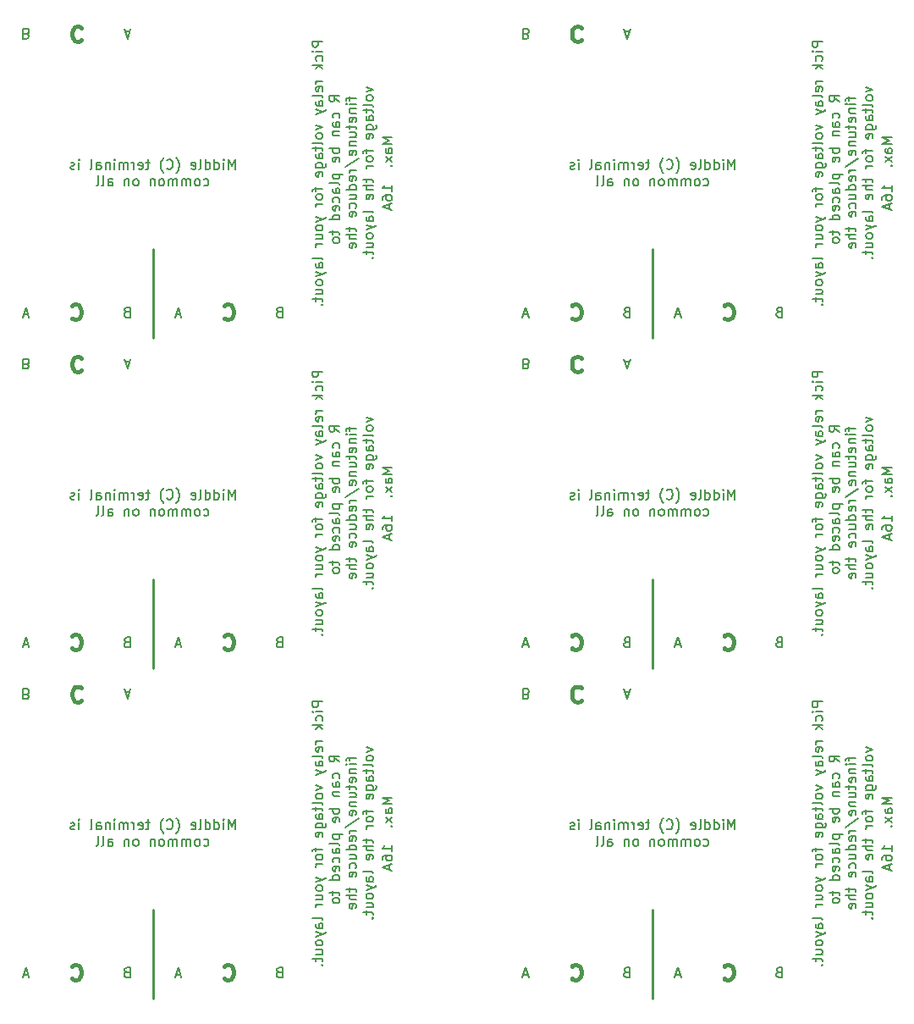
<source format=gbo>
G04 #@! TF.GenerationSoftware,KiCad,Pcbnew,(5.1.4)-1*
G04 #@! TF.CreationDate,2019-09-09T12:01:27+02:00*
G04 #@! TF.ProjectId,SwitchRelay_panel,53776974-6368-4526-956c-61795f70616e,1.0*
G04 #@! TF.SameCoordinates,Original*
G04 #@! TF.FileFunction,Legend,Bot*
G04 #@! TF.FilePolarity,Positive*
%FSLAX46Y46*%
G04 Gerber Fmt 4.6, Leading zero omitted, Abs format (unit mm)*
G04 Created by KiCad (PCBNEW (5.1.4)-1) date 2019-09-09 12:01:27*
%MOMM*%
%LPD*%
G04 APERTURE LIST*
%ADD10C,0.254000*%
%ADD11C,0.381000*%
%ADD12C,0.150000*%
%ADD13C,0.152400*%
G04 APERTURE END LIST*
D10*
X182210000Y-141920000D02*
X182210000Y-133030000D01*
X132210000Y-141920000D02*
X132210000Y-133030000D01*
D11*
X174118285Y-139924285D02*
X174190857Y-139996857D01*
X174408571Y-140069428D01*
X174553714Y-140069428D01*
X174771428Y-139996857D01*
X174916571Y-139851714D01*
X174989142Y-139706571D01*
X175061714Y-139416285D01*
X175061714Y-139198571D01*
X174989142Y-138908285D01*
X174916571Y-138763142D01*
X174771428Y-138618000D01*
X174553714Y-138545428D01*
X174408571Y-138545428D01*
X174190857Y-138618000D01*
X174118285Y-138690571D01*
D12*
X190424285Y-125037380D02*
X190424285Y-124037380D01*
X190090952Y-124751666D01*
X189757619Y-124037380D01*
X189757619Y-125037380D01*
X189281428Y-125037380D02*
X189281428Y-124370714D01*
X189281428Y-124037380D02*
X189329047Y-124085000D01*
X189281428Y-124132619D01*
X189233809Y-124085000D01*
X189281428Y-124037380D01*
X189281428Y-124132619D01*
X188376666Y-125037380D02*
X188376666Y-124037380D01*
X188376666Y-124989761D02*
X188471904Y-125037380D01*
X188662380Y-125037380D01*
X188757619Y-124989761D01*
X188805238Y-124942142D01*
X188852857Y-124846904D01*
X188852857Y-124561190D01*
X188805238Y-124465952D01*
X188757619Y-124418333D01*
X188662380Y-124370714D01*
X188471904Y-124370714D01*
X188376666Y-124418333D01*
X187471904Y-125037380D02*
X187471904Y-124037380D01*
X187471904Y-124989761D02*
X187567142Y-125037380D01*
X187757619Y-125037380D01*
X187852857Y-124989761D01*
X187900476Y-124942142D01*
X187948095Y-124846904D01*
X187948095Y-124561190D01*
X187900476Y-124465952D01*
X187852857Y-124418333D01*
X187757619Y-124370714D01*
X187567142Y-124370714D01*
X187471904Y-124418333D01*
X186852857Y-125037380D02*
X186948095Y-124989761D01*
X186995714Y-124894523D01*
X186995714Y-124037380D01*
X186090952Y-124989761D02*
X186186190Y-125037380D01*
X186376666Y-125037380D01*
X186471904Y-124989761D01*
X186519523Y-124894523D01*
X186519523Y-124513571D01*
X186471904Y-124418333D01*
X186376666Y-124370714D01*
X186186190Y-124370714D01*
X186090952Y-124418333D01*
X186043333Y-124513571D01*
X186043333Y-124608809D01*
X186519523Y-124704047D01*
X184567142Y-125418333D02*
X184614761Y-125370714D01*
X184710000Y-125227857D01*
X184757619Y-125132619D01*
X184805238Y-124989761D01*
X184852857Y-124751666D01*
X184852857Y-124561190D01*
X184805238Y-124323095D01*
X184757619Y-124180238D01*
X184710000Y-124085000D01*
X184614761Y-123942142D01*
X184567142Y-123894523D01*
X183614761Y-124942142D02*
X183662380Y-124989761D01*
X183805238Y-125037380D01*
X183900476Y-125037380D01*
X184043333Y-124989761D01*
X184138571Y-124894523D01*
X184186190Y-124799285D01*
X184233809Y-124608809D01*
X184233809Y-124465952D01*
X184186190Y-124275476D01*
X184138571Y-124180238D01*
X184043333Y-124085000D01*
X183900476Y-124037380D01*
X183805238Y-124037380D01*
X183662380Y-124085000D01*
X183614761Y-124132619D01*
X183281428Y-125418333D02*
X183233809Y-125370714D01*
X183138571Y-125227857D01*
X183090952Y-125132619D01*
X183043333Y-124989761D01*
X182995714Y-124751666D01*
X182995714Y-124561190D01*
X183043333Y-124323095D01*
X183090952Y-124180238D01*
X183138571Y-124085000D01*
X183233809Y-123942142D01*
X183281428Y-123894523D01*
X181900476Y-124370714D02*
X181519523Y-124370714D01*
X181757619Y-124037380D02*
X181757619Y-124894523D01*
X181710000Y-124989761D01*
X181614761Y-125037380D01*
X181519523Y-125037380D01*
X180805238Y-124989761D02*
X180900476Y-125037380D01*
X181090952Y-125037380D01*
X181186190Y-124989761D01*
X181233809Y-124894523D01*
X181233809Y-124513571D01*
X181186190Y-124418333D01*
X181090952Y-124370714D01*
X180900476Y-124370714D01*
X180805238Y-124418333D01*
X180757619Y-124513571D01*
X180757619Y-124608809D01*
X181233809Y-124704047D01*
X180329047Y-125037380D02*
X180329047Y-124370714D01*
X180329047Y-124561190D02*
X180281428Y-124465952D01*
X180233809Y-124418333D01*
X180138571Y-124370714D01*
X180043333Y-124370714D01*
X179710000Y-125037380D02*
X179710000Y-124370714D01*
X179710000Y-124465952D02*
X179662380Y-124418333D01*
X179567142Y-124370714D01*
X179424285Y-124370714D01*
X179329047Y-124418333D01*
X179281428Y-124513571D01*
X179281428Y-125037380D01*
X179281428Y-124513571D02*
X179233809Y-124418333D01*
X179138571Y-124370714D01*
X178995714Y-124370714D01*
X178900476Y-124418333D01*
X178852857Y-124513571D01*
X178852857Y-125037380D01*
X178376666Y-125037380D02*
X178376666Y-124370714D01*
X178376666Y-124037380D02*
X178424285Y-124085000D01*
X178376666Y-124132619D01*
X178329047Y-124085000D01*
X178376666Y-124037380D01*
X178376666Y-124132619D01*
X177900476Y-124370714D02*
X177900476Y-125037380D01*
X177900476Y-124465952D02*
X177852857Y-124418333D01*
X177757619Y-124370714D01*
X177614761Y-124370714D01*
X177519523Y-124418333D01*
X177471904Y-124513571D01*
X177471904Y-125037380D01*
X176567142Y-125037380D02*
X176567142Y-124513571D01*
X176614761Y-124418333D01*
X176710000Y-124370714D01*
X176900476Y-124370714D01*
X176995714Y-124418333D01*
X176567142Y-124989761D02*
X176662380Y-125037380D01*
X176900476Y-125037380D01*
X176995714Y-124989761D01*
X177043333Y-124894523D01*
X177043333Y-124799285D01*
X176995714Y-124704047D01*
X176900476Y-124656428D01*
X176662380Y-124656428D01*
X176567142Y-124608809D01*
X175948095Y-125037380D02*
X176043333Y-124989761D01*
X176090952Y-124894523D01*
X176090952Y-124037380D01*
X174805238Y-125037380D02*
X174805238Y-124370714D01*
X174805238Y-124037380D02*
X174852857Y-124085000D01*
X174805238Y-124132619D01*
X174757619Y-124085000D01*
X174805238Y-124037380D01*
X174805238Y-124132619D01*
X174376666Y-124989761D02*
X174281428Y-125037380D01*
X174090952Y-125037380D01*
X173995714Y-124989761D01*
X173948095Y-124894523D01*
X173948095Y-124846904D01*
X173995714Y-124751666D01*
X174090952Y-124704047D01*
X174233809Y-124704047D01*
X174329047Y-124656428D01*
X174376666Y-124561190D01*
X174376666Y-124513571D01*
X174329047Y-124418333D01*
X174233809Y-124370714D01*
X174090952Y-124370714D01*
X173995714Y-124418333D01*
X187305238Y-126639761D02*
X187400476Y-126687380D01*
X187590952Y-126687380D01*
X187686190Y-126639761D01*
X187733809Y-126592142D01*
X187781428Y-126496904D01*
X187781428Y-126211190D01*
X187733809Y-126115952D01*
X187686190Y-126068333D01*
X187590952Y-126020714D01*
X187400476Y-126020714D01*
X187305238Y-126068333D01*
X186733809Y-126687380D02*
X186829047Y-126639761D01*
X186876666Y-126592142D01*
X186924285Y-126496904D01*
X186924285Y-126211190D01*
X186876666Y-126115952D01*
X186829047Y-126068333D01*
X186733809Y-126020714D01*
X186590952Y-126020714D01*
X186495714Y-126068333D01*
X186448095Y-126115952D01*
X186400476Y-126211190D01*
X186400476Y-126496904D01*
X186448095Y-126592142D01*
X186495714Y-126639761D01*
X186590952Y-126687380D01*
X186733809Y-126687380D01*
X185971904Y-126687380D02*
X185971904Y-126020714D01*
X185971904Y-126115952D02*
X185924285Y-126068333D01*
X185829047Y-126020714D01*
X185686190Y-126020714D01*
X185590952Y-126068333D01*
X185543333Y-126163571D01*
X185543333Y-126687380D01*
X185543333Y-126163571D02*
X185495714Y-126068333D01*
X185400476Y-126020714D01*
X185257619Y-126020714D01*
X185162380Y-126068333D01*
X185114761Y-126163571D01*
X185114761Y-126687380D01*
X184638571Y-126687380D02*
X184638571Y-126020714D01*
X184638571Y-126115952D02*
X184590952Y-126068333D01*
X184495714Y-126020714D01*
X184352857Y-126020714D01*
X184257619Y-126068333D01*
X184209999Y-126163571D01*
X184209999Y-126687380D01*
X184209999Y-126163571D02*
X184162380Y-126068333D01*
X184067142Y-126020714D01*
X183924285Y-126020714D01*
X183829047Y-126068333D01*
X183781428Y-126163571D01*
X183781428Y-126687380D01*
X183162380Y-126687380D02*
X183257619Y-126639761D01*
X183305238Y-126592142D01*
X183352857Y-126496904D01*
X183352857Y-126211190D01*
X183305238Y-126115952D01*
X183257619Y-126068333D01*
X183162380Y-126020714D01*
X183019523Y-126020714D01*
X182924285Y-126068333D01*
X182876666Y-126115952D01*
X182829047Y-126211190D01*
X182829047Y-126496904D01*
X182876666Y-126592142D01*
X182924285Y-126639761D01*
X183019523Y-126687380D01*
X183162380Y-126687380D01*
X182400476Y-126020714D02*
X182400476Y-126687380D01*
X182400476Y-126115952D02*
X182352857Y-126068333D01*
X182257619Y-126020714D01*
X182114761Y-126020714D01*
X182019523Y-126068333D01*
X181971904Y-126163571D01*
X181971904Y-126687380D01*
X180590952Y-126687380D02*
X180686190Y-126639761D01*
X180733809Y-126592142D01*
X180781428Y-126496904D01*
X180781428Y-126211190D01*
X180733809Y-126115952D01*
X180686190Y-126068333D01*
X180590952Y-126020714D01*
X180448095Y-126020714D01*
X180352857Y-126068333D01*
X180305238Y-126115952D01*
X180257619Y-126211190D01*
X180257619Y-126496904D01*
X180305238Y-126592142D01*
X180352857Y-126639761D01*
X180448095Y-126687380D01*
X180590952Y-126687380D01*
X179829047Y-126020714D02*
X179829047Y-126687380D01*
X179829047Y-126115952D02*
X179781428Y-126068333D01*
X179686190Y-126020714D01*
X179543333Y-126020714D01*
X179448095Y-126068333D01*
X179400476Y-126163571D01*
X179400476Y-126687380D01*
X177733809Y-126687380D02*
X177733809Y-126163571D01*
X177781428Y-126068333D01*
X177876666Y-126020714D01*
X178067142Y-126020714D01*
X178162380Y-126068333D01*
X177733809Y-126639761D02*
X177829047Y-126687380D01*
X178067142Y-126687380D01*
X178162380Y-126639761D01*
X178209999Y-126544523D01*
X178209999Y-126449285D01*
X178162380Y-126354047D01*
X178067142Y-126306428D01*
X177829047Y-126306428D01*
X177733809Y-126258809D01*
X177114761Y-126687380D02*
X177209999Y-126639761D01*
X177257619Y-126544523D01*
X177257619Y-125687380D01*
X176590952Y-126687380D02*
X176686190Y-126639761D01*
X176733809Y-126544523D01*
X176733809Y-125687380D01*
X184988095Y-139546666D02*
X184511904Y-139546666D01*
X185083333Y-139832380D02*
X184750000Y-138832380D01*
X184416666Y-139832380D01*
X194838571Y-139308571D02*
X194695714Y-139356190D01*
X194648095Y-139403809D01*
X194600476Y-139499047D01*
X194600476Y-139641904D01*
X194648095Y-139737142D01*
X194695714Y-139784761D01*
X194790952Y-139832380D01*
X195171904Y-139832380D01*
X195171904Y-138832380D01*
X194838571Y-138832380D01*
X194743333Y-138880000D01*
X194695714Y-138927619D01*
X194648095Y-139022857D01*
X194648095Y-139118095D01*
X194695714Y-139213333D01*
X194743333Y-139260952D01*
X194838571Y-139308571D01*
X195171904Y-139308571D01*
X179431904Y-111273333D02*
X179908095Y-111273333D01*
X179336666Y-110987619D02*
X179670000Y-111987619D01*
X180003333Y-110987619D01*
D11*
X175061714Y-110895714D02*
X174989142Y-110823142D01*
X174771428Y-110750571D01*
X174626285Y-110750571D01*
X174408571Y-110823142D01*
X174263428Y-110968285D01*
X174190857Y-111113428D01*
X174118285Y-111403714D01*
X174118285Y-111621428D01*
X174190857Y-111911714D01*
X174263428Y-112056857D01*
X174408571Y-112202000D01*
X174626285Y-112274571D01*
X174771428Y-112274571D01*
X174989142Y-112202000D01*
X175061714Y-112129428D01*
D12*
X206157380Y-121838571D02*
X205157380Y-121838571D01*
X205871666Y-122171904D01*
X205157380Y-122505238D01*
X206157380Y-122505238D01*
X206157380Y-123410000D02*
X205633571Y-123410000D01*
X205538333Y-123362380D01*
X205490714Y-123267142D01*
X205490714Y-123076666D01*
X205538333Y-122981428D01*
X206109761Y-123410000D02*
X206157380Y-123314761D01*
X206157380Y-123076666D01*
X206109761Y-122981428D01*
X206014523Y-122933809D01*
X205919285Y-122933809D01*
X205824047Y-122981428D01*
X205776428Y-123076666D01*
X205776428Y-123314761D01*
X205728809Y-123410000D01*
X206157380Y-123790952D02*
X205490714Y-124314761D01*
X205490714Y-123790952D02*
X206157380Y-124314761D01*
X206062142Y-124695714D02*
X206109761Y-124743333D01*
X206157380Y-124695714D01*
X206109761Y-124648095D01*
X206062142Y-124695714D01*
X206157380Y-124695714D01*
X206157380Y-127219523D02*
X206157380Y-126648095D01*
X206157380Y-126933809D02*
X205157380Y-126933809D01*
X205300238Y-126838571D01*
X205395476Y-126743333D01*
X205443095Y-126648095D01*
X205157380Y-128076666D02*
X205157380Y-127886190D01*
X205205000Y-127790952D01*
X205252619Y-127743333D01*
X205395476Y-127648095D01*
X205585952Y-127600476D01*
X205966904Y-127600476D01*
X206062142Y-127648095D01*
X206109761Y-127695714D01*
X206157380Y-127790952D01*
X206157380Y-127981428D01*
X206109761Y-128076666D01*
X206062142Y-128124285D01*
X205966904Y-128171904D01*
X205728809Y-128171904D01*
X205633571Y-128124285D01*
X205585952Y-128076666D01*
X205538333Y-127981428D01*
X205538333Y-127790952D01*
X205585952Y-127695714D01*
X205633571Y-127648095D01*
X205728809Y-127600476D01*
X205871666Y-128552857D02*
X205871666Y-129029047D01*
X206157380Y-128457619D02*
X205157380Y-128790952D01*
X206157380Y-129124285D01*
X179598571Y-139308571D02*
X179455714Y-139356190D01*
X179408095Y-139403809D01*
X179360476Y-139499047D01*
X179360476Y-139641904D01*
X179408095Y-139737142D01*
X179455714Y-139784761D01*
X179550952Y-139832380D01*
X179931904Y-139832380D01*
X179931904Y-138832380D01*
X179598571Y-138832380D01*
X179503333Y-138880000D01*
X179455714Y-138927619D01*
X179408095Y-139022857D01*
X179408095Y-139118095D01*
X179455714Y-139213333D01*
X179503333Y-139260952D01*
X179598571Y-139308571D01*
X179931904Y-139308571D01*
D11*
X189358285Y-139924285D02*
X189430857Y-139996857D01*
X189648571Y-140069428D01*
X189793714Y-140069428D01*
X190011428Y-139996857D01*
X190156571Y-139851714D01*
X190229142Y-139706571D01*
X190301714Y-139416285D01*
X190301714Y-139198571D01*
X190229142Y-138908285D01*
X190156571Y-138763142D01*
X190011428Y-138618000D01*
X189793714Y-138545428D01*
X189648571Y-138545428D01*
X189430857Y-138618000D01*
X189358285Y-138690571D01*
D12*
X169581428Y-111511428D02*
X169724285Y-111463809D01*
X169771904Y-111416190D01*
X169819523Y-111320952D01*
X169819523Y-111178095D01*
X169771904Y-111082857D01*
X169724285Y-111035238D01*
X169629047Y-110987619D01*
X169248095Y-110987619D01*
X169248095Y-111987619D01*
X169581428Y-111987619D01*
X169676666Y-111940000D01*
X169724285Y-111892380D01*
X169771904Y-111797142D01*
X169771904Y-111701904D01*
X169724285Y-111606666D01*
X169676666Y-111559047D01*
X169581428Y-111511428D01*
X169248095Y-111511428D01*
X169748095Y-139546666D02*
X169271904Y-139546666D01*
X169843333Y-139832380D02*
X169510000Y-138832380D01*
X169176666Y-139832380D01*
D13*
X199205019Y-112250380D02*
X198189019Y-112250380D01*
X198189019Y-112637428D01*
X198237400Y-112734190D01*
X198285780Y-112782571D01*
X198382542Y-112830952D01*
X198527685Y-112830952D01*
X198624447Y-112782571D01*
X198672828Y-112734190D01*
X198721209Y-112637428D01*
X198721209Y-112250380D01*
X199205019Y-113266380D02*
X198527685Y-113266380D01*
X198189019Y-113266380D02*
X198237400Y-113218000D01*
X198285780Y-113266380D01*
X198237400Y-113314761D01*
X198189019Y-113266380D01*
X198285780Y-113266380D01*
X199156638Y-114185619D02*
X199205019Y-114088857D01*
X199205019Y-113895333D01*
X199156638Y-113798571D01*
X199108257Y-113750190D01*
X199011495Y-113701809D01*
X198721209Y-113701809D01*
X198624447Y-113750190D01*
X198576066Y-113798571D01*
X198527685Y-113895333D01*
X198527685Y-114088857D01*
X198576066Y-114185619D01*
X199205019Y-114621047D02*
X198189019Y-114621047D01*
X198817971Y-114717809D02*
X199205019Y-115008095D01*
X198527685Y-115008095D02*
X198914733Y-114621047D01*
X199205019Y-116217619D02*
X198527685Y-116217619D01*
X198721209Y-116217619D02*
X198624447Y-116266000D01*
X198576066Y-116314380D01*
X198527685Y-116411142D01*
X198527685Y-116507904D01*
X199156638Y-117233619D02*
X199205019Y-117136857D01*
X199205019Y-116943333D01*
X199156638Y-116846571D01*
X199059876Y-116798190D01*
X198672828Y-116798190D01*
X198576066Y-116846571D01*
X198527685Y-116943333D01*
X198527685Y-117136857D01*
X198576066Y-117233619D01*
X198672828Y-117282000D01*
X198769590Y-117282000D01*
X198866352Y-116798190D01*
X199205019Y-117862571D02*
X199156638Y-117765809D01*
X199059876Y-117717428D01*
X198189019Y-117717428D01*
X199205019Y-118685047D02*
X198672828Y-118685047D01*
X198576066Y-118636666D01*
X198527685Y-118539904D01*
X198527685Y-118346380D01*
X198576066Y-118249619D01*
X199156638Y-118685047D02*
X199205019Y-118588285D01*
X199205019Y-118346380D01*
X199156638Y-118249619D01*
X199059876Y-118201238D01*
X198963114Y-118201238D01*
X198866352Y-118249619D01*
X198817971Y-118346380D01*
X198817971Y-118588285D01*
X198769590Y-118685047D01*
X198527685Y-119072095D02*
X199205019Y-119314000D01*
X198527685Y-119555904D02*
X199205019Y-119314000D01*
X199446923Y-119217238D01*
X199495304Y-119168857D01*
X199543685Y-119072095D01*
X198527685Y-120620285D02*
X199205019Y-120862190D01*
X198527685Y-121104095D01*
X199205019Y-121636285D02*
X199156638Y-121539523D01*
X199108257Y-121491142D01*
X199011495Y-121442761D01*
X198721209Y-121442761D01*
X198624447Y-121491142D01*
X198576066Y-121539523D01*
X198527685Y-121636285D01*
X198527685Y-121781428D01*
X198576066Y-121878190D01*
X198624447Y-121926571D01*
X198721209Y-121974952D01*
X199011495Y-121974952D01*
X199108257Y-121926571D01*
X199156638Y-121878190D01*
X199205019Y-121781428D01*
X199205019Y-121636285D01*
X199205019Y-122555523D02*
X199156638Y-122458761D01*
X199059876Y-122410380D01*
X198189019Y-122410380D01*
X198527685Y-122797428D02*
X198527685Y-123184476D01*
X198189019Y-122942571D02*
X199059876Y-122942571D01*
X199156638Y-122990952D01*
X199205019Y-123087714D01*
X199205019Y-123184476D01*
X199205019Y-123958571D02*
X198672828Y-123958571D01*
X198576066Y-123910190D01*
X198527685Y-123813428D01*
X198527685Y-123619904D01*
X198576066Y-123523142D01*
X199156638Y-123958571D02*
X199205019Y-123861809D01*
X199205019Y-123619904D01*
X199156638Y-123523142D01*
X199059876Y-123474761D01*
X198963114Y-123474761D01*
X198866352Y-123523142D01*
X198817971Y-123619904D01*
X198817971Y-123861809D01*
X198769590Y-123958571D01*
X198527685Y-124877809D02*
X199350161Y-124877809D01*
X199446923Y-124829428D01*
X199495304Y-124781047D01*
X199543685Y-124684285D01*
X199543685Y-124539142D01*
X199495304Y-124442380D01*
X199156638Y-124877809D02*
X199205019Y-124781047D01*
X199205019Y-124587523D01*
X199156638Y-124490761D01*
X199108257Y-124442380D01*
X199011495Y-124394000D01*
X198721209Y-124394000D01*
X198624447Y-124442380D01*
X198576066Y-124490761D01*
X198527685Y-124587523D01*
X198527685Y-124781047D01*
X198576066Y-124877809D01*
X199156638Y-125748666D02*
X199205019Y-125651904D01*
X199205019Y-125458380D01*
X199156638Y-125361619D01*
X199059876Y-125313238D01*
X198672828Y-125313238D01*
X198576066Y-125361619D01*
X198527685Y-125458380D01*
X198527685Y-125651904D01*
X198576066Y-125748666D01*
X198672828Y-125797047D01*
X198769590Y-125797047D01*
X198866352Y-125313238D01*
X198527685Y-126861428D02*
X198527685Y-127248476D01*
X199205019Y-127006571D02*
X198334161Y-127006571D01*
X198237400Y-127054952D01*
X198189019Y-127151714D01*
X198189019Y-127248476D01*
X199205019Y-127732285D02*
X199156638Y-127635523D01*
X199108257Y-127587142D01*
X199011495Y-127538761D01*
X198721209Y-127538761D01*
X198624447Y-127587142D01*
X198576066Y-127635523D01*
X198527685Y-127732285D01*
X198527685Y-127877428D01*
X198576066Y-127974190D01*
X198624447Y-128022571D01*
X198721209Y-128070952D01*
X199011495Y-128070952D01*
X199108257Y-128022571D01*
X199156638Y-127974190D01*
X199205019Y-127877428D01*
X199205019Y-127732285D01*
X199205019Y-128506380D02*
X198527685Y-128506380D01*
X198721209Y-128506380D02*
X198624447Y-128554761D01*
X198576066Y-128603142D01*
X198527685Y-128699904D01*
X198527685Y-128796666D01*
X198527685Y-129812666D02*
X199205019Y-130054571D01*
X198527685Y-130296476D02*
X199205019Y-130054571D01*
X199446923Y-129957809D01*
X199495304Y-129909428D01*
X199543685Y-129812666D01*
X199205019Y-130828666D02*
X199156638Y-130731904D01*
X199108257Y-130683523D01*
X199011495Y-130635142D01*
X198721209Y-130635142D01*
X198624447Y-130683523D01*
X198576066Y-130731904D01*
X198527685Y-130828666D01*
X198527685Y-130973809D01*
X198576066Y-131070571D01*
X198624447Y-131118952D01*
X198721209Y-131167333D01*
X199011495Y-131167333D01*
X199108257Y-131118952D01*
X199156638Y-131070571D01*
X199205019Y-130973809D01*
X199205019Y-130828666D01*
X198527685Y-132038190D02*
X199205019Y-132038190D01*
X198527685Y-131602761D02*
X199059876Y-131602761D01*
X199156638Y-131651142D01*
X199205019Y-131747904D01*
X199205019Y-131893047D01*
X199156638Y-131989809D01*
X199108257Y-132038190D01*
X199205019Y-132522000D02*
X198527685Y-132522000D01*
X198721209Y-132522000D02*
X198624447Y-132570380D01*
X198576066Y-132618761D01*
X198527685Y-132715523D01*
X198527685Y-132812285D01*
X199205019Y-134070190D02*
X199156638Y-133973428D01*
X199059876Y-133925047D01*
X198189019Y-133925047D01*
X199205019Y-134892666D02*
X198672828Y-134892666D01*
X198576066Y-134844285D01*
X198527685Y-134747523D01*
X198527685Y-134554000D01*
X198576066Y-134457238D01*
X199156638Y-134892666D02*
X199205019Y-134795904D01*
X199205019Y-134554000D01*
X199156638Y-134457238D01*
X199059876Y-134408857D01*
X198963114Y-134408857D01*
X198866352Y-134457238D01*
X198817971Y-134554000D01*
X198817971Y-134795904D01*
X198769590Y-134892666D01*
X198527685Y-135279714D02*
X199205019Y-135521619D01*
X198527685Y-135763523D02*
X199205019Y-135521619D01*
X199446923Y-135424857D01*
X199495304Y-135376476D01*
X199543685Y-135279714D01*
X199205019Y-136295714D02*
X199156638Y-136198952D01*
X199108257Y-136150571D01*
X199011495Y-136102190D01*
X198721209Y-136102190D01*
X198624447Y-136150571D01*
X198576066Y-136198952D01*
X198527685Y-136295714D01*
X198527685Y-136440857D01*
X198576066Y-136537619D01*
X198624447Y-136586000D01*
X198721209Y-136634380D01*
X199011495Y-136634380D01*
X199108257Y-136586000D01*
X199156638Y-136537619D01*
X199205019Y-136440857D01*
X199205019Y-136295714D01*
X198527685Y-137505238D02*
X199205019Y-137505238D01*
X198527685Y-137069809D02*
X199059876Y-137069809D01*
X199156638Y-137118190D01*
X199205019Y-137214952D01*
X199205019Y-137360095D01*
X199156638Y-137456857D01*
X199108257Y-137505238D01*
X198527685Y-137843904D02*
X198527685Y-138230952D01*
X198189019Y-137989047D02*
X199059876Y-137989047D01*
X199156638Y-138037428D01*
X199205019Y-138134190D01*
X199205019Y-138230952D01*
X199108257Y-138569619D02*
X199156638Y-138618000D01*
X199205019Y-138569619D01*
X199156638Y-138521238D01*
X199108257Y-138569619D01*
X199205019Y-138569619D01*
X200881419Y-118273809D02*
X200397609Y-117935142D01*
X200881419Y-117693238D02*
X199865419Y-117693238D01*
X199865419Y-118080285D01*
X199913800Y-118177047D01*
X199962180Y-118225428D01*
X200058942Y-118273809D01*
X200204085Y-118273809D01*
X200300847Y-118225428D01*
X200349228Y-118177047D01*
X200397609Y-118080285D01*
X200397609Y-117693238D01*
X200833038Y-119918761D02*
X200881419Y-119822000D01*
X200881419Y-119628476D01*
X200833038Y-119531714D01*
X200784657Y-119483333D01*
X200687895Y-119434952D01*
X200397609Y-119434952D01*
X200300847Y-119483333D01*
X200252466Y-119531714D01*
X200204085Y-119628476D01*
X200204085Y-119822000D01*
X200252466Y-119918761D01*
X200881419Y-120789619D02*
X200349228Y-120789619D01*
X200252466Y-120741238D01*
X200204085Y-120644476D01*
X200204085Y-120450952D01*
X200252466Y-120354190D01*
X200833038Y-120789619D02*
X200881419Y-120692857D01*
X200881419Y-120450952D01*
X200833038Y-120354190D01*
X200736276Y-120305809D01*
X200639514Y-120305809D01*
X200542752Y-120354190D01*
X200494371Y-120450952D01*
X200494371Y-120692857D01*
X200445990Y-120789619D01*
X200204085Y-121273428D02*
X200881419Y-121273428D01*
X200300847Y-121273428D02*
X200252466Y-121321809D01*
X200204085Y-121418571D01*
X200204085Y-121563714D01*
X200252466Y-121660476D01*
X200349228Y-121708857D01*
X200881419Y-121708857D01*
X200881419Y-122966761D02*
X199865419Y-122966761D01*
X200252466Y-122966761D02*
X200204085Y-123063523D01*
X200204085Y-123257047D01*
X200252466Y-123353809D01*
X200300847Y-123402190D01*
X200397609Y-123450571D01*
X200687895Y-123450571D01*
X200784657Y-123402190D01*
X200833038Y-123353809D01*
X200881419Y-123257047D01*
X200881419Y-123063523D01*
X200833038Y-122966761D01*
X200833038Y-124273047D02*
X200881419Y-124176285D01*
X200881419Y-123982761D01*
X200833038Y-123886000D01*
X200736276Y-123837619D01*
X200349228Y-123837619D01*
X200252466Y-123886000D01*
X200204085Y-123982761D01*
X200204085Y-124176285D01*
X200252466Y-124273047D01*
X200349228Y-124321428D01*
X200445990Y-124321428D01*
X200542752Y-123837619D01*
X200204085Y-125530952D02*
X201220085Y-125530952D01*
X200252466Y-125530952D02*
X200204085Y-125627714D01*
X200204085Y-125821238D01*
X200252466Y-125918000D01*
X200300847Y-125966380D01*
X200397609Y-126014761D01*
X200687895Y-126014761D01*
X200784657Y-125966380D01*
X200833038Y-125918000D01*
X200881419Y-125821238D01*
X200881419Y-125627714D01*
X200833038Y-125530952D01*
X200881419Y-126595333D02*
X200833038Y-126498571D01*
X200736276Y-126450190D01*
X199865419Y-126450190D01*
X200881419Y-127417809D02*
X200349228Y-127417809D01*
X200252466Y-127369428D01*
X200204085Y-127272666D01*
X200204085Y-127079142D01*
X200252466Y-126982380D01*
X200833038Y-127417809D02*
X200881419Y-127321047D01*
X200881419Y-127079142D01*
X200833038Y-126982380D01*
X200736276Y-126934000D01*
X200639514Y-126934000D01*
X200542752Y-126982380D01*
X200494371Y-127079142D01*
X200494371Y-127321047D01*
X200445990Y-127417809D01*
X200833038Y-128337047D02*
X200881419Y-128240285D01*
X200881419Y-128046761D01*
X200833038Y-127950000D01*
X200784657Y-127901619D01*
X200687895Y-127853238D01*
X200397609Y-127853238D01*
X200300847Y-127901619D01*
X200252466Y-127950000D01*
X200204085Y-128046761D01*
X200204085Y-128240285D01*
X200252466Y-128337047D01*
X200833038Y-129159523D02*
X200881419Y-129062761D01*
X200881419Y-128869238D01*
X200833038Y-128772476D01*
X200736276Y-128724095D01*
X200349228Y-128724095D01*
X200252466Y-128772476D01*
X200204085Y-128869238D01*
X200204085Y-129062761D01*
X200252466Y-129159523D01*
X200349228Y-129207904D01*
X200445990Y-129207904D01*
X200542752Y-128724095D01*
X200881419Y-130078761D02*
X199865419Y-130078761D01*
X200833038Y-130078761D02*
X200881419Y-129982000D01*
X200881419Y-129788476D01*
X200833038Y-129691714D01*
X200784657Y-129643333D01*
X200687895Y-129594952D01*
X200397609Y-129594952D01*
X200300847Y-129643333D01*
X200252466Y-129691714D01*
X200204085Y-129788476D01*
X200204085Y-129982000D01*
X200252466Y-130078761D01*
X200204085Y-131191523D02*
X200204085Y-131578571D01*
X199865419Y-131336666D02*
X200736276Y-131336666D01*
X200833038Y-131385047D01*
X200881419Y-131481809D01*
X200881419Y-131578571D01*
X200881419Y-132062380D02*
X200833038Y-131965619D01*
X200784657Y-131917238D01*
X200687895Y-131868857D01*
X200397609Y-131868857D01*
X200300847Y-131917238D01*
X200252466Y-131965619D01*
X200204085Y-132062380D01*
X200204085Y-132207523D01*
X200252466Y-132304285D01*
X200300847Y-132352666D01*
X200397609Y-132401047D01*
X200687895Y-132401047D01*
X200784657Y-132352666D01*
X200833038Y-132304285D01*
X200881419Y-132207523D01*
X200881419Y-132062380D01*
X201880485Y-117790000D02*
X201880485Y-118177047D01*
X202557819Y-117935142D02*
X201686961Y-117935142D01*
X201590200Y-117983523D01*
X201541819Y-118080285D01*
X201541819Y-118177047D01*
X202557819Y-118515714D02*
X201880485Y-118515714D01*
X201541819Y-118515714D02*
X201590200Y-118467333D01*
X201638580Y-118515714D01*
X201590200Y-118564095D01*
X201541819Y-118515714D01*
X201638580Y-118515714D01*
X201880485Y-118999523D02*
X202557819Y-118999523D01*
X201977247Y-118999523D02*
X201928866Y-119047904D01*
X201880485Y-119144666D01*
X201880485Y-119289809D01*
X201928866Y-119386571D01*
X202025628Y-119434952D01*
X202557819Y-119434952D01*
X202509438Y-120305809D02*
X202557819Y-120209047D01*
X202557819Y-120015523D01*
X202509438Y-119918761D01*
X202412676Y-119870380D01*
X202025628Y-119870380D01*
X201928866Y-119918761D01*
X201880485Y-120015523D01*
X201880485Y-120209047D01*
X201928866Y-120305809D01*
X202025628Y-120354190D01*
X202122390Y-120354190D01*
X202219152Y-119870380D01*
X201880485Y-120644476D02*
X201880485Y-121031523D01*
X201541819Y-120789619D02*
X202412676Y-120789619D01*
X202509438Y-120838000D01*
X202557819Y-120934761D01*
X202557819Y-121031523D01*
X201880485Y-121805619D02*
X202557819Y-121805619D01*
X201880485Y-121370190D02*
X202412676Y-121370190D01*
X202509438Y-121418571D01*
X202557819Y-121515333D01*
X202557819Y-121660476D01*
X202509438Y-121757238D01*
X202461057Y-121805619D01*
X201880485Y-122289428D02*
X202557819Y-122289428D01*
X201977247Y-122289428D02*
X201928866Y-122337809D01*
X201880485Y-122434571D01*
X201880485Y-122579714D01*
X201928866Y-122676476D01*
X202025628Y-122724857D01*
X202557819Y-122724857D01*
X202509438Y-123595714D02*
X202557819Y-123498952D01*
X202557819Y-123305428D01*
X202509438Y-123208666D01*
X202412676Y-123160285D01*
X202025628Y-123160285D01*
X201928866Y-123208666D01*
X201880485Y-123305428D01*
X201880485Y-123498952D01*
X201928866Y-123595714D01*
X202025628Y-123644095D01*
X202122390Y-123644095D01*
X202219152Y-123160285D01*
X201493438Y-124805238D02*
X202799723Y-123934380D01*
X202557819Y-125143904D02*
X201880485Y-125143904D01*
X202074009Y-125143904D02*
X201977247Y-125192285D01*
X201928866Y-125240666D01*
X201880485Y-125337428D01*
X201880485Y-125434190D01*
X202509438Y-126159904D02*
X202557819Y-126063142D01*
X202557819Y-125869619D01*
X202509438Y-125772857D01*
X202412676Y-125724476D01*
X202025628Y-125724476D01*
X201928866Y-125772857D01*
X201880485Y-125869619D01*
X201880485Y-126063142D01*
X201928866Y-126159904D01*
X202025628Y-126208285D01*
X202122390Y-126208285D01*
X202219152Y-125724476D01*
X202557819Y-127079142D02*
X201541819Y-127079142D01*
X202509438Y-127079142D02*
X202557819Y-126982380D01*
X202557819Y-126788857D01*
X202509438Y-126692095D01*
X202461057Y-126643714D01*
X202364295Y-126595333D01*
X202074009Y-126595333D01*
X201977247Y-126643714D01*
X201928866Y-126692095D01*
X201880485Y-126788857D01*
X201880485Y-126982380D01*
X201928866Y-127079142D01*
X201880485Y-127998380D02*
X202557819Y-127998380D01*
X201880485Y-127562952D02*
X202412676Y-127562952D01*
X202509438Y-127611333D01*
X202557819Y-127708095D01*
X202557819Y-127853238D01*
X202509438Y-127950000D01*
X202461057Y-127998380D01*
X202509438Y-128917619D02*
X202557819Y-128820857D01*
X202557819Y-128627333D01*
X202509438Y-128530571D01*
X202461057Y-128482190D01*
X202364295Y-128433809D01*
X202074009Y-128433809D01*
X201977247Y-128482190D01*
X201928866Y-128530571D01*
X201880485Y-128627333D01*
X201880485Y-128820857D01*
X201928866Y-128917619D01*
X202509438Y-129740095D02*
X202557819Y-129643333D01*
X202557819Y-129449809D01*
X202509438Y-129353047D01*
X202412676Y-129304666D01*
X202025628Y-129304666D01*
X201928866Y-129353047D01*
X201880485Y-129449809D01*
X201880485Y-129643333D01*
X201928866Y-129740095D01*
X202025628Y-129788476D01*
X202122390Y-129788476D01*
X202219152Y-129304666D01*
X201880485Y-130852857D02*
X201880485Y-131239904D01*
X201541819Y-130998000D02*
X202412676Y-130998000D01*
X202509438Y-131046380D01*
X202557819Y-131143142D01*
X202557819Y-131239904D01*
X202557819Y-131578571D02*
X201541819Y-131578571D01*
X202557819Y-132014000D02*
X202025628Y-132014000D01*
X201928866Y-131965619D01*
X201880485Y-131868857D01*
X201880485Y-131723714D01*
X201928866Y-131626952D01*
X201977247Y-131578571D01*
X202509438Y-132884857D02*
X202557819Y-132788095D01*
X202557819Y-132594571D01*
X202509438Y-132497809D01*
X202412676Y-132449428D01*
X202025628Y-132449428D01*
X201928866Y-132497809D01*
X201880485Y-132594571D01*
X201880485Y-132788095D01*
X201928866Y-132884857D01*
X202025628Y-132933238D01*
X202122390Y-132933238D01*
X202219152Y-132449428D01*
X203556885Y-116822380D02*
X204234219Y-117064285D01*
X203556885Y-117306190D01*
X204234219Y-117838380D02*
X204185838Y-117741619D01*
X204137457Y-117693238D01*
X204040695Y-117644857D01*
X203750409Y-117644857D01*
X203653647Y-117693238D01*
X203605266Y-117741619D01*
X203556885Y-117838380D01*
X203556885Y-117983523D01*
X203605266Y-118080285D01*
X203653647Y-118128666D01*
X203750409Y-118177047D01*
X204040695Y-118177047D01*
X204137457Y-118128666D01*
X204185838Y-118080285D01*
X204234219Y-117983523D01*
X204234219Y-117838380D01*
X204234219Y-118757619D02*
X204185838Y-118660857D01*
X204089076Y-118612476D01*
X203218219Y-118612476D01*
X203556885Y-118999523D02*
X203556885Y-119386571D01*
X203218219Y-119144666D02*
X204089076Y-119144666D01*
X204185838Y-119193047D01*
X204234219Y-119289809D01*
X204234219Y-119386571D01*
X204234219Y-120160666D02*
X203702028Y-120160666D01*
X203605266Y-120112285D01*
X203556885Y-120015523D01*
X203556885Y-119822000D01*
X203605266Y-119725238D01*
X204185838Y-120160666D02*
X204234219Y-120063904D01*
X204234219Y-119822000D01*
X204185838Y-119725238D01*
X204089076Y-119676857D01*
X203992314Y-119676857D01*
X203895552Y-119725238D01*
X203847171Y-119822000D01*
X203847171Y-120063904D01*
X203798790Y-120160666D01*
X203556885Y-121079904D02*
X204379361Y-121079904D01*
X204476123Y-121031523D01*
X204524504Y-120983142D01*
X204572885Y-120886380D01*
X204572885Y-120741238D01*
X204524504Y-120644476D01*
X204185838Y-121079904D02*
X204234219Y-120983142D01*
X204234219Y-120789619D01*
X204185838Y-120692857D01*
X204137457Y-120644476D01*
X204040695Y-120596095D01*
X203750409Y-120596095D01*
X203653647Y-120644476D01*
X203605266Y-120692857D01*
X203556885Y-120789619D01*
X203556885Y-120983142D01*
X203605266Y-121079904D01*
X204185838Y-121950761D02*
X204234219Y-121854000D01*
X204234219Y-121660476D01*
X204185838Y-121563714D01*
X204089076Y-121515333D01*
X203702028Y-121515333D01*
X203605266Y-121563714D01*
X203556885Y-121660476D01*
X203556885Y-121854000D01*
X203605266Y-121950761D01*
X203702028Y-121999142D01*
X203798790Y-121999142D01*
X203895552Y-121515333D01*
X203556885Y-123063523D02*
X203556885Y-123450571D01*
X204234219Y-123208666D02*
X203363361Y-123208666D01*
X203266600Y-123257047D01*
X203218219Y-123353809D01*
X203218219Y-123450571D01*
X204234219Y-123934380D02*
X204185838Y-123837619D01*
X204137457Y-123789238D01*
X204040695Y-123740857D01*
X203750409Y-123740857D01*
X203653647Y-123789238D01*
X203605266Y-123837619D01*
X203556885Y-123934380D01*
X203556885Y-124079523D01*
X203605266Y-124176285D01*
X203653647Y-124224666D01*
X203750409Y-124273047D01*
X204040695Y-124273047D01*
X204137457Y-124224666D01*
X204185838Y-124176285D01*
X204234219Y-124079523D01*
X204234219Y-123934380D01*
X204234219Y-124708476D02*
X203556885Y-124708476D01*
X203750409Y-124708476D02*
X203653647Y-124756857D01*
X203605266Y-124805238D01*
X203556885Y-124902000D01*
X203556885Y-124998761D01*
X203556885Y-125966380D02*
X203556885Y-126353428D01*
X203218219Y-126111523D02*
X204089076Y-126111523D01*
X204185838Y-126159904D01*
X204234219Y-126256666D01*
X204234219Y-126353428D01*
X204234219Y-126692095D02*
X203218219Y-126692095D01*
X204234219Y-127127523D02*
X203702028Y-127127523D01*
X203605266Y-127079142D01*
X203556885Y-126982380D01*
X203556885Y-126837238D01*
X203605266Y-126740476D01*
X203653647Y-126692095D01*
X204185838Y-127998380D02*
X204234219Y-127901619D01*
X204234219Y-127708095D01*
X204185838Y-127611333D01*
X204089076Y-127562952D01*
X203702028Y-127562952D01*
X203605266Y-127611333D01*
X203556885Y-127708095D01*
X203556885Y-127901619D01*
X203605266Y-127998380D01*
X203702028Y-128046761D01*
X203798790Y-128046761D01*
X203895552Y-127562952D01*
X204234219Y-129401428D02*
X204185838Y-129304666D01*
X204089076Y-129256285D01*
X203218219Y-129256285D01*
X204234219Y-130223904D02*
X203702028Y-130223904D01*
X203605266Y-130175523D01*
X203556885Y-130078761D01*
X203556885Y-129885238D01*
X203605266Y-129788476D01*
X204185838Y-130223904D02*
X204234219Y-130127142D01*
X204234219Y-129885238D01*
X204185838Y-129788476D01*
X204089076Y-129740095D01*
X203992314Y-129740095D01*
X203895552Y-129788476D01*
X203847171Y-129885238D01*
X203847171Y-130127142D01*
X203798790Y-130223904D01*
X203556885Y-130610952D02*
X204234219Y-130852857D01*
X203556885Y-131094761D02*
X204234219Y-130852857D01*
X204476123Y-130756095D01*
X204524504Y-130707714D01*
X204572885Y-130610952D01*
X204234219Y-131626952D02*
X204185838Y-131530190D01*
X204137457Y-131481809D01*
X204040695Y-131433428D01*
X203750409Y-131433428D01*
X203653647Y-131481809D01*
X203605266Y-131530190D01*
X203556885Y-131626952D01*
X203556885Y-131772095D01*
X203605266Y-131868857D01*
X203653647Y-131917238D01*
X203750409Y-131965619D01*
X204040695Y-131965619D01*
X204137457Y-131917238D01*
X204185838Y-131868857D01*
X204234219Y-131772095D01*
X204234219Y-131626952D01*
X203556885Y-132836476D02*
X204234219Y-132836476D01*
X203556885Y-132401047D02*
X204089076Y-132401047D01*
X204185838Y-132449428D01*
X204234219Y-132546190D01*
X204234219Y-132691333D01*
X204185838Y-132788095D01*
X204137457Y-132836476D01*
X203556885Y-133175142D02*
X203556885Y-133562190D01*
X203218219Y-133320285D02*
X204089076Y-133320285D01*
X204185838Y-133368666D01*
X204234219Y-133465428D01*
X204234219Y-133562190D01*
X204137457Y-133900857D02*
X204185838Y-133949238D01*
X204234219Y-133900857D01*
X204185838Y-133852476D01*
X204137457Y-133900857D01*
X204234219Y-133900857D01*
D12*
X156157380Y-121838571D02*
X155157380Y-121838571D01*
X155871666Y-122171904D01*
X155157380Y-122505238D01*
X156157380Y-122505238D01*
X156157380Y-123410000D02*
X155633571Y-123410000D01*
X155538333Y-123362380D01*
X155490714Y-123267142D01*
X155490714Y-123076666D01*
X155538333Y-122981428D01*
X156109761Y-123410000D02*
X156157380Y-123314761D01*
X156157380Y-123076666D01*
X156109761Y-122981428D01*
X156014523Y-122933809D01*
X155919285Y-122933809D01*
X155824047Y-122981428D01*
X155776428Y-123076666D01*
X155776428Y-123314761D01*
X155728809Y-123410000D01*
X156157380Y-123790952D02*
X155490714Y-124314761D01*
X155490714Y-123790952D02*
X156157380Y-124314761D01*
X156062142Y-124695714D02*
X156109761Y-124743333D01*
X156157380Y-124695714D01*
X156109761Y-124648095D01*
X156062142Y-124695714D01*
X156157380Y-124695714D01*
X156157380Y-127219523D02*
X156157380Y-126648095D01*
X156157380Y-126933809D02*
X155157380Y-126933809D01*
X155300238Y-126838571D01*
X155395476Y-126743333D01*
X155443095Y-126648095D01*
X155157380Y-128076666D02*
X155157380Y-127886190D01*
X155205000Y-127790952D01*
X155252619Y-127743333D01*
X155395476Y-127648095D01*
X155585952Y-127600476D01*
X155966904Y-127600476D01*
X156062142Y-127648095D01*
X156109761Y-127695714D01*
X156157380Y-127790952D01*
X156157380Y-127981428D01*
X156109761Y-128076666D01*
X156062142Y-128124285D01*
X155966904Y-128171904D01*
X155728809Y-128171904D01*
X155633571Y-128124285D01*
X155585952Y-128076666D01*
X155538333Y-127981428D01*
X155538333Y-127790952D01*
X155585952Y-127695714D01*
X155633571Y-127648095D01*
X155728809Y-127600476D01*
X155871666Y-128552857D02*
X155871666Y-129029047D01*
X156157380Y-128457619D02*
X155157380Y-128790952D01*
X156157380Y-129124285D01*
X119581428Y-111511428D02*
X119724285Y-111463809D01*
X119771904Y-111416190D01*
X119819523Y-111320952D01*
X119819523Y-111178095D01*
X119771904Y-111082857D01*
X119724285Y-111035238D01*
X119629047Y-110987619D01*
X119248095Y-110987619D01*
X119248095Y-111987619D01*
X119581428Y-111987619D01*
X119676666Y-111940000D01*
X119724285Y-111892380D01*
X119771904Y-111797142D01*
X119771904Y-111701904D01*
X119724285Y-111606666D01*
X119676666Y-111559047D01*
X119581428Y-111511428D01*
X119248095Y-111511428D01*
X140424285Y-125037380D02*
X140424285Y-124037380D01*
X140090952Y-124751666D01*
X139757619Y-124037380D01*
X139757619Y-125037380D01*
X139281428Y-125037380D02*
X139281428Y-124370714D01*
X139281428Y-124037380D02*
X139329047Y-124085000D01*
X139281428Y-124132619D01*
X139233809Y-124085000D01*
X139281428Y-124037380D01*
X139281428Y-124132619D01*
X138376666Y-125037380D02*
X138376666Y-124037380D01*
X138376666Y-124989761D02*
X138471904Y-125037380D01*
X138662380Y-125037380D01*
X138757619Y-124989761D01*
X138805238Y-124942142D01*
X138852857Y-124846904D01*
X138852857Y-124561190D01*
X138805238Y-124465952D01*
X138757619Y-124418333D01*
X138662380Y-124370714D01*
X138471904Y-124370714D01*
X138376666Y-124418333D01*
X137471904Y-125037380D02*
X137471904Y-124037380D01*
X137471904Y-124989761D02*
X137567142Y-125037380D01*
X137757619Y-125037380D01*
X137852857Y-124989761D01*
X137900476Y-124942142D01*
X137948095Y-124846904D01*
X137948095Y-124561190D01*
X137900476Y-124465952D01*
X137852857Y-124418333D01*
X137757619Y-124370714D01*
X137567142Y-124370714D01*
X137471904Y-124418333D01*
X136852857Y-125037380D02*
X136948095Y-124989761D01*
X136995714Y-124894523D01*
X136995714Y-124037380D01*
X136090952Y-124989761D02*
X136186190Y-125037380D01*
X136376666Y-125037380D01*
X136471904Y-124989761D01*
X136519523Y-124894523D01*
X136519523Y-124513571D01*
X136471904Y-124418333D01*
X136376666Y-124370714D01*
X136186190Y-124370714D01*
X136090952Y-124418333D01*
X136043333Y-124513571D01*
X136043333Y-124608809D01*
X136519523Y-124704047D01*
X134567142Y-125418333D02*
X134614761Y-125370714D01*
X134710000Y-125227857D01*
X134757619Y-125132619D01*
X134805238Y-124989761D01*
X134852857Y-124751666D01*
X134852857Y-124561190D01*
X134805238Y-124323095D01*
X134757619Y-124180238D01*
X134710000Y-124085000D01*
X134614761Y-123942142D01*
X134567142Y-123894523D01*
X133614761Y-124942142D02*
X133662380Y-124989761D01*
X133805238Y-125037380D01*
X133900476Y-125037380D01*
X134043333Y-124989761D01*
X134138571Y-124894523D01*
X134186190Y-124799285D01*
X134233809Y-124608809D01*
X134233809Y-124465952D01*
X134186190Y-124275476D01*
X134138571Y-124180238D01*
X134043333Y-124085000D01*
X133900476Y-124037380D01*
X133805238Y-124037380D01*
X133662380Y-124085000D01*
X133614761Y-124132619D01*
X133281428Y-125418333D02*
X133233809Y-125370714D01*
X133138571Y-125227857D01*
X133090952Y-125132619D01*
X133043333Y-124989761D01*
X132995714Y-124751666D01*
X132995714Y-124561190D01*
X133043333Y-124323095D01*
X133090952Y-124180238D01*
X133138571Y-124085000D01*
X133233809Y-123942142D01*
X133281428Y-123894523D01*
X131900476Y-124370714D02*
X131519523Y-124370714D01*
X131757619Y-124037380D02*
X131757619Y-124894523D01*
X131710000Y-124989761D01*
X131614761Y-125037380D01*
X131519523Y-125037380D01*
X130805238Y-124989761D02*
X130900476Y-125037380D01*
X131090952Y-125037380D01*
X131186190Y-124989761D01*
X131233809Y-124894523D01*
X131233809Y-124513571D01*
X131186190Y-124418333D01*
X131090952Y-124370714D01*
X130900476Y-124370714D01*
X130805238Y-124418333D01*
X130757619Y-124513571D01*
X130757619Y-124608809D01*
X131233809Y-124704047D01*
X130329047Y-125037380D02*
X130329047Y-124370714D01*
X130329047Y-124561190D02*
X130281428Y-124465952D01*
X130233809Y-124418333D01*
X130138571Y-124370714D01*
X130043333Y-124370714D01*
X129710000Y-125037380D02*
X129710000Y-124370714D01*
X129710000Y-124465952D02*
X129662380Y-124418333D01*
X129567142Y-124370714D01*
X129424285Y-124370714D01*
X129329047Y-124418333D01*
X129281428Y-124513571D01*
X129281428Y-125037380D01*
X129281428Y-124513571D02*
X129233809Y-124418333D01*
X129138571Y-124370714D01*
X128995714Y-124370714D01*
X128900476Y-124418333D01*
X128852857Y-124513571D01*
X128852857Y-125037380D01*
X128376666Y-125037380D02*
X128376666Y-124370714D01*
X128376666Y-124037380D02*
X128424285Y-124085000D01*
X128376666Y-124132619D01*
X128329047Y-124085000D01*
X128376666Y-124037380D01*
X128376666Y-124132619D01*
X127900476Y-124370714D02*
X127900476Y-125037380D01*
X127900476Y-124465952D02*
X127852857Y-124418333D01*
X127757619Y-124370714D01*
X127614761Y-124370714D01*
X127519523Y-124418333D01*
X127471904Y-124513571D01*
X127471904Y-125037380D01*
X126567142Y-125037380D02*
X126567142Y-124513571D01*
X126614761Y-124418333D01*
X126710000Y-124370714D01*
X126900476Y-124370714D01*
X126995714Y-124418333D01*
X126567142Y-124989761D02*
X126662380Y-125037380D01*
X126900476Y-125037380D01*
X126995714Y-124989761D01*
X127043333Y-124894523D01*
X127043333Y-124799285D01*
X126995714Y-124704047D01*
X126900476Y-124656428D01*
X126662380Y-124656428D01*
X126567142Y-124608809D01*
X125948095Y-125037380D02*
X126043333Y-124989761D01*
X126090952Y-124894523D01*
X126090952Y-124037380D01*
X124805238Y-125037380D02*
X124805238Y-124370714D01*
X124805238Y-124037380D02*
X124852857Y-124085000D01*
X124805238Y-124132619D01*
X124757619Y-124085000D01*
X124805238Y-124037380D01*
X124805238Y-124132619D01*
X124376666Y-124989761D02*
X124281428Y-125037380D01*
X124090952Y-125037380D01*
X123995714Y-124989761D01*
X123948095Y-124894523D01*
X123948095Y-124846904D01*
X123995714Y-124751666D01*
X124090952Y-124704047D01*
X124233809Y-124704047D01*
X124329047Y-124656428D01*
X124376666Y-124561190D01*
X124376666Y-124513571D01*
X124329047Y-124418333D01*
X124233809Y-124370714D01*
X124090952Y-124370714D01*
X123995714Y-124418333D01*
X137305238Y-126639761D02*
X137400476Y-126687380D01*
X137590952Y-126687380D01*
X137686190Y-126639761D01*
X137733809Y-126592142D01*
X137781428Y-126496904D01*
X137781428Y-126211190D01*
X137733809Y-126115952D01*
X137686190Y-126068333D01*
X137590952Y-126020714D01*
X137400476Y-126020714D01*
X137305238Y-126068333D01*
X136733809Y-126687380D02*
X136829047Y-126639761D01*
X136876666Y-126592142D01*
X136924285Y-126496904D01*
X136924285Y-126211190D01*
X136876666Y-126115952D01*
X136829047Y-126068333D01*
X136733809Y-126020714D01*
X136590952Y-126020714D01*
X136495714Y-126068333D01*
X136448095Y-126115952D01*
X136400476Y-126211190D01*
X136400476Y-126496904D01*
X136448095Y-126592142D01*
X136495714Y-126639761D01*
X136590952Y-126687380D01*
X136733809Y-126687380D01*
X135971904Y-126687380D02*
X135971904Y-126020714D01*
X135971904Y-126115952D02*
X135924285Y-126068333D01*
X135829047Y-126020714D01*
X135686190Y-126020714D01*
X135590952Y-126068333D01*
X135543333Y-126163571D01*
X135543333Y-126687380D01*
X135543333Y-126163571D02*
X135495714Y-126068333D01*
X135400476Y-126020714D01*
X135257619Y-126020714D01*
X135162380Y-126068333D01*
X135114761Y-126163571D01*
X135114761Y-126687380D01*
X134638571Y-126687380D02*
X134638571Y-126020714D01*
X134638571Y-126115952D02*
X134590952Y-126068333D01*
X134495714Y-126020714D01*
X134352857Y-126020714D01*
X134257619Y-126068333D01*
X134210000Y-126163571D01*
X134210000Y-126687380D01*
X134210000Y-126163571D02*
X134162380Y-126068333D01*
X134067142Y-126020714D01*
X133924285Y-126020714D01*
X133829047Y-126068333D01*
X133781428Y-126163571D01*
X133781428Y-126687380D01*
X133162380Y-126687380D02*
X133257619Y-126639761D01*
X133305238Y-126592142D01*
X133352857Y-126496904D01*
X133352857Y-126211190D01*
X133305238Y-126115952D01*
X133257619Y-126068333D01*
X133162380Y-126020714D01*
X133019523Y-126020714D01*
X132924285Y-126068333D01*
X132876666Y-126115952D01*
X132829047Y-126211190D01*
X132829047Y-126496904D01*
X132876666Y-126592142D01*
X132924285Y-126639761D01*
X133019523Y-126687380D01*
X133162380Y-126687380D01*
X132400476Y-126020714D02*
X132400476Y-126687380D01*
X132400476Y-126115952D02*
X132352857Y-126068333D01*
X132257619Y-126020714D01*
X132114761Y-126020714D01*
X132019523Y-126068333D01*
X131971904Y-126163571D01*
X131971904Y-126687380D01*
X130590952Y-126687380D02*
X130686190Y-126639761D01*
X130733809Y-126592142D01*
X130781428Y-126496904D01*
X130781428Y-126211190D01*
X130733809Y-126115952D01*
X130686190Y-126068333D01*
X130590952Y-126020714D01*
X130448095Y-126020714D01*
X130352857Y-126068333D01*
X130305238Y-126115952D01*
X130257619Y-126211190D01*
X130257619Y-126496904D01*
X130305238Y-126592142D01*
X130352857Y-126639761D01*
X130448095Y-126687380D01*
X130590952Y-126687380D01*
X129829047Y-126020714D02*
X129829047Y-126687380D01*
X129829047Y-126115952D02*
X129781428Y-126068333D01*
X129686190Y-126020714D01*
X129543333Y-126020714D01*
X129448095Y-126068333D01*
X129400476Y-126163571D01*
X129400476Y-126687380D01*
X127733809Y-126687380D02*
X127733809Y-126163571D01*
X127781428Y-126068333D01*
X127876666Y-126020714D01*
X128067142Y-126020714D01*
X128162380Y-126068333D01*
X127733809Y-126639761D02*
X127829047Y-126687380D01*
X128067142Y-126687380D01*
X128162380Y-126639761D01*
X128210000Y-126544523D01*
X128210000Y-126449285D01*
X128162380Y-126354047D01*
X128067142Y-126306428D01*
X127829047Y-126306428D01*
X127733809Y-126258809D01*
X127114761Y-126687380D02*
X127210000Y-126639761D01*
X127257619Y-126544523D01*
X127257619Y-125687380D01*
X126590952Y-126687380D02*
X126686190Y-126639761D01*
X126733809Y-126544523D01*
X126733809Y-125687380D01*
D11*
X124118285Y-139924285D02*
X124190857Y-139996857D01*
X124408571Y-140069428D01*
X124553714Y-140069428D01*
X124771428Y-139996857D01*
X124916571Y-139851714D01*
X124989142Y-139706571D01*
X125061714Y-139416285D01*
X125061714Y-139198571D01*
X124989142Y-138908285D01*
X124916571Y-138763142D01*
X124771428Y-138618000D01*
X124553714Y-138545428D01*
X124408571Y-138545428D01*
X124190857Y-138618000D01*
X124118285Y-138690571D01*
D12*
X129431904Y-111273333D02*
X129908095Y-111273333D01*
X129336666Y-110987619D02*
X129670000Y-111987619D01*
X130003333Y-110987619D01*
D13*
X149205019Y-112250380D02*
X148189019Y-112250380D01*
X148189019Y-112637428D01*
X148237400Y-112734190D01*
X148285780Y-112782571D01*
X148382542Y-112830952D01*
X148527685Y-112830952D01*
X148624447Y-112782571D01*
X148672828Y-112734190D01*
X148721209Y-112637428D01*
X148721209Y-112250380D01*
X149205019Y-113266380D02*
X148527685Y-113266380D01*
X148189019Y-113266380D02*
X148237400Y-113218000D01*
X148285780Y-113266380D01*
X148237400Y-113314761D01*
X148189019Y-113266380D01*
X148285780Y-113266380D01*
X149156638Y-114185619D02*
X149205019Y-114088857D01*
X149205019Y-113895333D01*
X149156638Y-113798571D01*
X149108257Y-113750190D01*
X149011495Y-113701809D01*
X148721209Y-113701809D01*
X148624447Y-113750190D01*
X148576066Y-113798571D01*
X148527685Y-113895333D01*
X148527685Y-114088857D01*
X148576066Y-114185619D01*
X149205019Y-114621047D02*
X148189019Y-114621047D01*
X148817971Y-114717809D02*
X149205019Y-115008095D01*
X148527685Y-115008095D02*
X148914733Y-114621047D01*
X149205019Y-116217619D02*
X148527685Y-116217619D01*
X148721209Y-116217619D02*
X148624447Y-116266000D01*
X148576066Y-116314380D01*
X148527685Y-116411142D01*
X148527685Y-116507904D01*
X149156638Y-117233619D02*
X149205019Y-117136857D01*
X149205019Y-116943333D01*
X149156638Y-116846571D01*
X149059876Y-116798190D01*
X148672828Y-116798190D01*
X148576066Y-116846571D01*
X148527685Y-116943333D01*
X148527685Y-117136857D01*
X148576066Y-117233619D01*
X148672828Y-117282000D01*
X148769590Y-117282000D01*
X148866352Y-116798190D01*
X149205019Y-117862571D02*
X149156638Y-117765809D01*
X149059876Y-117717428D01*
X148189019Y-117717428D01*
X149205019Y-118685047D02*
X148672828Y-118685047D01*
X148576066Y-118636666D01*
X148527685Y-118539904D01*
X148527685Y-118346380D01*
X148576066Y-118249619D01*
X149156638Y-118685047D02*
X149205019Y-118588285D01*
X149205019Y-118346380D01*
X149156638Y-118249619D01*
X149059876Y-118201238D01*
X148963114Y-118201238D01*
X148866352Y-118249619D01*
X148817971Y-118346380D01*
X148817971Y-118588285D01*
X148769590Y-118685047D01*
X148527685Y-119072095D02*
X149205019Y-119314000D01*
X148527685Y-119555904D02*
X149205019Y-119314000D01*
X149446923Y-119217238D01*
X149495304Y-119168857D01*
X149543685Y-119072095D01*
X148527685Y-120620285D02*
X149205019Y-120862190D01*
X148527685Y-121104095D01*
X149205019Y-121636285D02*
X149156638Y-121539523D01*
X149108257Y-121491142D01*
X149011495Y-121442761D01*
X148721209Y-121442761D01*
X148624447Y-121491142D01*
X148576066Y-121539523D01*
X148527685Y-121636285D01*
X148527685Y-121781428D01*
X148576066Y-121878190D01*
X148624447Y-121926571D01*
X148721209Y-121974952D01*
X149011495Y-121974952D01*
X149108257Y-121926571D01*
X149156638Y-121878190D01*
X149205019Y-121781428D01*
X149205019Y-121636285D01*
X149205019Y-122555523D02*
X149156638Y-122458761D01*
X149059876Y-122410380D01*
X148189019Y-122410380D01*
X148527685Y-122797428D02*
X148527685Y-123184476D01*
X148189019Y-122942571D02*
X149059876Y-122942571D01*
X149156638Y-122990952D01*
X149205019Y-123087714D01*
X149205019Y-123184476D01*
X149205019Y-123958571D02*
X148672828Y-123958571D01*
X148576066Y-123910190D01*
X148527685Y-123813428D01*
X148527685Y-123619904D01*
X148576066Y-123523142D01*
X149156638Y-123958571D02*
X149205019Y-123861809D01*
X149205019Y-123619904D01*
X149156638Y-123523142D01*
X149059876Y-123474761D01*
X148963114Y-123474761D01*
X148866352Y-123523142D01*
X148817971Y-123619904D01*
X148817971Y-123861809D01*
X148769590Y-123958571D01*
X148527685Y-124877809D02*
X149350161Y-124877809D01*
X149446923Y-124829428D01*
X149495304Y-124781047D01*
X149543685Y-124684285D01*
X149543685Y-124539142D01*
X149495304Y-124442380D01*
X149156638Y-124877809D02*
X149205019Y-124781047D01*
X149205019Y-124587523D01*
X149156638Y-124490761D01*
X149108257Y-124442380D01*
X149011495Y-124394000D01*
X148721209Y-124394000D01*
X148624447Y-124442380D01*
X148576066Y-124490761D01*
X148527685Y-124587523D01*
X148527685Y-124781047D01*
X148576066Y-124877809D01*
X149156638Y-125748666D02*
X149205019Y-125651904D01*
X149205019Y-125458380D01*
X149156638Y-125361619D01*
X149059876Y-125313238D01*
X148672828Y-125313238D01*
X148576066Y-125361619D01*
X148527685Y-125458380D01*
X148527685Y-125651904D01*
X148576066Y-125748666D01*
X148672828Y-125797047D01*
X148769590Y-125797047D01*
X148866352Y-125313238D01*
X148527685Y-126861428D02*
X148527685Y-127248476D01*
X149205019Y-127006571D02*
X148334161Y-127006571D01*
X148237400Y-127054952D01*
X148189019Y-127151714D01*
X148189019Y-127248476D01*
X149205019Y-127732285D02*
X149156638Y-127635523D01*
X149108257Y-127587142D01*
X149011495Y-127538761D01*
X148721209Y-127538761D01*
X148624447Y-127587142D01*
X148576066Y-127635523D01*
X148527685Y-127732285D01*
X148527685Y-127877428D01*
X148576066Y-127974190D01*
X148624447Y-128022571D01*
X148721209Y-128070952D01*
X149011495Y-128070952D01*
X149108257Y-128022571D01*
X149156638Y-127974190D01*
X149205019Y-127877428D01*
X149205019Y-127732285D01*
X149205019Y-128506380D02*
X148527685Y-128506380D01*
X148721209Y-128506380D02*
X148624447Y-128554761D01*
X148576066Y-128603142D01*
X148527685Y-128699904D01*
X148527685Y-128796666D01*
X148527685Y-129812666D02*
X149205019Y-130054571D01*
X148527685Y-130296476D02*
X149205019Y-130054571D01*
X149446923Y-129957809D01*
X149495304Y-129909428D01*
X149543685Y-129812666D01*
X149205019Y-130828666D02*
X149156638Y-130731904D01*
X149108257Y-130683523D01*
X149011495Y-130635142D01*
X148721209Y-130635142D01*
X148624447Y-130683523D01*
X148576066Y-130731904D01*
X148527685Y-130828666D01*
X148527685Y-130973809D01*
X148576066Y-131070571D01*
X148624447Y-131118952D01*
X148721209Y-131167333D01*
X149011495Y-131167333D01*
X149108257Y-131118952D01*
X149156638Y-131070571D01*
X149205019Y-130973809D01*
X149205019Y-130828666D01*
X148527685Y-132038190D02*
X149205019Y-132038190D01*
X148527685Y-131602761D02*
X149059876Y-131602761D01*
X149156638Y-131651142D01*
X149205019Y-131747904D01*
X149205019Y-131893047D01*
X149156638Y-131989809D01*
X149108257Y-132038190D01*
X149205019Y-132522000D02*
X148527685Y-132522000D01*
X148721209Y-132522000D02*
X148624447Y-132570380D01*
X148576066Y-132618761D01*
X148527685Y-132715523D01*
X148527685Y-132812285D01*
X149205019Y-134070190D02*
X149156638Y-133973428D01*
X149059876Y-133925047D01*
X148189019Y-133925047D01*
X149205019Y-134892666D02*
X148672828Y-134892666D01*
X148576066Y-134844285D01*
X148527685Y-134747523D01*
X148527685Y-134554000D01*
X148576066Y-134457238D01*
X149156638Y-134892666D02*
X149205019Y-134795904D01*
X149205019Y-134554000D01*
X149156638Y-134457238D01*
X149059876Y-134408857D01*
X148963114Y-134408857D01*
X148866352Y-134457238D01*
X148817971Y-134554000D01*
X148817971Y-134795904D01*
X148769590Y-134892666D01*
X148527685Y-135279714D02*
X149205019Y-135521619D01*
X148527685Y-135763523D02*
X149205019Y-135521619D01*
X149446923Y-135424857D01*
X149495304Y-135376476D01*
X149543685Y-135279714D01*
X149205019Y-136295714D02*
X149156638Y-136198952D01*
X149108257Y-136150571D01*
X149011495Y-136102190D01*
X148721209Y-136102190D01*
X148624447Y-136150571D01*
X148576066Y-136198952D01*
X148527685Y-136295714D01*
X148527685Y-136440857D01*
X148576066Y-136537619D01*
X148624447Y-136586000D01*
X148721209Y-136634380D01*
X149011495Y-136634380D01*
X149108257Y-136586000D01*
X149156638Y-136537619D01*
X149205019Y-136440857D01*
X149205019Y-136295714D01*
X148527685Y-137505238D02*
X149205019Y-137505238D01*
X148527685Y-137069809D02*
X149059876Y-137069809D01*
X149156638Y-137118190D01*
X149205019Y-137214952D01*
X149205019Y-137360095D01*
X149156638Y-137456857D01*
X149108257Y-137505238D01*
X148527685Y-137843904D02*
X148527685Y-138230952D01*
X148189019Y-137989047D02*
X149059876Y-137989047D01*
X149156638Y-138037428D01*
X149205019Y-138134190D01*
X149205019Y-138230952D01*
X149108257Y-138569619D02*
X149156638Y-138618000D01*
X149205019Y-138569619D01*
X149156638Y-138521238D01*
X149108257Y-138569619D01*
X149205019Y-138569619D01*
X150881419Y-118273809D02*
X150397609Y-117935142D01*
X150881419Y-117693238D02*
X149865419Y-117693238D01*
X149865419Y-118080285D01*
X149913800Y-118177047D01*
X149962180Y-118225428D01*
X150058942Y-118273809D01*
X150204085Y-118273809D01*
X150300847Y-118225428D01*
X150349228Y-118177047D01*
X150397609Y-118080285D01*
X150397609Y-117693238D01*
X150833038Y-119918761D02*
X150881419Y-119822000D01*
X150881419Y-119628476D01*
X150833038Y-119531714D01*
X150784657Y-119483333D01*
X150687895Y-119434952D01*
X150397609Y-119434952D01*
X150300847Y-119483333D01*
X150252466Y-119531714D01*
X150204085Y-119628476D01*
X150204085Y-119822000D01*
X150252466Y-119918761D01*
X150881419Y-120789619D02*
X150349228Y-120789619D01*
X150252466Y-120741238D01*
X150204085Y-120644476D01*
X150204085Y-120450952D01*
X150252466Y-120354190D01*
X150833038Y-120789619D02*
X150881419Y-120692857D01*
X150881419Y-120450952D01*
X150833038Y-120354190D01*
X150736276Y-120305809D01*
X150639514Y-120305809D01*
X150542752Y-120354190D01*
X150494371Y-120450952D01*
X150494371Y-120692857D01*
X150445990Y-120789619D01*
X150204085Y-121273428D02*
X150881419Y-121273428D01*
X150300847Y-121273428D02*
X150252466Y-121321809D01*
X150204085Y-121418571D01*
X150204085Y-121563714D01*
X150252466Y-121660476D01*
X150349228Y-121708857D01*
X150881419Y-121708857D01*
X150881419Y-122966761D02*
X149865419Y-122966761D01*
X150252466Y-122966761D02*
X150204085Y-123063523D01*
X150204085Y-123257047D01*
X150252466Y-123353809D01*
X150300847Y-123402190D01*
X150397609Y-123450571D01*
X150687895Y-123450571D01*
X150784657Y-123402190D01*
X150833038Y-123353809D01*
X150881419Y-123257047D01*
X150881419Y-123063523D01*
X150833038Y-122966761D01*
X150833038Y-124273047D02*
X150881419Y-124176285D01*
X150881419Y-123982761D01*
X150833038Y-123886000D01*
X150736276Y-123837619D01*
X150349228Y-123837619D01*
X150252466Y-123886000D01*
X150204085Y-123982761D01*
X150204085Y-124176285D01*
X150252466Y-124273047D01*
X150349228Y-124321428D01*
X150445990Y-124321428D01*
X150542752Y-123837619D01*
X150204085Y-125530952D02*
X151220085Y-125530952D01*
X150252466Y-125530952D02*
X150204085Y-125627714D01*
X150204085Y-125821238D01*
X150252466Y-125918000D01*
X150300847Y-125966380D01*
X150397609Y-126014761D01*
X150687895Y-126014761D01*
X150784657Y-125966380D01*
X150833038Y-125918000D01*
X150881419Y-125821238D01*
X150881419Y-125627714D01*
X150833038Y-125530952D01*
X150881419Y-126595333D02*
X150833038Y-126498571D01*
X150736276Y-126450190D01*
X149865419Y-126450190D01*
X150881419Y-127417809D02*
X150349228Y-127417809D01*
X150252466Y-127369428D01*
X150204085Y-127272666D01*
X150204085Y-127079142D01*
X150252466Y-126982380D01*
X150833038Y-127417809D02*
X150881419Y-127321047D01*
X150881419Y-127079142D01*
X150833038Y-126982380D01*
X150736276Y-126934000D01*
X150639514Y-126934000D01*
X150542752Y-126982380D01*
X150494371Y-127079142D01*
X150494371Y-127321047D01*
X150445990Y-127417809D01*
X150833038Y-128337047D02*
X150881419Y-128240285D01*
X150881419Y-128046761D01*
X150833038Y-127950000D01*
X150784657Y-127901619D01*
X150687895Y-127853238D01*
X150397609Y-127853238D01*
X150300847Y-127901619D01*
X150252466Y-127950000D01*
X150204085Y-128046761D01*
X150204085Y-128240285D01*
X150252466Y-128337047D01*
X150833038Y-129159523D02*
X150881419Y-129062761D01*
X150881419Y-128869238D01*
X150833038Y-128772476D01*
X150736276Y-128724095D01*
X150349228Y-128724095D01*
X150252466Y-128772476D01*
X150204085Y-128869238D01*
X150204085Y-129062761D01*
X150252466Y-129159523D01*
X150349228Y-129207904D01*
X150445990Y-129207904D01*
X150542752Y-128724095D01*
X150881419Y-130078761D02*
X149865419Y-130078761D01*
X150833038Y-130078761D02*
X150881419Y-129982000D01*
X150881419Y-129788476D01*
X150833038Y-129691714D01*
X150784657Y-129643333D01*
X150687895Y-129594952D01*
X150397609Y-129594952D01*
X150300847Y-129643333D01*
X150252466Y-129691714D01*
X150204085Y-129788476D01*
X150204085Y-129982000D01*
X150252466Y-130078761D01*
X150204085Y-131191523D02*
X150204085Y-131578571D01*
X149865419Y-131336666D02*
X150736276Y-131336666D01*
X150833038Y-131385047D01*
X150881419Y-131481809D01*
X150881419Y-131578571D01*
X150881419Y-132062380D02*
X150833038Y-131965619D01*
X150784657Y-131917238D01*
X150687895Y-131868857D01*
X150397609Y-131868857D01*
X150300847Y-131917238D01*
X150252466Y-131965619D01*
X150204085Y-132062380D01*
X150204085Y-132207523D01*
X150252466Y-132304285D01*
X150300847Y-132352666D01*
X150397609Y-132401047D01*
X150687895Y-132401047D01*
X150784657Y-132352666D01*
X150833038Y-132304285D01*
X150881419Y-132207523D01*
X150881419Y-132062380D01*
X151880485Y-117790000D02*
X151880485Y-118177047D01*
X152557819Y-117935142D02*
X151686961Y-117935142D01*
X151590200Y-117983523D01*
X151541819Y-118080285D01*
X151541819Y-118177047D01*
X152557819Y-118515714D02*
X151880485Y-118515714D01*
X151541819Y-118515714D02*
X151590200Y-118467333D01*
X151638580Y-118515714D01*
X151590200Y-118564095D01*
X151541819Y-118515714D01*
X151638580Y-118515714D01*
X151880485Y-118999523D02*
X152557819Y-118999523D01*
X151977247Y-118999523D02*
X151928866Y-119047904D01*
X151880485Y-119144666D01*
X151880485Y-119289809D01*
X151928866Y-119386571D01*
X152025628Y-119434952D01*
X152557819Y-119434952D01*
X152509438Y-120305809D02*
X152557819Y-120209047D01*
X152557819Y-120015523D01*
X152509438Y-119918761D01*
X152412676Y-119870380D01*
X152025628Y-119870380D01*
X151928866Y-119918761D01*
X151880485Y-120015523D01*
X151880485Y-120209047D01*
X151928866Y-120305809D01*
X152025628Y-120354190D01*
X152122390Y-120354190D01*
X152219152Y-119870380D01*
X151880485Y-120644476D02*
X151880485Y-121031523D01*
X151541819Y-120789619D02*
X152412676Y-120789619D01*
X152509438Y-120838000D01*
X152557819Y-120934761D01*
X152557819Y-121031523D01*
X151880485Y-121805619D02*
X152557819Y-121805619D01*
X151880485Y-121370190D02*
X152412676Y-121370190D01*
X152509438Y-121418571D01*
X152557819Y-121515333D01*
X152557819Y-121660476D01*
X152509438Y-121757238D01*
X152461057Y-121805619D01*
X151880485Y-122289428D02*
X152557819Y-122289428D01*
X151977247Y-122289428D02*
X151928866Y-122337809D01*
X151880485Y-122434571D01*
X151880485Y-122579714D01*
X151928866Y-122676476D01*
X152025628Y-122724857D01*
X152557819Y-122724857D01*
X152509438Y-123595714D02*
X152557819Y-123498952D01*
X152557819Y-123305428D01*
X152509438Y-123208666D01*
X152412676Y-123160285D01*
X152025628Y-123160285D01*
X151928866Y-123208666D01*
X151880485Y-123305428D01*
X151880485Y-123498952D01*
X151928866Y-123595714D01*
X152025628Y-123644095D01*
X152122390Y-123644095D01*
X152219152Y-123160285D01*
X151493438Y-124805238D02*
X152799723Y-123934380D01*
X152557819Y-125143904D02*
X151880485Y-125143904D01*
X152074009Y-125143904D02*
X151977247Y-125192285D01*
X151928866Y-125240666D01*
X151880485Y-125337428D01*
X151880485Y-125434190D01*
X152509438Y-126159904D02*
X152557819Y-126063142D01*
X152557819Y-125869619D01*
X152509438Y-125772857D01*
X152412676Y-125724476D01*
X152025628Y-125724476D01*
X151928866Y-125772857D01*
X151880485Y-125869619D01*
X151880485Y-126063142D01*
X151928866Y-126159904D01*
X152025628Y-126208285D01*
X152122390Y-126208285D01*
X152219152Y-125724476D01*
X152557819Y-127079142D02*
X151541819Y-127079142D01*
X152509438Y-127079142D02*
X152557819Y-126982380D01*
X152557819Y-126788857D01*
X152509438Y-126692095D01*
X152461057Y-126643714D01*
X152364295Y-126595333D01*
X152074009Y-126595333D01*
X151977247Y-126643714D01*
X151928866Y-126692095D01*
X151880485Y-126788857D01*
X151880485Y-126982380D01*
X151928866Y-127079142D01*
X151880485Y-127998380D02*
X152557819Y-127998380D01*
X151880485Y-127562952D02*
X152412676Y-127562952D01*
X152509438Y-127611333D01*
X152557819Y-127708095D01*
X152557819Y-127853238D01*
X152509438Y-127950000D01*
X152461057Y-127998380D01*
X152509438Y-128917619D02*
X152557819Y-128820857D01*
X152557819Y-128627333D01*
X152509438Y-128530571D01*
X152461057Y-128482190D01*
X152364295Y-128433809D01*
X152074009Y-128433809D01*
X151977247Y-128482190D01*
X151928866Y-128530571D01*
X151880485Y-128627333D01*
X151880485Y-128820857D01*
X151928866Y-128917619D01*
X152509438Y-129740095D02*
X152557819Y-129643333D01*
X152557819Y-129449809D01*
X152509438Y-129353047D01*
X152412676Y-129304666D01*
X152025628Y-129304666D01*
X151928866Y-129353047D01*
X151880485Y-129449809D01*
X151880485Y-129643333D01*
X151928866Y-129740095D01*
X152025628Y-129788476D01*
X152122390Y-129788476D01*
X152219152Y-129304666D01*
X151880485Y-130852857D02*
X151880485Y-131239904D01*
X151541819Y-130998000D02*
X152412676Y-130998000D01*
X152509438Y-131046380D01*
X152557819Y-131143142D01*
X152557819Y-131239904D01*
X152557819Y-131578571D02*
X151541819Y-131578571D01*
X152557819Y-132014000D02*
X152025628Y-132014000D01*
X151928866Y-131965619D01*
X151880485Y-131868857D01*
X151880485Y-131723714D01*
X151928866Y-131626952D01*
X151977247Y-131578571D01*
X152509438Y-132884857D02*
X152557819Y-132788095D01*
X152557819Y-132594571D01*
X152509438Y-132497809D01*
X152412676Y-132449428D01*
X152025628Y-132449428D01*
X151928866Y-132497809D01*
X151880485Y-132594571D01*
X151880485Y-132788095D01*
X151928866Y-132884857D01*
X152025628Y-132933238D01*
X152122390Y-132933238D01*
X152219152Y-132449428D01*
X153556885Y-116822380D02*
X154234219Y-117064285D01*
X153556885Y-117306190D01*
X154234219Y-117838380D02*
X154185838Y-117741619D01*
X154137457Y-117693238D01*
X154040695Y-117644857D01*
X153750409Y-117644857D01*
X153653647Y-117693238D01*
X153605266Y-117741619D01*
X153556885Y-117838380D01*
X153556885Y-117983523D01*
X153605266Y-118080285D01*
X153653647Y-118128666D01*
X153750409Y-118177047D01*
X154040695Y-118177047D01*
X154137457Y-118128666D01*
X154185838Y-118080285D01*
X154234219Y-117983523D01*
X154234219Y-117838380D01*
X154234219Y-118757619D02*
X154185838Y-118660857D01*
X154089076Y-118612476D01*
X153218219Y-118612476D01*
X153556885Y-118999523D02*
X153556885Y-119386571D01*
X153218219Y-119144666D02*
X154089076Y-119144666D01*
X154185838Y-119193047D01*
X154234219Y-119289809D01*
X154234219Y-119386571D01*
X154234219Y-120160666D02*
X153702028Y-120160666D01*
X153605266Y-120112285D01*
X153556885Y-120015523D01*
X153556885Y-119822000D01*
X153605266Y-119725238D01*
X154185838Y-120160666D02*
X154234219Y-120063904D01*
X154234219Y-119822000D01*
X154185838Y-119725238D01*
X154089076Y-119676857D01*
X153992314Y-119676857D01*
X153895552Y-119725238D01*
X153847171Y-119822000D01*
X153847171Y-120063904D01*
X153798790Y-120160666D01*
X153556885Y-121079904D02*
X154379361Y-121079904D01*
X154476123Y-121031523D01*
X154524504Y-120983142D01*
X154572885Y-120886380D01*
X154572885Y-120741238D01*
X154524504Y-120644476D01*
X154185838Y-121079904D02*
X154234219Y-120983142D01*
X154234219Y-120789619D01*
X154185838Y-120692857D01*
X154137457Y-120644476D01*
X154040695Y-120596095D01*
X153750409Y-120596095D01*
X153653647Y-120644476D01*
X153605266Y-120692857D01*
X153556885Y-120789619D01*
X153556885Y-120983142D01*
X153605266Y-121079904D01*
X154185838Y-121950761D02*
X154234219Y-121854000D01*
X154234219Y-121660476D01*
X154185838Y-121563714D01*
X154089076Y-121515333D01*
X153702028Y-121515333D01*
X153605266Y-121563714D01*
X153556885Y-121660476D01*
X153556885Y-121854000D01*
X153605266Y-121950761D01*
X153702028Y-121999142D01*
X153798790Y-121999142D01*
X153895552Y-121515333D01*
X153556885Y-123063523D02*
X153556885Y-123450571D01*
X154234219Y-123208666D02*
X153363361Y-123208666D01*
X153266600Y-123257047D01*
X153218219Y-123353809D01*
X153218219Y-123450571D01*
X154234219Y-123934380D02*
X154185838Y-123837619D01*
X154137457Y-123789238D01*
X154040695Y-123740857D01*
X153750409Y-123740857D01*
X153653647Y-123789238D01*
X153605266Y-123837619D01*
X153556885Y-123934380D01*
X153556885Y-124079523D01*
X153605266Y-124176285D01*
X153653647Y-124224666D01*
X153750409Y-124273047D01*
X154040695Y-124273047D01*
X154137457Y-124224666D01*
X154185838Y-124176285D01*
X154234219Y-124079523D01*
X154234219Y-123934380D01*
X154234219Y-124708476D02*
X153556885Y-124708476D01*
X153750409Y-124708476D02*
X153653647Y-124756857D01*
X153605266Y-124805238D01*
X153556885Y-124902000D01*
X153556885Y-124998761D01*
X153556885Y-125966380D02*
X153556885Y-126353428D01*
X153218219Y-126111523D02*
X154089076Y-126111523D01*
X154185838Y-126159904D01*
X154234219Y-126256666D01*
X154234219Y-126353428D01*
X154234219Y-126692095D02*
X153218219Y-126692095D01*
X154234219Y-127127523D02*
X153702028Y-127127523D01*
X153605266Y-127079142D01*
X153556885Y-126982380D01*
X153556885Y-126837238D01*
X153605266Y-126740476D01*
X153653647Y-126692095D01*
X154185838Y-127998380D02*
X154234219Y-127901619D01*
X154234219Y-127708095D01*
X154185838Y-127611333D01*
X154089076Y-127562952D01*
X153702028Y-127562952D01*
X153605266Y-127611333D01*
X153556885Y-127708095D01*
X153556885Y-127901619D01*
X153605266Y-127998380D01*
X153702028Y-128046761D01*
X153798790Y-128046761D01*
X153895552Y-127562952D01*
X154234219Y-129401428D02*
X154185838Y-129304666D01*
X154089076Y-129256285D01*
X153218219Y-129256285D01*
X154234219Y-130223904D02*
X153702028Y-130223904D01*
X153605266Y-130175523D01*
X153556885Y-130078761D01*
X153556885Y-129885238D01*
X153605266Y-129788476D01*
X154185838Y-130223904D02*
X154234219Y-130127142D01*
X154234219Y-129885238D01*
X154185838Y-129788476D01*
X154089076Y-129740095D01*
X153992314Y-129740095D01*
X153895552Y-129788476D01*
X153847171Y-129885238D01*
X153847171Y-130127142D01*
X153798790Y-130223904D01*
X153556885Y-130610952D02*
X154234219Y-130852857D01*
X153556885Y-131094761D02*
X154234219Y-130852857D01*
X154476123Y-130756095D01*
X154524504Y-130707714D01*
X154572885Y-130610952D01*
X154234219Y-131626952D02*
X154185838Y-131530190D01*
X154137457Y-131481809D01*
X154040695Y-131433428D01*
X153750409Y-131433428D01*
X153653647Y-131481809D01*
X153605266Y-131530190D01*
X153556885Y-131626952D01*
X153556885Y-131772095D01*
X153605266Y-131868857D01*
X153653647Y-131917238D01*
X153750409Y-131965619D01*
X154040695Y-131965619D01*
X154137457Y-131917238D01*
X154185838Y-131868857D01*
X154234219Y-131772095D01*
X154234219Y-131626952D01*
X153556885Y-132836476D02*
X154234219Y-132836476D01*
X153556885Y-132401047D02*
X154089076Y-132401047D01*
X154185838Y-132449428D01*
X154234219Y-132546190D01*
X154234219Y-132691333D01*
X154185838Y-132788095D01*
X154137457Y-132836476D01*
X153556885Y-133175142D02*
X153556885Y-133562190D01*
X153218219Y-133320285D02*
X154089076Y-133320285D01*
X154185838Y-133368666D01*
X154234219Y-133465428D01*
X154234219Y-133562190D01*
X154137457Y-133900857D02*
X154185838Y-133949238D01*
X154234219Y-133900857D01*
X154185838Y-133852476D01*
X154137457Y-133900857D01*
X154234219Y-133900857D01*
D11*
X125061714Y-110895714D02*
X124989142Y-110823142D01*
X124771428Y-110750571D01*
X124626285Y-110750571D01*
X124408571Y-110823142D01*
X124263428Y-110968285D01*
X124190857Y-111113428D01*
X124118285Y-111403714D01*
X124118285Y-111621428D01*
X124190857Y-111911714D01*
X124263428Y-112056857D01*
X124408571Y-112202000D01*
X124626285Y-112274571D01*
X124771428Y-112274571D01*
X124989142Y-112202000D01*
X125061714Y-112129428D01*
X139358285Y-139924285D02*
X139430857Y-139996857D01*
X139648571Y-140069428D01*
X139793714Y-140069428D01*
X140011428Y-139996857D01*
X140156571Y-139851714D01*
X140229142Y-139706571D01*
X140301714Y-139416285D01*
X140301714Y-139198571D01*
X140229142Y-138908285D01*
X140156571Y-138763142D01*
X140011428Y-138618000D01*
X139793714Y-138545428D01*
X139648571Y-138545428D01*
X139430857Y-138618000D01*
X139358285Y-138690571D01*
D12*
X119748095Y-139546666D02*
X119271904Y-139546666D01*
X119843333Y-139832380D02*
X119510000Y-138832380D01*
X119176666Y-139832380D01*
X144838571Y-139308571D02*
X144695714Y-139356190D01*
X144648095Y-139403809D01*
X144600476Y-139499047D01*
X144600476Y-139641904D01*
X144648095Y-139737142D01*
X144695714Y-139784761D01*
X144790952Y-139832380D01*
X145171904Y-139832380D01*
X145171904Y-138832380D01*
X144838571Y-138832380D01*
X144743333Y-138880000D01*
X144695714Y-138927619D01*
X144648095Y-139022857D01*
X144648095Y-139118095D01*
X144695714Y-139213333D01*
X144743333Y-139260952D01*
X144838571Y-139308571D01*
X145171904Y-139308571D01*
X134988095Y-139546666D02*
X134511904Y-139546666D01*
X135083333Y-139832380D02*
X134750000Y-138832380D01*
X134416666Y-139832380D01*
X129598571Y-139308571D02*
X129455714Y-139356190D01*
X129408095Y-139403809D01*
X129360476Y-139499047D01*
X129360476Y-139641904D01*
X129408095Y-139737142D01*
X129455714Y-139784761D01*
X129550952Y-139832380D01*
X129931904Y-139832380D01*
X129931904Y-138832380D01*
X129598571Y-138832380D01*
X129503333Y-138880000D01*
X129455714Y-138927619D01*
X129408095Y-139022857D01*
X129408095Y-139118095D01*
X129455714Y-139213333D01*
X129503333Y-139260952D01*
X129598571Y-139308571D01*
X129931904Y-139308571D01*
D10*
X132210000Y-108920000D02*
X132210000Y-100030000D01*
D12*
X179598571Y-106308571D02*
X179455714Y-106356190D01*
X179408095Y-106403809D01*
X179360476Y-106499047D01*
X179360476Y-106641904D01*
X179408095Y-106737142D01*
X179455714Y-106784761D01*
X179550952Y-106832380D01*
X179931904Y-106832380D01*
X179931904Y-105832380D01*
X179598571Y-105832380D01*
X179503333Y-105880000D01*
X179455714Y-105927619D01*
X179408095Y-106022857D01*
X179408095Y-106118095D01*
X179455714Y-106213333D01*
X179503333Y-106260952D01*
X179598571Y-106308571D01*
X179931904Y-106308571D01*
X169748095Y-106546666D02*
X169271904Y-106546666D01*
X169843333Y-106832380D02*
X169510000Y-105832380D01*
X169176666Y-106832380D01*
X206157380Y-88838571D02*
X205157380Y-88838571D01*
X205871666Y-89171904D01*
X205157380Y-89505238D01*
X206157380Y-89505238D01*
X206157380Y-90410000D02*
X205633571Y-90410000D01*
X205538333Y-90362380D01*
X205490714Y-90267142D01*
X205490714Y-90076666D01*
X205538333Y-89981428D01*
X206109761Y-90410000D02*
X206157380Y-90314761D01*
X206157380Y-90076666D01*
X206109761Y-89981428D01*
X206014523Y-89933809D01*
X205919285Y-89933809D01*
X205824047Y-89981428D01*
X205776428Y-90076666D01*
X205776428Y-90314761D01*
X205728809Y-90410000D01*
X206157380Y-90790952D02*
X205490714Y-91314761D01*
X205490714Y-90790952D02*
X206157380Y-91314761D01*
X206062142Y-91695714D02*
X206109761Y-91743333D01*
X206157380Y-91695714D01*
X206109761Y-91648095D01*
X206062142Y-91695714D01*
X206157380Y-91695714D01*
X206157380Y-94219523D02*
X206157380Y-93648095D01*
X206157380Y-93933809D02*
X205157380Y-93933809D01*
X205300238Y-93838571D01*
X205395476Y-93743333D01*
X205443095Y-93648095D01*
X205157380Y-95076666D02*
X205157380Y-94886190D01*
X205205000Y-94790952D01*
X205252619Y-94743333D01*
X205395476Y-94648095D01*
X205585952Y-94600476D01*
X205966904Y-94600476D01*
X206062142Y-94648095D01*
X206109761Y-94695714D01*
X206157380Y-94790952D01*
X206157380Y-94981428D01*
X206109761Y-95076666D01*
X206062142Y-95124285D01*
X205966904Y-95171904D01*
X205728809Y-95171904D01*
X205633571Y-95124285D01*
X205585952Y-95076666D01*
X205538333Y-94981428D01*
X205538333Y-94790952D01*
X205585952Y-94695714D01*
X205633571Y-94648095D01*
X205728809Y-94600476D01*
X205871666Y-95552857D02*
X205871666Y-96029047D01*
X206157380Y-95457619D02*
X205157380Y-95790952D01*
X206157380Y-96124285D01*
D11*
X175061714Y-77895714D02*
X174989142Y-77823142D01*
X174771428Y-77750571D01*
X174626285Y-77750571D01*
X174408571Y-77823142D01*
X174263428Y-77968285D01*
X174190857Y-78113428D01*
X174118285Y-78403714D01*
X174118285Y-78621428D01*
X174190857Y-78911714D01*
X174263428Y-79056857D01*
X174408571Y-79202000D01*
X174626285Y-79274571D01*
X174771428Y-79274571D01*
X174989142Y-79202000D01*
X175061714Y-79129428D01*
D12*
X190424285Y-92037380D02*
X190424285Y-91037380D01*
X190090952Y-91751666D01*
X189757619Y-91037380D01*
X189757619Y-92037380D01*
X189281428Y-92037380D02*
X189281428Y-91370714D01*
X189281428Y-91037380D02*
X189329047Y-91085000D01*
X189281428Y-91132619D01*
X189233809Y-91085000D01*
X189281428Y-91037380D01*
X189281428Y-91132619D01*
X188376666Y-92037380D02*
X188376666Y-91037380D01*
X188376666Y-91989761D02*
X188471904Y-92037380D01*
X188662380Y-92037380D01*
X188757619Y-91989761D01*
X188805238Y-91942142D01*
X188852857Y-91846904D01*
X188852857Y-91561190D01*
X188805238Y-91465952D01*
X188757619Y-91418333D01*
X188662380Y-91370714D01*
X188471904Y-91370714D01*
X188376666Y-91418333D01*
X187471904Y-92037380D02*
X187471904Y-91037380D01*
X187471904Y-91989761D02*
X187567142Y-92037380D01*
X187757619Y-92037380D01*
X187852857Y-91989761D01*
X187900476Y-91942142D01*
X187948095Y-91846904D01*
X187948095Y-91561190D01*
X187900476Y-91465952D01*
X187852857Y-91418333D01*
X187757619Y-91370714D01*
X187567142Y-91370714D01*
X187471904Y-91418333D01*
X186852857Y-92037380D02*
X186948095Y-91989761D01*
X186995714Y-91894523D01*
X186995714Y-91037380D01*
X186090952Y-91989761D02*
X186186190Y-92037380D01*
X186376666Y-92037380D01*
X186471904Y-91989761D01*
X186519523Y-91894523D01*
X186519523Y-91513571D01*
X186471904Y-91418333D01*
X186376666Y-91370714D01*
X186186190Y-91370714D01*
X186090952Y-91418333D01*
X186043333Y-91513571D01*
X186043333Y-91608809D01*
X186519523Y-91704047D01*
X184567142Y-92418333D02*
X184614761Y-92370714D01*
X184710000Y-92227857D01*
X184757619Y-92132619D01*
X184805238Y-91989761D01*
X184852857Y-91751666D01*
X184852857Y-91561190D01*
X184805238Y-91323095D01*
X184757619Y-91180238D01*
X184710000Y-91085000D01*
X184614761Y-90942142D01*
X184567142Y-90894523D01*
X183614761Y-91942142D02*
X183662380Y-91989761D01*
X183805238Y-92037380D01*
X183900476Y-92037380D01*
X184043333Y-91989761D01*
X184138571Y-91894523D01*
X184186190Y-91799285D01*
X184233809Y-91608809D01*
X184233809Y-91465952D01*
X184186190Y-91275476D01*
X184138571Y-91180238D01*
X184043333Y-91085000D01*
X183900476Y-91037380D01*
X183805238Y-91037380D01*
X183662380Y-91085000D01*
X183614761Y-91132619D01*
X183281428Y-92418333D02*
X183233809Y-92370714D01*
X183138571Y-92227857D01*
X183090952Y-92132619D01*
X183043333Y-91989761D01*
X182995714Y-91751666D01*
X182995714Y-91561190D01*
X183043333Y-91323095D01*
X183090952Y-91180238D01*
X183138571Y-91085000D01*
X183233809Y-90942142D01*
X183281428Y-90894523D01*
X181900476Y-91370714D02*
X181519523Y-91370714D01*
X181757619Y-91037380D02*
X181757619Y-91894523D01*
X181710000Y-91989761D01*
X181614761Y-92037380D01*
X181519523Y-92037380D01*
X180805238Y-91989761D02*
X180900476Y-92037380D01*
X181090952Y-92037380D01*
X181186190Y-91989761D01*
X181233809Y-91894523D01*
X181233809Y-91513571D01*
X181186190Y-91418333D01*
X181090952Y-91370714D01*
X180900476Y-91370714D01*
X180805238Y-91418333D01*
X180757619Y-91513571D01*
X180757619Y-91608809D01*
X181233809Y-91704047D01*
X180329047Y-92037380D02*
X180329047Y-91370714D01*
X180329047Y-91561190D02*
X180281428Y-91465952D01*
X180233809Y-91418333D01*
X180138571Y-91370714D01*
X180043333Y-91370714D01*
X179710000Y-92037380D02*
X179710000Y-91370714D01*
X179710000Y-91465952D02*
X179662380Y-91418333D01*
X179567142Y-91370714D01*
X179424285Y-91370714D01*
X179329047Y-91418333D01*
X179281428Y-91513571D01*
X179281428Y-92037380D01*
X179281428Y-91513571D02*
X179233809Y-91418333D01*
X179138571Y-91370714D01*
X178995714Y-91370714D01*
X178900476Y-91418333D01*
X178852857Y-91513571D01*
X178852857Y-92037380D01*
X178376666Y-92037380D02*
X178376666Y-91370714D01*
X178376666Y-91037380D02*
X178424285Y-91085000D01*
X178376666Y-91132619D01*
X178329047Y-91085000D01*
X178376666Y-91037380D01*
X178376666Y-91132619D01*
X177900476Y-91370714D02*
X177900476Y-92037380D01*
X177900476Y-91465952D02*
X177852857Y-91418333D01*
X177757619Y-91370714D01*
X177614761Y-91370714D01*
X177519523Y-91418333D01*
X177471904Y-91513571D01*
X177471904Y-92037380D01*
X176567142Y-92037380D02*
X176567142Y-91513571D01*
X176614761Y-91418333D01*
X176710000Y-91370714D01*
X176900476Y-91370714D01*
X176995714Y-91418333D01*
X176567142Y-91989761D02*
X176662380Y-92037380D01*
X176900476Y-92037380D01*
X176995714Y-91989761D01*
X177043333Y-91894523D01*
X177043333Y-91799285D01*
X176995714Y-91704047D01*
X176900476Y-91656428D01*
X176662380Y-91656428D01*
X176567142Y-91608809D01*
X175948095Y-92037380D02*
X176043333Y-91989761D01*
X176090952Y-91894523D01*
X176090952Y-91037380D01*
X174805238Y-92037380D02*
X174805238Y-91370714D01*
X174805238Y-91037380D02*
X174852857Y-91085000D01*
X174805238Y-91132619D01*
X174757619Y-91085000D01*
X174805238Y-91037380D01*
X174805238Y-91132619D01*
X174376666Y-91989761D02*
X174281428Y-92037380D01*
X174090952Y-92037380D01*
X173995714Y-91989761D01*
X173948095Y-91894523D01*
X173948095Y-91846904D01*
X173995714Y-91751666D01*
X174090952Y-91704047D01*
X174233809Y-91704047D01*
X174329047Y-91656428D01*
X174376666Y-91561190D01*
X174376666Y-91513571D01*
X174329047Y-91418333D01*
X174233809Y-91370714D01*
X174090952Y-91370714D01*
X173995714Y-91418333D01*
X187305238Y-93639761D02*
X187400476Y-93687380D01*
X187590952Y-93687380D01*
X187686190Y-93639761D01*
X187733809Y-93592142D01*
X187781428Y-93496904D01*
X187781428Y-93211190D01*
X187733809Y-93115952D01*
X187686190Y-93068333D01*
X187590952Y-93020714D01*
X187400476Y-93020714D01*
X187305238Y-93068333D01*
X186733809Y-93687380D02*
X186829047Y-93639761D01*
X186876666Y-93592142D01*
X186924285Y-93496904D01*
X186924285Y-93211190D01*
X186876666Y-93115952D01*
X186829047Y-93068333D01*
X186733809Y-93020714D01*
X186590952Y-93020714D01*
X186495714Y-93068333D01*
X186448095Y-93115952D01*
X186400476Y-93211190D01*
X186400476Y-93496904D01*
X186448095Y-93592142D01*
X186495714Y-93639761D01*
X186590952Y-93687380D01*
X186733809Y-93687380D01*
X185971904Y-93687380D02*
X185971904Y-93020714D01*
X185971904Y-93115952D02*
X185924285Y-93068333D01*
X185829047Y-93020714D01*
X185686190Y-93020714D01*
X185590952Y-93068333D01*
X185543333Y-93163571D01*
X185543333Y-93687380D01*
X185543333Y-93163571D02*
X185495714Y-93068333D01*
X185400476Y-93020714D01*
X185257619Y-93020714D01*
X185162380Y-93068333D01*
X185114761Y-93163571D01*
X185114761Y-93687380D01*
X184638571Y-93687380D02*
X184638571Y-93020714D01*
X184638571Y-93115952D02*
X184590952Y-93068333D01*
X184495714Y-93020714D01*
X184352857Y-93020714D01*
X184257619Y-93068333D01*
X184209999Y-93163571D01*
X184209999Y-93687380D01*
X184209999Y-93163571D02*
X184162380Y-93068333D01*
X184067142Y-93020714D01*
X183924285Y-93020714D01*
X183829047Y-93068333D01*
X183781428Y-93163571D01*
X183781428Y-93687380D01*
X183162380Y-93687380D02*
X183257619Y-93639761D01*
X183305238Y-93592142D01*
X183352857Y-93496904D01*
X183352857Y-93211190D01*
X183305238Y-93115952D01*
X183257619Y-93068333D01*
X183162380Y-93020714D01*
X183019523Y-93020714D01*
X182924285Y-93068333D01*
X182876666Y-93115952D01*
X182829047Y-93211190D01*
X182829047Y-93496904D01*
X182876666Y-93592142D01*
X182924285Y-93639761D01*
X183019523Y-93687380D01*
X183162380Y-93687380D01*
X182400476Y-93020714D02*
X182400476Y-93687380D01*
X182400476Y-93115952D02*
X182352857Y-93068333D01*
X182257619Y-93020714D01*
X182114761Y-93020714D01*
X182019523Y-93068333D01*
X181971904Y-93163571D01*
X181971904Y-93687380D01*
X180590952Y-93687380D02*
X180686190Y-93639761D01*
X180733809Y-93592142D01*
X180781428Y-93496904D01*
X180781428Y-93211190D01*
X180733809Y-93115952D01*
X180686190Y-93068333D01*
X180590952Y-93020714D01*
X180448095Y-93020714D01*
X180352857Y-93068333D01*
X180305238Y-93115952D01*
X180257619Y-93211190D01*
X180257619Y-93496904D01*
X180305238Y-93592142D01*
X180352857Y-93639761D01*
X180448095Y-93687380D01*
X180590952Y-93687380D01*
X179829047Y-93020714D02*
X179829047Y-93687380D01*
X179829047Y-93115952D02*
X179781428Y-93068333D01*
X179686190Y-93020714D01*
X179543333Y-93020714D01*
X179448095Y-93068333D01*
X179400476Y-93163571D01*
X179400476Y-93687380D01*
X177733809Y-93687380D02*
X177733809Y-93163571D01*
X177781428Y-93068333D01*
X177876666Y-93020714D01*
X178067142Y-93020714D01*
X178162380Y-93068333D01*
X177733809Y-93639761D02*
X177829047Y-93687380D01*
X178067142Y-93687380D01*
X178162380Y-93639761D01*
X178209999Y-93544523D01*
X178209999Y-93449285D01*
X178162380Y-93354047D01*
X178067142Y-93306428D01*
X177829047Y-93306428D01*
X177733809Y-93258809D01*
X177114761Y-93687380D02*
X177209999Y-93639761D01*
X177257619Y-93544523D01*
X177257619Y-92687380D01*
X176590952Y-93687380D02*
X176686190Y-93639761D01*
X176733809Y-93544523D01*
X176733809Y-92687380D01*
X169581428Y-78511428D02*
X169724285Y-78463809D01*
X169771904Y-78416190D01*
X169819523Y-78320952D01*
X169819523Y-78178095D01*
X169771904Y-78082857D01*
X169724285Y-78035238D01*
X169629047Y-77987619D01*
X169248095Y-77987619D01*
X169248095Y-78987619D01*
X169581428Y-78987619D01*
X169676666Y-78940000D01*
X169724285Y-78892380D01*
X169771904Y-78797142D01*
X169771904Y-78701904D01*
X169724285Y-78606666D01*
X169676666Y-78559047D01*
X169581428Y-78511428D01*
X169248095Y-78511428D01*
X179431904Y-78273333D02*
X179908095Y-78273333D01*
X179336666Y-77987619D02*
X179670000Y-78987619D01*
X180003333Y-77987619D01*
D13*
X199205019Y-79250380D02*
X198189019Y-79250380D01*
X198189019Y-79637428D01*
X198237400Y-79734190D01*
X198285780Y-79782571D01*
X198382542Y-79830952D01*
X198527685Y-79830952D01*
X198624447Y-79782571D01*
X198672828Y-79734190D01*
X198721209Y-79637428D01*
X198721209Y-79250380D01*
X199205019Y-80266380D02*
X198527685Y-80266380D01*
X198189019Y-80266380D02*
X198237400Y-80218000D01*
X198285780Y-80266380D01*
X198237400Y-80314761D01*
X198189019Y-80266380D01*
X198285780Y-80266380D01*
X199156638Y-81185619D02*
X199205019Y-81088857D01*
X199205019Y-80895333D01*
X199156638Y-80798571D01*
X199108257Y-80750190D01*
X199011495Y-80701809D01*
X198721209Y-80701809D01*
X198624447Y-80750190D01*
X198576066Y-80798571D01*
X198527685Y-80895333D01*
X198527685Y-81088857D01*
X198576066Y-81185619D01*
X199205019Y-81621047D02*
X198189019Y-81621047D01*
X198817971Y-81717809D02*
X199205019Y-82008095D01*
X198527685Y-82008095D02*
X198914733Y-81621047D01*
X199205019Y-83217619D02*
X198527685Y-83217619D01*
X198721209Y-83217619D02*
X198624447Y-83266000D01*
X198576066Y-83314380D01*
X198527685Y-83411142D01*
X198527685Y-83507904D01*
X199156638Y-84233619D02*
X199205019Y-84136857D01*
X199205019Y-83943333D01*
X199156638Y-83846571D01*
X199059876Y-83798190D01*
X198672828Y-83798190D01*
X198576066Y-83846571D01*
X198527685Y-83943333D01*
X198527685Y-84136857D01*
X198576066Y-84233619D01*
X198672828Y-84282000D01*
X198769590Y-84282000D01*
X198866352Y-83798190D01*
X199205019Y-84862571D02*
X199156638Y-84765809D01*
X199059876Y-84717428D01*
X198189019Y-84717428D01*
X199205019Y-85685047D02*
X198672828Y-85685047D01*
X198576066Y-85636666D01*
X198527685Y-85539904D01*
X198527685Y-85346380D01*
X198576066Y-85249619D01*
X199156638Y-85685047D02*
X199205019Y-85588285D01*
X199205019Y-85346380D01*
X199156638Y-85249619D01*
X199059876Y-85201238D01*
X198963114Y-85201238D01*
X198866352Y-85249619D01*
X198817971Y-85346380D01*
X198817971Y-85588285D01*
X198769590Y-85685047D01*
X198527685Y-86072095D02*
X199205019Y-86314000D01*
X198527685Y-86555904D02*
X199205019Y-86314000D01*
X199446923Y-86217238D01*
X199495304Y-86168857D01*
X199543685Y-86072095D01*
X198527685Y-87620285D02*
X199205019Y-87862190D01*
X198527685Y-88104095D01*
X199205019Y-88636285D02*
X199156638Y-88539523D01*
X199108257Y-88491142D01*
X199011495Y-88442761D01*
X198721209Y-88442761D01*
X198624447Y-88491142D01*
X198576066Y-88539523D01*
X198527685Y-88636285D01*
X198527685Y-88781428D01*
X198576066Y-88878190D01*
X198624447Y-88926571D01*
X198721209Y-88974952D01*
X199011495Y-88974952D01*
X199108257Y-88926571D01*
X199156638Y-88878190D01*
X199205019Y-88781428D01*
X199205019Y-88636285D01*
X199205019Y-89555523D02*
X199156638Y-89458761D01*
X199059876Y-89410380D01*
X198189019Y-89410380D01*
X198527685Y-89797428D02*
X198527685Y-90184476D01*
X198189019Y-89942571D02*
X199059876Y-89942571D01*
X199156638Y-89990952D01*
X199205019Y-90087714D01*
X199205019Y-90184476D01*
X199205019Y-90958571D02*
X198672828Y-90958571D01*
X198576066Y-90910190D01*
X198527685Y-90813428D01*
X198527685Y-90619904D01*
X198576066Y-90523142D01*
X199156638Y-90958571D02*
X199205019Y-90861809D01*
X199205019Y-90619904D01*
X199156638Y-90523142D01*
X199059876Y-90474761D01*
X198963114Y-90474761D01*
X198866352Y-90523142D01*
X198817971Y-90619904D01*
X198817971Y-90861809D01*
X198769590Y-90958571D01*
X198527685Y-91877809D02*
X199350161Y-91877809D01*
X199446923Y-91829428D01*
X199495304Y-91781047D01*
X199543685Y-91684285D01*
X199543685Y-91539142D01*
X199495304Y-91442380D01*
X199156638Y-91877809D02*
X199205019Y-91781047D01*
X199205019Y-91587523D01*
X199156638Y-91490761D01*
X199108257Y-91442380D01*
X199011495Y-91394000D01*
X198721209Y-91394000D01*
X198624447Y-91442380D01*
X198576066Y-91490761D01*
X198527685Y-91587523D01*
X198527685Y-91781047D01*
X198576066Y-91877809D01*
X199156638Y-92748666D02*
X199205019Y-92651904D01*
X199205019Y-92458380D01*
X199156638Y-92361619D01*
X199059876Y-92313238D01*
X198672828Y-92313238D01*
X198576066Y-92361619D01*
X198527685Y-92458380D01*
X198527685Y-92651904D01*
X198576066Y-92748666D01*
X198672828Y-92797047D01*
X198769590Y-92797047D01*
X198866352Y-92313238D01*
X198527685Y-93861428D02*
X198527685Y-94248476D01*
X199205019Y-94006571D02*
X198334161Y-94006571D01*
X198237400Y-94054952D01*
X198189019Y-94151714D01*
X198189019Y-94248476D01*
X199205019Y-94732285D02*
X199156638Y-94635523D01*
X199108257Y-94587142D01*
X199011495Y-94538761D01*
X198721209Y-94538761D01*
X198624447Y-94587142D01*
X198576066Y-94635523D01*
X198527685Y-94732285D01*
X198527685Y-94877428D01*
X198576066Y-94974190D01*
X198624447Y-95022571D01*
X198721209Y-95070952D01*
X199011495Y-95070952D01*
X199108257Y-95022571D01*
X199156638Y-94974190D01*
X199205019Y-94877428D01*
X199205019Y-94732285D01*
X199205019Y-95506380D02*
X198527685Y-95506380D01*
X198721209Y-95506380D02*
X198624447Y-95554761D01*
X198576066Y-95603142D01*
X198527685Y-95699904D01*
X198527685Y-95796666D01*
X198527685Y-96812666D02*
X199205019Y-97054571D01*
X198527685Y-97296476D02*
X199205019Y-97054571D01*
X199446923Y-96957809D01*
X199495304Y-96909428D01*
X199543685Y-96812666D01*
X199205019Y-97828666D02*
X199156638Y-97731904D01*
X199108257Y-97683523D01*
X199011495Y-97635142D01*
X198721209Y-97635142D01*
X198624447Y-97683523D01*
X198576066Y-97731904D01*
X198527685Y-97828666D01*
X198527685Y-97973809D01*
X198576066Y-98070571D01*
X198624447Y-98118952D01*
X198721209Y-98167333D01*
X199011495Y-98167333D01*
X199108257Y-98118952D01*
X199156638Y-98070571D01*
X199205019Y-97973809D01*
X199205019Y-97828666D01*
X198527685Y-99038190D02*
X199205019Y-99038190D01*
X198527685Y-98602761D02*
X199059876Y-98602761D01*
X199156638Y-98651142D01*
X199205019Y-98747904D01*
X199205019Y-98893047D01*
X199156638Y-98989809D01*
X199108257Y-99038190D01*
X199205019Y-99522000D02*
X198527685Y-99522000D01*
X198721209Y-99522000D02*
X198624447Y-99570380D01*
X198576066Y-99618761D01*
X198527685Y-99715523D01*
X198527685Y-99812285D01*
X199205019Y-101070190D02*
X199156638Y-100973428D01*
X199059876Y-100925047D01*
X198189019Y-100925047D01*
X199205019Y-101892666D02*
X198672828Y-101892666D01*
X198576066Y-101844285D01*
X198527685Y-101747523D01*
X198527685Y-101554000D01*
X198576066Y-101457238D01*
X199156638Y-101892666D02*
X199205019Y-101795904D01*
X199205019Y-101554000D01*
X199156638Y-101457238D01*
X199059876Y-101408857D01*
X198963114Y-101408857D01*
X198866352Y-101457238D01*
X198817971Y-101554000D01*
X198817971Y-101795904D01*
X198769590Y-101892666D01*
X198527685Y-102279714D02*
X199205019Y-102521619D01*
X198527685Y-102763523D02*
X199205019Y-102521619D01*
X199446923Y-102424857D01*
X199495304Y-102376476D01*
X199543685Y-102279714D01*
X199205019Y-103295714D02*
X199156638Y-103198952D01*
X199108257Y-103150571D01*
X199011495Y-103102190D01*
X198721209Y-103102190D01*
X198624447Y-103150571D01*
X198576066Y-103198952D01*
X198527685Y-103295714D01*
X198527685Y-103440857D01*
X198576066Y-103537619D01*
X198624447Y-103586000D01*
X198721209Y-103634380D01*
X199011495Y-103634380D01*
X199108257Y-103586000D01*
X199156638Y-103537619D01*
X199205019Y-103440857D01*
X199205019Y-103295714D01*
X198527685Y-104505238D02*
X199205019Y-104505238D01*
X198527685Y-104069809D02*
X199059876Y-104069809D01*
X199156638Y-104118190D01*
X199205019Y-104214952D01*
X199205019Y-104360095D01*
X199156638Y-104456857D01*
X199108257Y-104505238D01*
X198527685Y-104843904D02*
X198527685Y-105230952D01*
X198189019Y-104989047D02*
X199059876Y-104989047D01*
X199156638Y-105037428D01*
X199205019Y-105134190D01*
X199205019Y-105230952D01*
X199108257Y-105569619D02*
X199156638Y-105618000D01*
X199205019Y-105569619D01*
X199156638Y-105521238D01*
X199108257Y-105569619D01*
X199205019Y-105569619D01*
X200881419Y-85273809D02*
X200397609Y-84935142D01*
X200881419Y-84693238D02*
X199865419Y-84693238D01*
X199865419Y-85080285D01*
X199913800Y-85177047D01*
X199962180Y-85225428D01*
X200058942Y-85273809D01*
X200204085Y-85273809D01*
X200300847Y-85225428D01*
X200349228Y-85177047D01*
X200397609Y-85080285D01*
X200397609Y-84693238D01*
X200833038Y-86918761D02*
X200881419Y-86822000D01*
X200881419Y-86628476D01*
X200833038Y-86531714D01*
X200784657Y-86483333D01*
X200687895Y-86434952D01*
X200397609Y-86434952D01*
X200300847Y-86483333D01*
X200252466Y-86531714D01*
X200204085Y-86628476D01*
X200204085Y-86822000D01*
X200252466Y-86918761D01*
X200881419Y-87789619D02*
X200349228Y-87789619D01*
X200252466Y-87741238D01*
X200204085Y-87644476D01*
X200204085Y-87450952D01*
X200252466Y-87354190D01*
X200833038Y-87789619D02*
X200881419Y-87692857D01*
X200881419Y-87450952D01*
X200833038Y-87354190D01*
X200736276Y-87305809D01*
X200639514Y-87305809D01*
X200542752Y-87354190D01*
X200494371Y-87450952D01*
X200494371Y-87692857D01*
X200445990Y-87789619D01*
X200204085Y-88273428D02*
X200881419Y-88273428D01*
X200300847Y-88273428D02*
X200252466Y-88321809D01*
X200204085Y-88418571D01*
X200204085Y-88563714D01*
X200252466Y-88660476D01*
X200349228Y-88708857D01*
X200881419Y-88708857D01*
X200881419Y-89966761D02*
X199865419Y-89966761D01*
X200252466Y-89966761D02*
X200204085Y-90063523D01*
X200204085Y-90257047D01*
X200252466Y-90353809D01*
X200300847Y-90402190D01*
X200397609Y-90450571D01*
X200687895Y-90450571D01*
X200784657Y-90402190D01*
X200833038Y-90353809D01*
X200881419Y-90257047D01*
X200881419Y-90063523D01*
X200833038Y-89966761D01*
X200833038Y-91273047D02*
X200881419Y-91176285D01*
X200881419Y-90982761D01*
X200833038Y-90886000D01*
X200736276Y-90837619D01*
X200349228Y-90837619D01*
X200252466Y-90886000D01*
X200204085Y-90982761D01*
X200204085Y-91176285D01*
X200252466Y-91273047D01*
X200349228Y-91321428D01*
X200445990Y-91321428D01*
X200542752Y-90837619D01*
X200204085Y-92530952D02*
X201220085Y-92530952D01*
X200252466Y-92530952D02*
X200204085Y-92627714D01*
X200204085Y-92821238D01*
X200252466Y-92918000D01*
X200300847Y-92966380D01*
X200397609Y-93014761D01*
X200687895Y-93014761D01*
X200784657Y-92966380D01*
X200833038Y-92918000D01*
X200881419Y-92821238D01*
X200881419Y-92627714D01*
X200833038Y-92530952D01*
X200881419Y-93595333D02*
X200833038Y-93498571D01*
X200736276Y-93450190D01*
X199865419Y-93450190D01*
X200881419Y-94417809D02*
X200349228Y-94417809D01*
X200252466Y-94369428D01*
X200204085Y-94272666D01*
X200204085Y-94079142D01*
X200252466Y-93982380D01*
X200833038Y-94417809D02*
X200881419Y-94321047D01*
X200881419Y-94079142D01*
X200833038Y-93982380D01*
X200736276Y-93934000D01*
X200639514Y-93934000D01*
X200542752Y-93982380D01*
X200494371Y-94079142D01*
X200494371Y-94321047D01*
X200445990Y-94417809D01*
X200833038Y-95337047D02*
X200881419Y-95240285D01*
X200881419Y-95046761D01*
X200833038Y-94950000D01*
X200784657Y-94901619D01*
X200687895Y-94853238D01*
X200397609Y-94853238D01*
X200300847Y-94901619D01*
X200252466Y-94950000D01*
X200204085Y-95046761D01*
X200204085Y-95240285D01*
X200252466Y-95337047D01*
X200833038Y-96159523D02*
X200881419Y-96062761D01*
X200881419Y-95869238D01*
X200833038Y-95772476D01*
X200736276Y-95724095D01*
X200349228Y-95724095D01*
X200252466Y-95772476D01*
X200204085Y-95869238D01*
X200204085Y-96062761D01*
X200252466Y-96159523D01*
X200349228Y-96207904D01*
X200445990Y-96207904D01*
X200542752Y-95724095D01*
X200881419Y-97078761D02*
X199865419Y-97078761D01*
X200833038Y-97078761D02*
X200881419Y-96982000D01*
X200881419Y-96788476D01*
X200833038Y-96691714D01*
X200784657Y-96643333D01*
X200687895Y-96594952D01*
X200397609Y-96594952D01*
X200300847Y-96643333D01*
X200252466Y-96691714D01*
X200204085Y-96788476D01*
X200204085Y-96982000D01*
X200252466Y-97078761D01*
X200204085Y-98191523D02*
X200204085Y-98578571D01*
X199865419Y-98336666D02*
X200736276Y-98336666D01*
X200833038Y-98385047D01*
X200881419Y-98481809D01*
X200881419Y-98578571D01*
X200881419Y-99062380D02*
X200833038Y-98965619D01*
X200784657Y-98917238D01*
X200687895Y-98868857D01*
X200397609Y-98868857D01*
X200300847Y-98917238D01*
X200252466Y-98965619D01*
X200204085Y-99062380D01*
X200204085Y-99207523D01*
X200252466Y-99304285D01*
X200300847Y-99352666D01*
X200397609Y-99401047D01*
X200687895Y-99401047D01*
X200784657Y-99352666D01*
X200833038Y-99304285D01*
X200881419Y-99207523D01*
X200881419Y-99062380D01*
X201880485Y-84790000D02*
X201880485Y-85177047D01*
X202557819Y-84935142D02*
X201686961Y-84935142D01*
X201590200Y-84983523D01*
X201541819Y-85080285D01*
X201541819Y-85177047D01*
X202557819Y-85515714D02*
X201880485Y-85515714D01*
X201541819Y-85515714D02*
X201590200Y-85467333D01*
X201638580Y-85515714D01*
X201590200Y-85564095D01*
X201541819Y-85515714D01*
X201638580Y-85515714D01*
X201880485Y-85999523D02*
X202557819Y-85999523D01*
X201977247Y-85999523D02*
X201928866Y-86047904D01*
X201880485Y-86144666D01*
X201880485Y-86289809D01*
X201928866Y-86386571D01*
X202025628Y-86434952D01*
X202557819Y-86434952D01*
X202509438Y-87305809D02*
X202557819Y-87209047D01*
X202557819Y-87015523D01*
X202509438Y-86918761D01*
X202412676Y-86870380D01*
X202025628Y-86870380D01*
X201928866Y-86918761D01*
X201880485Y-87015523D01*
X201880485Y-87209047D01*
X201928866Y-87305809D01*
X202025628Y-87354190D01*
X202122390Y-87354190D01*
X202219152Y-86870380D01*
X201880485Y-87644476D02*
X201880485Y-88031523D01*
X201541819Y-87789619D02*
X202412676Y-87789619D01*
X202509438Y-87838000D01*
X202557819Y-87934761D01*
X202557819Y-88031523D01*
X201880485Y-88805619D02*
X202557819Y-88805619D01*
X201880485Y-88370190D02*
X202412676Y-88370190D01*
X202509438Y-88418571D01*
X202557819Y-88515333D01*
X202557819Y-88660476D01*
X202509438Y-88757238D01*
X202461057Y-88805619D01*
X201880485Y-89289428D02*
X202557819Y-89289428D01*
X201977247Y-89289428D02*
X201928866Y-89337809D01*
X201880485Y-89434571D01*
X201880485Y-89579714D01*
X201928866Y-89676476D01*
X202025628Y-89724857D01*
X202557819Y-89724857D01*
X202509438Y-90595714D02*
X202557819Y-90498952D01*
X202557819Y-90305428D01*
X202509438Y-90208666D01*
X202412676Y-90160285D01*
X202025628Y-90160285D01*
X201928866Y-90208666D01*
X201880485Y-90305428D01*
X201880485Y-90498952D01*
X201928866Y-90595714D01*
X202025628Y-90644095D01*
X202122390Y-90644095D01*
X202219152Y-90160285D01*
X201493438Y-91805238D02*
X202799723Y-90934380D01*
X202557819Y-92143904D02*
X201880485Y-92143904D01*
X202074009Y-92143904D02*
X201977247Y-92192285D01*
X201928866Y-92240666D01*
X201880485Y-92337428D01*
X201880485Y-92434190D01*
X202509438Y-93159904D02*
X202557819Y-93063142D01*
X202557819Y-92869619D01*
X202509438Y-92772857D01*
X202412676Y-92724476D01*
X202025628Y-92724476D01*
X201928866Y-92772857D01*
X201880485Y-92869619D01*
X201880485Y-93063142D01*
X201928866Y-93159904D01*
X202025628Y-93208285D01*
X202122390Y-93208285D01*
X202219152Y-92724476D01*
X202557819Y-94079142D02*
X201541819Y-94079142D01*
X202509438Y-94079142D02*
X202557819Y-93982380D01*
X202557819Y-93788857D01*
X202509438Y-93692095D01*
X202461057Y-93643714D01*
X202364295Y-93595333D01*
X202074009Y-93595333D01*
X201977247Y-93643714D01*
X201928866Y-93692095D01*
X201880485Y-93788857D01*
X201880485Y-93982380D01*
X201928866Y-94079142D01*
X201880485Y-94998380D02*
X202557819Y-94998380D01*
X201880485Y-94562952D02*
X202412676Y-94562952D01*
X202509438Y-94611333D01*
X202557819Y-94708095D01*
X202557819Y-94853238D01*
X202509438Y-94950000D01*
X202461057Y-94998380D01*
X202509438Y-95917619D02*
X202557819Y-95820857D01*
X202557819Y-95627333D01*
X202509438Y-95530571D01*
X202461057Y-95482190D01*
X202364295Y-95433809D01*
X202074009Y-95433809D01*
X201977247Y-95482190D01*
X201928866Y-95530571D01*
X201880485Y-95627333D01*
X201880485Y-95820857D01*
X201928866Y-95917619D01*
X202509438Y-96740095D02*
X202557819Y-96643333D01*
X202557819Y-96449809D01*
X202509438Y-96353047D01*
X202412676Y-96304666D01*
X202025628Y-96304666D01*
X201928866Y-96353047D01*
X201880485Y-96449809D01*
X201880485Y-96643333D01*
X201928866Y-96740095D01*
X202025628Y-96788476D01*
X202122390Y-96788476D01*
X202219152Y-96304666D01*
X201880485Y-97852857D02*
X201880485Y-98239904D01*
X201541819Y-97998000D02*
X202412676Y-97998000D01*
X202509438Y-98046380D01*
X202557819Y-98143142D01*
X202557819Y-98239904D01*
X202557819Y-98578571D02*
X201541819Y-98578571D01*
X202557819Y-99014000D02*
X202025628Y-99014000D01*
X201928866Y-98965619D01*
X201880485Y-98868857D01*
X201880485Y-98723714D01*
X201928866Y-98626952D01*
X201977247Y-98578571D01*
X202509438Y-99884857D02*
X202557819Y-99788095D01*
X202557819Y-99594571D01*
X202509438Y-99497809D01*
X202412676Y-99449428D01*
X202025628Y-99449428D01*
X201928866Y-99497809D01*
X201880485Y-99594571D01*
X201880485Y-99788095D01*
X201928866Y-99884857D01*
X202025628Y-99933238D01*
X202122390Y-99933238D01*
X202219152Y-99449428D01*
X203556885Y-83822380D02*
X204234219Y-84064285D01*
X203556885Y-84306190D01*
X204234219Y-84838380D02*
X204185838Y-84741619D01*
X204137457Y-84693238D01*
X204040695Y-84644857D01*
X203750409Y-84644857D01*
X203653647Y-84693238D01*
X203605266Y-84741619D01*
X203556885Y-84838380D01*
X203556885Y-84983523D01*
X203605266Y-85080285D01*
X203653647Y-85128666D01*
X203750409Y-85177047D01*
X204040695Y-85177047D01*
X204137457Y-85128666D01*
X204185838Y-85080285D01*
X204234219Y-84983523D01*
X204234219Y-84838380D01*
X204234219Y-85757619D02*
X204185838Y-85660857D01*
X204089076Y-85612476D01*
X203218219Y-85612476D01*
X203556885Y-85999523D02*
X203556885Y-86386571D01*
X203218219Y-86144666D02*
X204089076Y-86144666D01*
X204185838Y-86193047D01*
X204234219Y-86289809D01*
X204234219Y-86386571D01*
X204234219Y-87160666D02*
X203702028Y-87160666D01*
X203605266Y-87112285D01*
X203556885Y-87015523D01*
X203556885Y-86822000D01*
X203605266Y-86725238D01*
X204185838Y-87160666D02*
X204234219Y-87063904D01*
X204234219Y-86822000D01*
X204185838Y-86725238D01*
X204089076Y-86676857D01*
X203992314Y-86676857D01*
X203895552Y-86725238D01*
X203847171Y-86822000D01*
X203847171Y-87063904D01*
X203798790Y-87160666D01*
X203556885Y-88079904D02*
X204379361Y-88079904D01*
X204476123Y-88031523D01*
X204524504Y-87983142D01*
X204572885Y-87886380D01*
X204572885Y-87741238D01*
X204524504Y-87644476D01*
X204185838Y-88079904D02*
X204234219Y-87983142D01*
X204234219Y-87789619D01*
X204185838Y-87692857D01*
X204137457Y-87644476D01*
X204040695Y-87596095D01*
X203750409Y-87596095D01*
X203653647Y-87644476D01*
X203605266Y-87692857D01*
X203556885Y-87789619D01*
X203556885Y-87983142D01*
X203605266Y-88079904D01*
X204185838Y-88950761D02*
X204234219Y-88854000D01*
X204234219Y-88660476D01*
X204185838Y-88563714D01*
X204089076Y-88515333D01*
X203702028Y-88515333D01*
X203605266Y-88563714D01*
X203556885Y-88660476D01*
X203556885Y-88854000D01*
X203605266Y-88950761D01*
X203702028Y-88999142D01*
X203798790Y-88999142D01*
X203895552Y-88515333D01*
X203556885Y-90063523D02*
X203556885Y-90450571D01*
X204234219Y-90208666D02*
X203363361Y-90208666D01*
X203266600Y-90257047D01*
X203218219Y-90353809D01*
X203218219Y-90450571D01*
X204234219Y-90934380D02*
X204185838Y-90837619D01*
X204137457Y-90789238D01*
X204040695Y-90740857D01*
X203750409Y-90740857D01*
X203653647Y-90789238D01*
X203605266Y-90837619D01*
X203556885Y-90934380D01*
X203556885Y-91079523D01*
X203605266Y-91176285D01*
X203653647Y-91224666D01*
X203750409Y-91273047D01*
X204040695Y-91273047D01*
X204137457Y-91224666D01*
X204185838Y-91176285D01*
X204234219Y-91079523D01*
X204234219Y-90934380D01*
X204234219Y-91708476D02*
X203556885Y-91708476D01*
X203750409Y-91708476D02*
X203653647Y-91756857D01*
X203605266Y-91805238D01*
X203556885Y-91902000D01*
X203556885Y-91998761D01*
X203556885Y-92966380D02*
X203556885Y-93353428D01*
X203218219Y-93111523D02*
X204089076Y-93111523D01*
X204185838Y-93159904D01*
X204234219Y-93256666D01*
X204234219Y-93353428D01*
X204234219Y-93692095D02*
X203218219Y-93692095D01*
X204234219Y-94127523D02*
X203702028Y-94127523D01*
X203605266Y-94079142D01*
X203556885Y-93982380D01*
X203556885Y-93837238D01*
X203605266Y-93740476D01*
X203653647Y-93692095D01*
X204185838Y-94998380D02*
X204234219Y-94901619D01*
X204234219Y-94708095D01*
X204185838Y-94611333D01*
X204089076Y-94562952D01*
X203702028Y-94562952D01*
X203605266Y-94611333D01*
X203556885Y-94708095D01*
X203556885Y-94901619D01*
X203605266Y-94998380D01*
X203702028Y-95046761D01*
X203798790Y-95046761D01*
X203895552Y-94562952D01*
X204234219Y-96401428D02*
X204185838Y-96304666D01*
X204089076Y-96256285D01*
X203218219Y-96256285D01*
X204234219Y-97223904D02*
X203702028Y-97223904D01*
X203605266Y-97175523D01*
X203556885Y-97078761D01*
X203556885Y-96885238D01*
X203605266Y-96788476D01*
X204185838Y-97223904D02*
X204234219Y-97127142D01*
X204234219Y-96885238D01*
X204185838Y-96788476D01*
X204089076Y-96740095D01*
X203992314Y-96740095D01*
X203895552Y-96788476D01*
X203847171Y-96885238D01*
X203847171Y-97127142D01*
X203798790Y-97223904D01*
X203556885Y-97610952D02*
X204234219Y-97852857D01*
X203556885Y-98094761D02*
X204234219Y-97852857D01*
X204476123Y-97756095D01*
X204524504Y-97707714D01*
X204572885Y-97610952D01*
X204234219Y-98626952D02*
X204185838Y-98530190D01*
X204137457Y-98481809D01*
X204040695Y-98433428D01*
X203750409Y-98433428D01*
X203653647Y-98481809D01*
X203605266Y-98530190D01*
X203556885Y-98626952D01*
X203556885Y-98772095D01*
X203605266Y-98868857D01*
X203653647Y-98917238D01*
X203750409Y-98965619D01*
X204040695Y-98965619D01*
X204137457Y-98917238D01*
X204185838Y-98868857D01*
X204234219Y-98772095D01*
X204234219Y-98626952D01*
X203556885Y-99836476D02*
X204234219Y-99836476D01*
X203556885Y-99401047D02*
X204089076Y-99401047D01*
X204185838Y-99449428D01*
X204234219Y-99546190D01*
X204234219Y-99691333D01*
X204185838Y-99788095D01*
X204137457Y-99836476D01*
X203556885Y-100175142D02*
X203556885Y-100562190D01*
X203218219Y-100320285D02*
X204089076Y-100320285D01*
X204185838Y-100368666D01*
X204234219Y-100465428D01*
X204234219Y-100562190D01*
X204137457Y-100900857D02*
X204185838Y-100949238D01*
X204234219Y-100900857D01*
X204185838Y-100852476D01*
X204137457Y-100900857D01*
X204234219Y-100900857D01*
D12*
X194838571Y-106308571D02*
X194695714Y-106356190D01*
X194648095Y-106403809D01*
X194600476Y-106499047D01*
X194600476Y-106641904D01*
X194648095Y-106737142D01*
X194695714Y-106784761D01*
X194790952Y-106832380D01*
X195171904Y-106832380D01*
X195171904Y-105832380D01*
X194838571Y-105832380D01*
X194743333Y-105880000D01*
X194695714Y-105927619D01*
X194648095Y-106022857D01*
X194648095Y-106118095D01*
X194695714Y-106213333D01*
X194743333Y-106260952D01*
X194838571Y-106308571D01*
X195171904Y-106308571D01*
X184988095Y-106546666D02*
X184511904Y-106546666D01*
X185083333Y-106832380D02*
X184750000Y-105832380D01*
X184416666Y-106832380D01*
D11*
X189358285Y-106924285D02*
X189430857Y-106996857D01*
X189648571Y-107069428D01*
X189793714Y-107069428D01*
X190011428Y-106996857D01*
X190156571Y-106851714D01*
X190229142Y-106706571D01*
X190301714Y-106416285D01*
X190301714Y-106198571D01*
X190229142Y-105908285D01*
X190156571Y-105763142D01*
X190011428Y-105618000D01*
X189793714Y-105545428D01*
X189648571Y-105545428D01*
X189430857Y-105618000D01*
X189358285Y-105690571D01*
X174118285Y-106924285D02*
X174190857Y-106996857D01*
X174408571Y-107069428D01*
X174553714Y-107069428D01*
X174771428Y-106996857D01*
X174916571Y-106851714D01*
X174989142Y-106706571D01*
X175061714Y-106416285D01*
X175061714Y-106198571D01*
X174989142Y-105908285D01*
X174916571Y-105763142D01*
X174771428Y-105618000D01*
X174553714Y-105545428D01*
X174408571Y-105545428D01*
X174190857Y-105618000D01*
X174118285Y-105690571D01*
D10*
X182210000Y-108920000D02*
X182210000Y-100030000D01*
D12*
X156157380Y-88838571D02*
X155157380Y-88838571D01*
X155871666Y-89171904D01*
X155157380Y-89505238D01*
X156157380Y-89505238D01*
X156157380Y-90410000D02*
X155633571Y-90410000D01*
X155538333Y-90362380D01*
X155490714Y-90267142D01*
X155490714Y-90076666D01*
X155538333Y-89981428D01*
X156109761Y-90410000D02*
X156157380Y-90314761D01*
X156157380Y-90076666D01*
X156109761Y-89981428D01*
X156014523Y-89933809D01*
X155919285Y-89933809D01*
X155824047Y-89981428D01*
X155776428Y-90076666D01*
X155776428Y-90314761D01*
X155728809Y-90410000D01*
X156157380Y-90790952D02*
X155490714Y-91314761D01*
X155490714Y-90790952D02*
X156157380Y-91314761D01*
X156062142Y-91695714D02*
X156109761Y-91743333D01*
X156157380Y-91695714D01*
X156109761Y-91648095D01*
X156062142Y-91695714D01*
X156157380Y-91695714D01*
X156157380Y-94219523D02*
X156157380Y-93648095D01*
X156157380Y-93933809D02*
X155157380Y-93933809D01*
X155300238Y-93838571D01*
X155395476Y-93743333D01*
X155443095Y-93648095D01*
X155157380Y-95076666D02*
X155157380Y-94886190D01*
X155205000Y-94790952D01*
X155252619Y-94743333D01*
X155395476Y-94648095D01*
X155585952Y-94600476D01*
X155966904Y-94600476D01*
X156062142Y-94648095D01*
X156109761Y-94695714D01*
X156157380Y-94790952D01*
X156157380Y-94981428D01*
X156109761Y-95076666D01*
X156062142Y-95124285D01*
X155966904Y-95171904D01*
X155728809Y-95171904D01*
X155633571Y-95124285D01*
X155585952Y-95076666D01*
X155538333Y-94981428D01*
X155538333Y-94790952D01*
X155585952Y-94695714D01*
X155633571Y-94648095D01*
X155728809Y-94600476D01*
X155871666Y-95552857D02*
X155871666Y-96029047D01*
X156157380Y-95457619D02*
X155157380Y-95790952D01*
X156157380Y-96124285D01*
D13*
X149205019Y-79250380D02*
X148189019Y-79250380D01*
X148189019Y-79637428D01*
X148237400Y-79734190D01*
X148285780Y-79782571D01*
X148382542Y-79830952D01*
X148527685Y-79830952D01*
X148624447Y-79782571D01*
X148672828Y-79734190D01*
X148721209Y-79637428D01*
X148721209Y-79250380D01*
X149205019Y-80266380D02*
X148527685Y-80266380D01*
X148189019Y-80266380D02*
X148237400Y-80218000D01*
X148285780Y-80266380D01*
X148237400Y-80314761D01*
X148189019Y-80266380D01*
X148285780Y-80266380D01*
X149156638Y-81185619D02*
X149205019Y-81088857D01*
X149205019Y-80895333D01*
X149156638Y-80798571D01*
X149108257Y-80750190D01*
X149011495Y-80701809D01*
X148721209Y-80701809D01*
X148624447Y-80750190D01*
X148576066Y-80798571D01*
X148527685Y-80895333D01*
X148527685Y-81088857D01*
X148576066Y-81185619D01*
X149205019Y-81621047D02*
X148189019Y-81621047D01*
X148817971Y-81717809D02*
X149205019Y-82008095D01*
X148527685Y-82008095D02*
X148914733Y-81621047D01*
X149205019Y-83217619D02*
X148527685Y-83217619D01*
X148721209Y-83217619D02*
X148624447Y-83266000D01*
X148576066Y-83314380D01*
X148527685Y-83411142D01*
X148527685Y-83507904D01*
X149156638Y-84233619D02*
X149205019Y-84136857D01*
X149205019Y-83943333D01*
X149156638Y-83846571D01*
X149059876Y-83798190D01*
X148672828Y-83798190D01*
X148576066Y-83846571D01*
X148527685Y-83943333D01*
X148527685Y-84136857D01*
X148576066Y-84233619D01*
X148672828Y-84282000D01*
X148769590Y-84282000D01*
X148866352Y-83798190D01*
X149205019Y-84862571D02*
X149156638Y-84765809D01*
X149059876Y-84717428D01*
X148189019Y-84717428D01*
X149205019Y-85685047D02*
X148672828Y-85685047D01*
X148576066Y-85636666D01*
X148527685Y-85539904D01*
X148527685Y-85346380D01*
X148576066Y-85249619D01*
X149156638Y-85685047D02*
X149205019Y-85588285D01*
X149205019Y-85346380D01*
X149156638Y-85249619D01*
X149059876Y-85201238D01*
X148963114Y-85201238D01*
X148866352Y-85249619D01*
X148817971Y-85346380D01*
X148817971Y-85588285D01*
X148769590Y-85685047D01*
X148527685Y-86072095D02*
X149205019Y-86314000D01*
X148527685Y-86555904D02*
X149205019Y-86314000D01*
X149446923Y-86217238D01*
X149495304Y-86168857D01*
X149543685Y-86072095D01*
X148527685Y-87620285D02*
X149205019Y-87862190D01*
X148527685Y-88104095D01*
X149205019Y-88636285D02*
X149156638Y-88539523D01*
X149108257Y-88491142D01*
X149011495Y-88442761D01*
X148721209Y-88442761D01*
X148624447Y-88491142D01*
X148576066Y-88539523D01*
X148527685Y-88636285D01*
X148527685Y-88781428D01*
X148576066Y-88878190D01*
X148624447Y-88926571D01*
X148721209Y-88974952D01*
X149011495Y-88974952D01*
X149108257Y-88926571D01*
X149156638Y-88878190D01*
X149205019Y-88781428D01*
X149205019Y-88636285D01*
X149205019Y-89555523D02*
X149156638Y-89458761D01*
X149059876Y-89410380D01*
X148189019Y-89410380D01*
X148527685Y-89797428D02*
X148527685Y-90184476D01*
X148189019Y-89942571D02*
X149059876Y-89942571D01*
X149156638Y-89990952D01*
X149205019Y-90087714D01*
X149205019Y-90184476D01*
X149205019Y-90958571D02*
X148672828Y-90958571D01*
X148576066Y-90910190D01*
X148527685Y-90813428D01*
X148527685Y-90619904D01*
X148576066Y-90523142D01*
X149156638Y-90958571D02*
X149205019Y-90861809D01*
X149205019Y-90619904D01*
X149156638Y-90523142D01*
X149059876Y-90474761D01*
X148963114Y-90474761D01*
X148866352Y-90523142D01*
X148817971Y-90619904D01*
X148817971Y-90861809D01*
X148769590Y-90958571D01*
X148527685Y-91877809D02*
X149350161Y-91877809D01*
X149446923Y-91829428D01*
X149495304Y-91781047D01*
X149543685Y-91684285D01*
X149543685Y-91539142D01*
X149495304Y-91442380D01*
X149156638Y-91877809D02*
X149205019Y-91781047D01*
X149205019Y-91587523D01*
X149156638Y-91490761D01*
X149108257Y-91442380D01*
X149011495Y-91394000D01*
X148721209Y-91394000D01*
X148624447Y-91442380D01*
X148576066Y-91490761D01*
X148527685Y-91587523D01*
X148527685Y-91781047D01*
X148576066Y-91877809D01*
X149156638Y-92748666D02*
X149205019Y-92651904D01*
X149205019Y-92458380D01*
X149156638Y-92361619D01*
X149059876Y-92313238D01*
X148672828Y-92313238D01*
X148576066Y-92361619D01*
X148527685Y-92458380D01*
X148527685Y-92651904D01*
X148576066Y-92748666D01*
X148672828Y-92797047D01*
X148769590Y-92797047D01*
X148866352Y-92313238D01*
X148527685Y-93861428D02*
X148527685Y-94248476D01*
X149205019Y-94006571D02*
X148334161Y-94006571D01*
X148237400Y-94054952D01*
X148189019Y-94151714D01*
X148189019Y-94248476D01*
X149205019Y-94732285D02*
X149156638Y-94635523D01*
X149108257Y-94587142D01*
X149011495Y-94538761D01*
X148721209Y-94538761D01*
X148624447Y-94587142D01*
X148576066Y-94635523D01*
X148527685Y-94732285D01*
X148527685Y-94877428D01*
X148576066Y-94974190D01*
X148624447Y-95022571D01*
X148721209Y-95070952D01*
X149011495Y-95070952D01*
X149108257Y-95022571D01*
X149156638Y-94974190D01*
X149205019Y-94877428D01*
X149205019Y-94732285D01*
X149205019Y-95506380D02*
X148527685Y-95506380D01*
X148721209Y-95506380D02*
X148624447Y-95554761D01*
X148576066Y-95603142D01*
X148527685Y-95699904D01*
X148527685Y-95796666D01*
X148527685Y-96812666D02*
X149205019Y-97054571D01*
X148527685Y-97296476D02*
X149205019Y-97054571D01*
X149446923Y-96957809D01*
X149495304Y-96909428D01*
X149543685Y-96812666D01*
X149205019Y-97828666D02*
X149156638Y-97731904D01*
X149108257Y-97683523D01*
X149011495Y-97635142D01*
X148721209Y-97635142D01*
X148624447Y-97683523D01*
X148576066Y-97731904D01*
X148527685Y-97828666D01*
X148527685Y-97973809D01*
X148576066Y-98070571D01*
X148624447Y-98118952D01*
X148721209Y-98167333D01*
X149011495Y-98167333D01*
X149108257Y-98118952D01*
X149156638Y-98070571D01*
X149205019Y-97973809D01*
X149205019Y-97828666D01*
X148527685Y-99038190D02*
X149205019Y-99038190D01*
X148527685Y-98602761D02*
X149059876Y-98602761D01*
X149156638Y-98651142D01*
X149205019Y-98747904D01*
X149205019Y-98893047D01*
X149156638Y-98989809D01*
X149108257Y-99038190D01*
X149205019Y-99522000D02*
X148527685Y-99522000D01*
X148721209Y-99522000D02*
X148624447Y-99570380D01*
X148576066Y-99618761D01*
X148527685Y-99715523D01*
X148527685Y-99812285D01*
X149205019Y-101070190D02*
X149156638Y-100973428D01*
X149059876Y-100925047D01*
X148189019Y-100925047D01*
X149205019Y-101892666D02*
X148672828Y-101892666D01*
X148576066Y-101844285D01*
X148527685Y-101747523D01*
X148527685Y-101554000D01*
X148576066Y-101457238D01*
X149156638Y-101892666D02*
X149205019Y-101795904D01*
X149205019Y-101554000D01*
X149156638Y-101457238D01*
X149059876Y-101408857D01*
X148963114Y-101408857D01*
X148866352Y-101457238D01*
X148817971Y-101554000D01*
X148817971Y-101795904D01*
X148769590Y-101892666D01*
X148527685Y-102279714D02*
X149205019Y-102521619D01*
X148527685Y-102763523D02*
X149205019Y-102521619D01*
X149446923Y-102424857D01*
X149495304Y-102376476D01*
X149543685Y-102279714D01*
X149205019Y-103295714D02*
X149156638Y-103198952D01*
X149108257Y-103150571D01*
X149011495Y-103102190D01*
X148721209Y-103102190D01*
X148624447Y-103150571D01*
X148576066Y-103198952D01*
X148527685Y-103295714D01*
X148527685Y-103440857D01*
X148576066Y-103537619D01*
X148624447Y-103586000D01*
X148721209Y-103634380D01*
X149011495Y-103634380D01*
X149108257Y-103586000D01*
X149156638Y-103537619D01*
X149205019Y-103440857D01*
X149205019Y-103295714D01*
X148527685Y-104505238D02*
X149205019Y-104505238D01*
X148527685Y-104069809D02*
X149059876Y-104069809D01*
X149156638Y-104118190D01*
X149205019Y-104214952D01*
X149205019Y-104360095D01*
X149156638Y-104456857D01*
X149108257Y-104505238D01*
X148527685Y-104843904D02*
X148527685Y-105230952D01*
X148189019Y-104989047D02*
X149059876Y-104989047D01*
X149156638Y-105037428D01*
X149205019Y-105134190D01*
X149205019Y-105230952D01*
X149108257Y-105569619D02*
X149156638Y-105618000D01*
X149205019Y-105569619D01*
X149156638Y-105521238D01*
X149108257Y-105569619D01*
X149205019Y-105569619D01*
X150881419Y-85273809D02*
X150397609Y-84935142D01*
X150881419Y-84693238D02*
X149865419Y-84693238D01*
X149865419Y-85080285D01*
X149913800Y-85177047D01*
X149962180Y-85225428D01*
X150058942Y-85273809D01*
X150204085Y-85273809D01*
X150300847Y-85225428D01*
X150349228Y-85177047D01*
X150397609Y-85080285D01*
X150397609Y-84693238D01*
X150833038Y-86918761D02*
X150881419Y-86822000D01*
X150881419Y-86628476D01*
X150833038Y-86531714D01*
X150784657Y-86483333D01*
X150687895Y-86434952D01*
X150397609Y-86434952D01*
X150300847Y-86483333D01*
X150252466Y-86531714D01*
X150204085Y-86628476D01*
X150204085Y-86822000D01*
X150252466Y-86918761D01*
X150881419Y-87789619D02*
X150349228Y-87789619D01*
X150252466Y-87741238D01*
X150204085Y-87644476D01*
X150204085Y-87450952D01*
X150252466Y-87354190D01*
X150833038Y-87789619D02*
X150881419Y-87692857D01*
X150881419Y-87450952D01*
X150833038Y-87354190D01*
X150736276Y-87305809D01*
X150639514Y-87305809D01*
X150542752Y-87354190D01*
X150494371Y-87450952D01*
X150494371Y-87692857D01*
X150445990Y-87789619D01*
X150204085Y-88273428D02*
X150881419Y-88273428D01*
X150300847Y-88273428D02*
X150252466Y-88321809D01*
X150204085Y-88418571D01*
X150204085Y-88563714D01*
X150252466Y-88660476D01*
X150349228Y-88708857D01*
X150881419Y-88708857D01*
X150881419Y-89966761D02*
X149865419Y-89966761D01*
X150252466Y-89966761D02*
X150204085Y-90063523D01*
X150204085Y-90257047D01*
X150252466Y-90353809D01*
X150300847Y-90402190D01*
X150397609Y-90450571D01*
X150687895Y-90450571D01*
X150784657Y-90402190D01*
X150833038Y-90353809D01*
X150881419Y-90257047D01*
X150881419Y-90063523D01*
X150833038Y-89966761D01*
X150833038Y-91273047D02*
X150881419Y-91176285D01*
X150881419Y-90982761D01*
X150833038Y-90886000D01*
X150736276Y-90837619D01*
X150349228Y-90837619D01*
X150252466Y-90886000D01*
X150204085Y-90982761D01*
X150204085Y-91176285D01*
X150252466Y-91273047D01*
X150349228Y-91321428D01*
X150445990Y-91321428D01*
X150542752Y-90837619D01*
X150204085Y-92530952D02*
X151220085Y-92530952D01*
X150252466Y-92530952D02*
X150204085Y-92627714D01*
X150204085Y-92821238D01*
X150252466Y-92918000D01*
X150300847Y-92966380D01*
X150397609Y-93014761D01*
X150687895Y-93014761D01*
X150784657Y-92966380D01*
X150833038Y-92918000D01*
X150881419Y-92821238D01*
X150881419Y-92627714D01*
X150833038Y-92530952D01*
X150881419Y-93595333D02*
X150833038Y-93498571D01*
X150736276Y-93450190D01*
X149865419Y-93450190D01*
X150881419Y-94417809D02*
X150349228Y-94417809D01*
X150252466Y-94369428D01*
X150204085Y-94272666D01*
X150204085Y-94079142D01*
X150252466Y-93982380D01*
X150833038Y-94417809D02*
X150881419Y-94321047D01*
X150881419Y-94079142D01*
X150833038Y-93982380D01*
X150736276Y-93934000D01*
X150639514Y-93934000D01*
X150542752Y-93982380D01*
X150494371Y-94079142D01*
X150494371Y-94321047D01*
X150445990Y-94417809D01*
X150833038Y-95337047D02*
X150881419Y-95240285D01*
X150881419Y-95046761D01*
X150833038Y-94950000D01*
X150784657Y-94901619D01*
X150687895Y-94853238D01*
X150397609Y-94853238D01*
X150300847Y-94901619D01*
X150252466Y-94950000D01*
X150204085Y-95046761D01*
X150204085Y-95240285D01*
X150252466Y-95337047D01*
X150833038Y-96159523D02*
X150881419Y-96062761D01*
X150881419Y-95869238D01*
X150833038Y-95772476D01*
X150736276Y-95724095D01*
X150349228Y-95724095D01*
X150252466Y-95772476D01*
X150204085Y-95869238D01*
X150204085Y-96062761D01*
X150252466Y-96159523D01*
X150349228Y-96207904D01*
X150445990Y-96207904D01*
X150542752Y-95724095D01*
X150881419Y-97078761D02*
X149865419Y-97078761D01*
X150833038Y-97078761D02*
X150881419Y-96982000D01*
X150881419Y-96788476D01*
X150833038Y-96691714D01*
X150784657Y-96643333D01*
X150687895Y-96594952D01*
X150397609Y-96594952D01*
X150300847Y-96643333D01*
X150252466Y-96691714D01*
X150204085Y-96788476D01*
X150204085Y-96982000D01*
X150252466Y-97078761D01*
X150204085Y-98191523D02*
X150204085Y-98578571D01*
X149865419Y-98336666D02*
X150736276Y-98336666D01*
X150833038Y-98385047D01*
X150881419Y-98481809D01*
X150881419Y-98578571D01*
X150881419Y-99062380D02*
X150833038Y-98965619D01*
X150784657Y-98917238D01*
X150687895Y-98868857D01*
X150397609Y-98868857D01*
X150300847Y-98917238D01*
X150252466Y-98965619D01*
X150204085Y-99062380D01*
X150204085Y-99207523D01*
X150252466Y-99304285D01*
X150300847Y-99352666D01*
X150397609Y-99401047D01*
X150687895Y-99401047D01*
X150784657Y-99352666D01*
X150833038Y-99304285D01*
X150881419Y-99207523D01*
X150881419Y-99062380D01*
X151880485Y-84790000D02*
X151880485Y-85177047D01*
X152557819Y-84935142D02*
X151686961Y-84935142D01*
X151590200Y-84983523D01*
X151541819Y-85080285D01*
X151541819Y-85177047D01*
X152557819Y-85515714D02*
X151880485Y-85515714D01*
X151541819Y-85515714D02*
X151590200Y-85467333D01*
X151638580Y-85515714D01*
X151590200Y-85564095D01*
X151541819Y-85515714D01*
X151638580Y-85515714D01*
X151880485Y-85999523D02*
X152557819Y-85999523D01*
X151977247Y-85999523D02*
X151928866Y-86047904D01*
X151880485Y-86144666D01*
X151880485Y-86289809D01*
X151928866Y-86386571D01*
X152025628Y-86434952D01*
X152557819Y-86434952D01*
X152509438Y-87305809D02*
X152557819Y-87209047D01*
X152557819Y-87015523D01*
X152509438Y-86918761D01*
X152412676Y-86870380D01*
X152025628Y-86870380D01*
X151928866Y-86918761D01*
X151880485Y-87015523D01*
X151880485Y-87209047D01*
X151928866Y-87305809D01*
X152025628Y-87354190D01*
X152122390Y-87354190D01*
X152219152Y-86870380D01*
X151880485Y-87644476D02*
X151880485Y-88031523D01*
X151541819Y-87789619D02*
X152412676Y-87789619D01*
X152509438Y-87838000D01*
X152557819Y-87934761D01*
X152557819Y-88031523D01*
X151880485Y-88805619D02*
X152557819Y-88805619D01*
X151880485Y-88370190D02*
X152412676Y-88370190D01*
X152509438Y-88418571D01*
X152557819Y-88515333D01*
X152557819Y-88660476D01*
X152509438Y-88757238D01*
X152461057Y-88805619D01*
X151880485Y-89289428D02*
X152557819Y-89289428D01*
X151977247Y-89289428D02*
X151928866Y-89337809D01*
X151880485Y-89434571D01*
X151880485Y-89579714D01*
X151928866Y-89676476D01*
X152025628Y-89724857D01*
X152557819Y-89724857D01*
X152509438Y-90595714D02*
X152557819Y-90498952D01*
X152557819Y-90305428D01*
X152509438Y-90208666D01*
X152412676Y-90160285D01*
X152025628Y-90160285D01*
X151928866Y-90208666D01*
X151880485Y-90305428D01*
X151880485Y-90498952D01*
X151928866Y-90595714D01*
X152025628Y-90644095D01*
X152122390Y-90644095D01*
X152219152Y-90160285D01*
X151493438Y-91805238D02*
X152799723Y-90934380D01*
X152557819Y-92143904D02*
X151880485Y-92143904D01*
X152074009Y-92143904D02*
X151977247Y-92192285D01*
X151928866Y-92240666D01*
X151880485Y-92337428D01*
X151880485Y-92434190D01*
X152509438Y-93159904D02*
X152557819Y-93063142D01*
X152557819Y-92869619D01*
X152509438Y-92772857D01*
X152412676Y-92724476D01*
X152025628Y-92724476D01*
X151928866Y-92772857D01*
X151880485Y-92869619D01*
X151880485Y-93063142D01*
X151928866Y-93159904D01*
X152025628Y-93208285D01*
X152122390Y-93208285D01*
X152219152Y-92724476D01*
X152557819Y-94079142D02*
X151541819Y-94079142D01*
X152509438Y-94079142D02*
X152557819Y-93982380D01*
X152557819Y-93788857D01*
X152509438Y-93692095D01*
X152461057Y-93643714D01*
X152364295Y-93595333D01*
X152074009Y-93595333D01*
X151977247Y-93643714D01*
X151928866Y-93692095D01*
X151880485Y-93788857D01*
X151880485Y-93982380D01*
X151928866Y-94079142D01*
X151880485Y-94998380D02*
X152557819Y-94998380D01*
X151880485Y-94562952D02*
X152412676Y-94562952D01*
X152509438Y-94611333D01*
X152557819Y-94708095D01*
X152557819Y-94853238D01*
X152509438Y-94950000D01*
X152461057Y-94998380D01*
X152509438Y-95917619D02*
X152557819Y-95820857D01*
X152557819Y-95627333D01*
X152509438Y-95530571D01*
X152461057Y-95482190D01*
X152364295Y-95433809D01*
X152074009Y-95433809D01*
X151977247Y-95482190D01*
X151928866Y-95530571D01*
X151880485Y-95627333D01*
X151880485Y-95820857D01*
X151928866Y-95917619D01*
X152509438Y-96740095D02*
X152557819Y-96643333D01*
X152557819Y-96449809D01*
X152509438Y-96353047D01*
X152412676Y-96304666D01*
X152025628Y-96304666D01*
X151928866Y-96353047D01*
X151880485Y-96449809D01*
X151880485Y-96643333D01*
X151928866Y-96740095D01*
X152025628Y-96788476D01*
X152122390Y-96788476D01*
X152219152Y-96304666D01*
X151880485Y-97852857D02*
X151880485Y-98239904D01*
X151541819Y-97998000D02*
X152412676Y-97998000D01*
X152509438Y-98046380D01*
X152557819Y-98143142D01*
X152557819Y-98239904D01*
X152557819Y-98578571D02*
X151541819Y-98578571D01*
X152557819Y-99014000D02*
X152025628Y-99014000D01*
X151928866Y-98965619D01*
X151880485Y-98868857D01*
X151880485Y-98723714D01*
X151928866Y-98626952D01*
X151977247Y-98578571D01*
X152509438Y-99884857D02*
X152557819Y-99788095D01*
X152557819Y-99594571D01*
X152509438Y-99497809D01*
X152412676Y-99449428D01*
X152025628Y-99449428D01*
X151928866Y-99497809D01*
X151880485Y-99594571D01*
X151880485Y-99788095D01*
X151928866Y-99884857D01*
X152025628Y-99933238D01*
X152122390Y-99933238D01*
X152219152Y-99449428D01*
X153556885Y-83822380D02*
X154234219Y-84064285D01*
X153556885Y-84306190D01*
X154234219Y-84838380D02*
X154185838Y-84741619D01*
X154137457Y-84693238D01*
X154040695Y-84644857D01*
X153750409Y-84644857D01*
X153653647Y-84693238D01*
X153605266Y-84741619D01*
X153556885Y-84838380D01*
X153556885Y-84983523D01*
X153605266Y-85080285D01*
X153653647Y-85128666D01*
X153750409Y-85177047D01*
X154040695Y-85177047D01*
X154137457Y-85128666D01*
X154185838Y-85080285D01*
X154234219Y-84983523D01*
X154234219Y-84838380D01*
X154234219Y-85757619D02*
X154185838Y-85660857D01*
X154089076Y-85612476D01*
X153218219Y-85612476D01*
X153556885Y-85999523D02*
X153556885Y-86386571D01*
X153218219Y-86144666D02*
X154089076Y-86144666D01*
X154185838Y-86193047D01*
X154234219Y-86289809D01*
X154234219Y-86386571D01*
X154234219Y-87160666D02*
X153702028Y-87160666D01*
X153605266Y-87112285D01*
X153556885Y-87015523D01*
X153556885Y-86822000D01*
X153605266Y-86725238D01*
X154185838Y-87160666D02*
X154234219Y-87063904D01*
X154234219Y-86822000D01*
X154185838Y-86725238D01*
X154089076Y-86676857D01*
X153992314Y-86676857D01*
X153895552Y-86725238D01*
X153847171Y-86822000D01*
X153847171Y-87063904D01*
X153798790Y-87160666D01*
X153556885Y-88079904D02*
X154379361Y-88079904D01*
X154476123Y-88031523D01*
X154524504Y-87983142D01*
X154572885Y-87886380D01*
X154572885Y-87741238D01*
X154524504Y-87644476D01*
X154185838Y-88079904D02*
X154234219Y-87983142D01*
X154234219Y-87789619D01*
X154185838Y-87692857D01*
X154137457Y-87644476D01*
X154040695Y-87596095D01*
X153750409Y-87596095D01*
X153653647Y-87644476D01*
X153605266Y-87692857D01*
X153556885Y-87789619D01*
X153556885Y-87983142D01*
X153605266Y-88079904D01*
X154185838Y-88950761D02*
X154234219Y-88854000D01*
X154234219Y-88660476D01*
X154185838Y-88563714D01*
X154089076Y-88515333D01*
X153702028Y-88515333D01*
X153605266Y-88563714D01*
X153556885Y-88660476D01*
X153556885Y-88854000D01*
X153605266Y-88950761D01*
X153702028Y-88999142D01*
X153798790Y-88999142D01*
X153895552Y-88515333D01*
X153556885Y-90063523D02*
X153556885Y-90450571D01*
X154234219Y-90208666D02*
X153363361Y-90208666D01*
X153266600Y-90257047D01*
X153218219Y-90353809D01*
X153218219Y-90450571D01*
X154234219Y-90934380D02*
X154185838Y-90837619D01*
X154137457Y-90789238D01*
X154040695Y-90740857D01*
X153750409Y-90740857D01*
X153653647Y-90789238D01*
X153605266Y-90837619D01*
X153556885Y-90934380D01*
X153556885Y-91079523D01*
X153605266Y-91176285D01*
X153653647Y-91224666D01*
X153750409Y-91273047D01*
X154040695Y-91273047D01*
X154137457Y-91224666D01*
X154185838Y-91176285D01*
X154234219Y-91079523D01*
X154234219Y-90934380D01*
X154234219Y-91708476D02*
X153556885Y-91708476D01*
X153750409Y-91708476D02*
X153653647Y-91756857D01*
X153605266Y-91805238D01*
X153556885Y-91902000D01*
X153556885Y-91998761D01*
X153556885Y-92966380D02*
X153556885Y-93353428D01*
X153218219Y-93111523D02*
X154089076Y-93111523D01*
X154185838Y-93159904D01*
X154234219Y-93256666D01*
X154234219Y-93353428D01*
X154234219Y-93692095D02*
X153218219Y-93692095D01*
X154234219Y-94127523D02*
X153702028Y-94127523D01*
X153605266Y-94079142D01*
X153556885Y-93982380D01*
X153556885Y-93837238D01*
X153605266Y-93740476D01*
X153653647Y-93692095D01*
X154185838Y-94998380D02*
X154234219Y-94901619D01*
X154234219Y-94708095D01*
X154185838Y-94611333D01*
X154089076Y-94562952D01*
X153702028Y-94562952D01*
X153605266Y-94611333D01*
X153556885Y-94708095D01*
X153556885Y-94901619D01*
X153605266Y-94998380D01*
X153702028Y-95046761D01*
X153798790Y-95046761D01*
X153895552Y-94562952D01*
X154234219Y-96401428D02*
X154185838Y-96304666D01*
X154089076Y-96256285D01*
X153218219Y-96256285D01*
X154234219Y-97223904D02*
X153702028Y-97223904D01*
X153605266Y-97175523D01*
X153556885Y-97078761D01*
X153556885Y-96885238D01*
X153605266Y-96788476D01*
X154185838Y-97223904D02*
X154234219Y-97127142D01*
X154234219Y-96885238D01*
X154185838Y-96788476D01*
X154089076Y-96740095D01*
X153992314Y-96740095D01*
X153895552Y-96788476D01*
X153847171Y-96885238D01*
X153847171Y-97127142D01*
X153798790Y-97223904D01*
X153556885Y-97610952D02*
X154234219Y-97852857D01*
X153556885Y-98094761D02*
X154234219Y-97852857D01*
X154476123Y-97756095D01*
X154524504Y-97707714D01*
X154572885Y-97610952D01*
X154234219Y-98626952D02*
X154185838Y-98530190D01*
X154137457Y-98481809D01*
X154040695Y-98433428D01*
X153750409Y-98433428D01*
X153653647Y-98481809D01*
X153605266Y-98530190D01*
X153556885Y-98626952D01*
X153556885Y-98772095D01*
X153605266Y-98868857D01*
X153653647Y-98917238D01*
X153750409Y-98965619D01*
X154040695Y-98965619D01*
X154137457Y-98917238D01*
X154185838Y-98868857D01*
X154234219Y-98772095D01*
X154234219Y-98626952D01*
X153556885Y-99836476D02*
X154234219Y-99836476D01*
X153556885Y-99401047D02*
X154089076Y-99401047D01*
X154185838Y-99449428D01*
X154234219Y-99546190D01*
X154234219Y-99691333D01*
X154185838Y-99788095D01*
X154137457Y-99836476D01*
X153556885Y-100175142D02*
X153556885Y-100562190D01*
X153218219Y-100320285D02*
X154089076Y-100320285D01*
X154185838Y-100368666D01*
X154234219Y-100465428D01*
X154234219Y-100562190D01*
X154137457Y-100900857D02*
X154185838Y-100949238D01*
X154234219Y-100900857D01*
X154185838Y-100852476D01*
X154137457Y-100900857D01*
X154234219Y-100900857D01*
D12*
X140424285Y-92037380D02*
X140424285Y-91037380D01*
X140090952Y-91751666D01*
X139757619Y-91037380D01*
X139757619Y-92037380D01*
X139281428Y-92037380D02*
X139281428Y-91370714D01*
X139281428Y-91037380D02*
X139329047Y-91085000D01*
X139281428Y-91132619D01*
X139233809Y-91085000D01*
X139281428Y-91037380D01*
X139281428Y-91132619D01*
X138376666Y-92037380D02*
X138376666Y-91037380D01*
X138376666Y-91989761D02*
X138471904Y-92037380D01*
X138662380Y-92037380D01*
X138757619Y-91989761D01*
X138805238Y-91942142D01*
X138852857Y-91846904D01*
X138852857Y-91561190D01*
X138805238Y-91465952D01*
X138757619Y-91418333D01*
X138662380Y-91370714D01*
X138471904Y-91370714D01*
X138376666Y-91418333D01*
X137471904Y-92037380D02*
X137471904Y-91037380D01*
X137471904Y-91989761D02*
X137567142Y-92037380D01*
X137757619Y-92037380D01*
X137852857Y-91989761D01*
X137900476Y-91942142D01*
X137948095Y-91846904D01*
X137948095Y-91561190D01*
X137900476Y-91465952D01*
X137852857Y-91418333D01*
X137757619Y-91370714D01*
X137567142Y-91370714D01*
X137471904Y-91418333D01*
X136852857Y-92037380D02*
X136948095Y-91989761D01*
X136995714Y-91894523D01*
X136995714Y-91037380D01*
X136090952Y-91989761D02*
X136186190Y-92037380D01*
X136376666Y-92037380D01*
X136471904Y-91989761D01*
X136519523Y-91894523D01*
X136519523Y-91513571D01*
X136471904Y-91418333D01*
X136376666Y-91370714D01*
X136186190Y-91370714D01*
X136090952Y-91418333D01*
X136043333Y-91513571D01*
X136043333Y-91608809D01*
X136519523Y-91704047D01*
X134567142Y-92418333D02*
X134614761Y-92370714D01*
X134710000Y-92227857D01*
X134757619Y-92132619D01*
X134805238Y-91989761D01*
X134852857Y-91751666D01*
X134852857Y-91561190D01*
X134805238Y-91323095D01*
X134757619Y-91180238D01*
X134710000Y-91085000D01*
X134614761Y-90942142D01*
X134567142Y-90894523D01*
X133614761Y-91942142D02*
X133662380Y-91989761D01*
X133805238Y-92037380D01*
X133900476Y-92037380D01*
X134043333Y-91989761D01*
X134138571Y-91894523D01*
X134186190Y-91799285D01*
X134233809Y-91608809D01*
X134233809Y-91465952D01*
X134186190Y-91275476D01*
X134138571Y-91180238D01*
X134043333Y-91085000D01*
X133900476Y-91037380D01*
X133805238Y-91037380D01*
X133662380Y-91085000D01*
X133614761Y-91132619D01*
X133281428Y-92418333D02*
X133233809Y-92370714D01*
X133138571Y-92227857D01*
X133090952Y-92132619D01*
X133043333Y-91989761D01*
X132995714Y-91751666D01*
X132995714Y-91561190D01*
X133043333Y-91323095D01*
X133090952Y-91180238D01*
X133138571Y-91085000D01*
X133233809Y-90942142D01*
X133281428Y-90894523D01*
X131900476Y-91370714D02*
X131519523Y-91370714D01*
X131757619Y-91037380D02*
X131757619Y-91894523D01*
X131710000Y-91989761D01*
X131614761Y-92037380D01*
X131519523Y-92037380D01*
X130805238Y-91989761D02*
X130900476Y-92037380D01*
X131090952Y-92037380D01*
X131186190Y-91989761D01*
X131233809Y-91894523D01*
X131233809Y-91513571D01*
X131186190Y-91418333D01*
X131090952Y-91370714D01*
X130900476Y-91370714D01*
X130805238Y-91418333D01*
X130757619Y-91513571D01*
X130757619Y-91608809D01*
X131233809Y-91704047D01*
X130329047Y-92037380D02*
X130329047Y-91370714D01*
X130329047Y-91561190D02*
X130281428Y-91465952D01*
X130233809Y-91418333D01*
X130138571Y-91370714D01*
X130043333Y-91370714D01*
X129710000Y-92037380D02*
X129710000Y-91370714D01*
X129710000Y-91465952D02*
X129662380Y-91418333D01*
X129567142Y-91370714D01*
X129424285Y-91370714D01*
X129329047Y-91418333D01*
X129281428Y-91513571D01*
X129281428Y-92037380D01*
X129281428Y-91513571D02*
X129233809Y-91418333D01*
X129138571Y-91370714D01*
X128995714Y-91370714D01*
X128900476Y-91418333D01*
X128852857Y-91513571D01*
X128852857Y-92037380D01*
X128376666Y-92037380D02*
X128376666Y-91370714D01*
X128376666Y-91037380D02*
X128424285Y-91085000D01*
X128376666Y-91132619D01*
X128329047Y-91085000D01*
X128376666Y-91037380D01*
X128376666Y-91132619D01*
X127900476Y-91370714D02*
X127900476Y-92037380D01*
X127900476Y-91465952D02*
X127852857Y-91418333D01*
X127757619Y-91370714D01*
X127614761Y-91370714D01*
X127519523Y-91418333D01*
X127471904Y-91513571D01*
X127471904Y-92037380D01*
X126567142Y-92037380D02*
X126567142Y-91513571D01*
X126614761Y-91418333D01*
X126710000Y-91370714D01*
X126900476Y-91370714D01*
X126995714Y-91418333D01*
X126567142Y-91989761D02*
X126662380Y-92037380D01*
X126900476Y-92037380D01*
X126995714Y-91989761D01*
X127043333Y-91894523D01*
X127043333Y-91799285D01*
X126995714Y-91704047D01*
X126900476Y-91656428D01*
X126662380Y-91656428D01*
X126567142Y-91608809D01*
X125948095Y-92037380D02*
X126043333Y-91989761D01*
X126090952Y-91894523D01*
X126090952Y-91037380D01*
X124805238Y-92037380D02*
X124805238Y-91370714D01*
X124805238Y-91037380D02*
X124852857Y-91085000D01*
X124805238Y-91132619D01*
X124757619Y-91085000D01*
X124805238Y-91037380D01*
X124805238Y-91132619D01*
X124376666Y-91989761D02*
X124281428Y-92037380D01*
X124090952Y-92037380D01*
X123995714Y-91989761D01*
X123948095Y-91894523D01*
X123948095Y-91846904D01*
X123995714Y-91751666D01*
X124090952Y-91704047D01*
X124233809Y-91704047D01*
X124329047Y-91656428D01*
X124376666Y-91561190D01*
X124376666Y-91513571D01*
X124329047Y-91418333D01*
X124233809Y-91370714D01*
X124090952Y-91370714D01*
X123995714Y-91418333D01*
X137305238Y-93639761D02*
X137400476Y-93687380D01*
X137590952Y-93687380D01*
X137686190Y-93639761D01*
X137733809Y-93592142D01*
X137781428Y-93496904D01*
X137781428Y-93211190D01*
X137733809Y-93115952D01*
X137686190Y-93068333D01*
X137590952Y-93020714D01*
X137400476Y-93020714D01*
X137305238Y-93068333D01*
X136733809Y-93687380D02*
X136829047Y-93639761D01*
X136876666Y-93592142D01*
X136924285Y-93496904D01*
X136924285Y-93211190D01*
X136876666Y-93115952D01*
X136829047Y-93068333D01*
X136733809Y-93020714D01*
X136590952Y-93020714D01*
X136495714Y-93068333D01*
X136448095Y-93115952D01*
X136400476Y-93211190D01*
X136400476Y-93496904D01*
X136448095Y-93592142D01*
X136495714Y-93639761D01*
X136590952Y-93687380D01*
X136733809Y-93687380D01*
X135971904Y-93687380D02*
X135971904Y-93020714D01*
X135971904Y-93115952D02*
X135924285Y-93068333D01*
X135829047Y-93020714D01*
X135686190Y-93020714D01*
X135590952Y-93068333D01*
X135543333Y-93163571D01*
X135543333Y-93687380D01*
X135543333Y-93163571D02*
X135495714Y-93068333D01*
X135400476Y-93020714D01*
X135257619Y-93020714D01*
X135162380Y-93068333D01*
X135114761Y-93163571D01*
X135114761Y-93687380D01*
X134638571Y-93687380D02*
X134638571Y-93020714D01*
X134638571Y-93115952D02*
X134590952Y-93068333D01*
X134495714Y-93020714D01*
X134352857Y-93020714D01*
X134257619Y-93068333D01*
X134210000Y-93163571D01*
X134210000Y-93687380D01*
X134210000Y-93163571D02*
X134162380Y-93068333D01*
X134067142Y-93020714D01*
X133924285Y-93020714D01*
X133829047Y-93068333D01*
X133781428Y-93163571D01*
X133781428Y-93687380D01*
X133162380Y-93687380D02*
X133257619Y-93639761D01*
X133305238Y-93592142D01*
X133352857Y-93496904D01*
X133352857Y-93211190D01*
X133305238Y-93115952D01*
X133257619Y-93068333D01*
X133162380Y-93020714D01*
X133019523Y-93020714D01*
X132924285Y-93068333D01*
X132876666Y-93115952D01*
X132829047Y-93211190D01*
X132829047Y-93496904D01*
X132876666Y-93592142D01*
X132924285Y-93639761D01*
X133019523Y-93687380D01*
X133162380Y-93687380D01*
X132400476Y-93020714D02*
X132400476Y-93687380D01*
X132400476Y-93115952D02*
X132352857Y-93068333D01*
X132257619Y-93020714D01*
X132114761Y-93020714D01*
X132019523Y-93068333D01*
X131971904Y-93163571D01*
X131971904Y-93687380D01*
X130590952Y-93687380D02*
X130686190Y-93639761D01*
X130733809Y-93592142D01*
X130781428Y-93496904D01*
X130781428Y-93211190D01*
X130733809Y-93115952D01*
X130686190Y-93068333D01*
X130590952Y-93020714D01*
X130448095Y-93020714D01*
X130352857Y-93068333D01*
X130305238Y-93115952D01*
X130257619Y-93211190D01*
X130257619Y-93496904D01*
X130305238Y-93592142D01*
X130352857Y-93639761D01*
X130448095Y-93687380D01*
X130590952Y-93687380D01*
X129829047Y-93020714D02*
X129829047Y-93687380D01*
X129829047Y-93115952D02*
X129781428Y-93068333D01*
X129686190Y-93020714D01*
X129543333Y-93020714D01*
X129448095Y-93068333D01*
X129400476Y-93163571D01*
X129400476Y-93687380D01*
X127733809Y-93687380D02*
X127733809Y-93163571D01*
X127781428Y-93068333D01*
X127876666Y-93020714D01*
X128067142Y-93020714D01*
X128162380Y-93068333D01*
X127733809Y-93639761D02*
X127829047Y-93687380D01*
X128067142Y-93687380D01*
X128162380Y-93639761D01*
X128210000Y-93544523D01*
X128210000Y-93449285D01*
X128162380Y-93354047D01*
X128067142Y-93306428D01*
X127829047Y-93306428D01*
X127733809Y-93258809D01*
X127114761Y-93687380D02*
X127210000Y-93639761D01*
X127257619Y-93544523D01*
X127257619Y-92687380D01*
X126590952Y-93687380D02*
X126686190Y-93639761D01*
X126733809Y-93544523D01*
X126733809Y-92687380D01*
X129598571Y-106308571D02*
X129455714Y-106356190D01*
X129408095Y-106403809D01*
X129360476Y-106499047D01*
X129360476Y-106641904D01*
X129408095Y-106737142D01*
X129455714Y-106784761D01*
X129550952Y-106832380D01*
X129931904Y-106832380D01*
X129931904Y-105832380D01*
X129598571Y-105832380D01*
X129503333Y-105880000D01*
X129455714Y-105927619D01*
X129408095Y-106022857D01*
X129408095Y-106118095D01*
X129455714Y-106213333D01*
X129503333Y-106260952D01*
X129598571Y-106308571D01*
X129931904Y-106308571D01*
D11*
X125061714Y-77895714D02*
X124989142Y-77823142D01*
X124771428Y-77750571D01*
X124626285Y-77750571D01*
X124408571Y-77823142D01*
X124263428Y-77968285D01*
X124190857Y-78113428D01*
X124118285Y-78403714D01*
X124118285Y-78621428D01*
X124190857Y-78911714D01*
X124263428Y-79056857D01*
X124408571Y-79202000D01*
X124626285Y-79274571D01*
X124771428Y-79274571D01*
X124989142Y-79202000D01*
X125061714Y-79129428D01*
X139358285Y-106924285D02*
X139430857Y-106996857D01*
X139648571Y-107069428D01*
X139793714Y-107069428D01*
X140011428Y-106996857D01*
X140156571Y-106851714D01*
X140229142Y-106706571D01*
X140301714Y-106416285D01*
X140301714Y-106198571D01*
X140229142Y-105908285D01*
X140156571Y-105763142D01*
X140011428Y-105618000D01*
X139793714Y-105545428D01*
X139648571Y-105545428D01*
X139430857Y-105618000D01*
X139358285Y-105690571D01*
X124118285Y-106924285D02*
X124190857Y-106996857D01*
X124408571Y-107069428D01*
X124553714Y-107069428D01*
X124771428Y-106996857D01*
X124916571Y-106851714D01*
X124989142Y-106706571D01*
X125061714Y-106416285D01*
X125061714Y-106198571D01*
X124989142Y-105908285D01*
X124916571Y-105763142D01*
X124771428Y-105618000D01*
X124553714Y-105545428D01*
X124408571Y-105545428D01*
X124190857Y-105618000D01*
X124118285Y-105690571D01*
D12*
X119581428Y-78511428D02*
X119724285Y-78463809D01*
X119771904Y-78416190D01*
X119819523Y-78320952D01*
X119819523Y-78178095D01*
X119771904Y-78082857D01*
X119724285Y-78035238D01*
X119629047Y-77987619D01*
X119248095Y-77987619D01*
X119248095Y-78987619D01*
X119581428Y-78987619D01*
X119676666Y-78940000D01*
X119724285Y-78892380D01*
X119771904Y-78797142D01*
X119771904Y-78701904D01*
X119724285Y-78606666D01*
X119676666Y-78559047D01*
X119581428Y-78511428D01*
X119248095Y-78511428D01*
X119748095Y-106546666D02*
X119271904Y-106546666D01*
X119843333Y-106832380D02*
X119510000Y-105832380D01*
X119176666Y-106832380D01*
X134988095Y-106546666D02*
X134511904Y-106546666D01*
X135083333Y-106832380D02*
X134750000Y-105832380D01*
X134416666Y-106832380D01*
X129431904Y-78273333D02*
X129908095Y-78273333D01*
X129336666Y-77987619D02*
X129670000Y-78987619D01*
X130003333Y-77987619D01*
X144838571Y-106308571D02*
X144695714Y-106356190D01*
X144648095Y-106403809D01*
X144600476Y-106499047D01*
X144600476Y-106641904D01*
X144648095Y-106737142D01*
X144695714Y-106784761D01*
X144790952Y-106832380D01*
X145171904Y-106832380D01*
X145171904Y-105832380D01*
X144838571Y-105832380D01*
X144743333Y-105880000D01*
X144695714Y-105927619D01*
X144648095Y-106022857D01*
X144648095Y-106118095D01*
X144695714Y-106213333D01*
X144743333Y-106260952D01*
X144838571Y-106308571D01*
X145171904Y-106308571D01*
D10*
X182210000Y-75920000D02*
X182210000Y-67030000D01*
D12*
X179598571Y-73308571D02*
X179455714Y-73356190D01*
X179408095Y-73403809D01*
X179360476Y-73499047D01*
X179360476Y-73641904D01*
X179408095Y-73737142D01*
X179455714Y-73784761D01*
X179550952Y-73832380D01*
X179931904Y-73832380D01*
X179931904Y-72832380D01*
X179598571Y-72832380D01*
X179503333Y-72880000D01*
X179455714Y-72927619D01*
X179408095Y-73022857D01*
X179408095Y-73118095D01*
X179455714Y-73213333D01*
X179503333Y-73260952D01*
X179598571Y-73308571D01*
X179931904Y-73308571D01*
D13*
X199205019Y-46250380D02*
X198189019Y-46250380D01*
X198189019Y-46637428D01*
X198237400Y-46734190D01*
X198285780Y-46782571D01*
X198382542Y-46830952D01*
X198527685Y-46830952D01*
X198624447Y-46782571D01*
X198672828Y-46734190D01*
X198721209Y-46637428D01*
X198721209Y-46250380D01*
X199205019Y-47266380D02*
X198527685Y-47266380D01*
X198189019Y-47266380D02*
X198237400Y-47218000D01*
X198285780Y-47266380D01*
X198237400Y-47314761D01*
X198189019Y-47266380D01*
X198285780Y-47266380D01*
X199156638Y-48185619D02*
X199205019Y-48088857D01*
X199205019Y-47895333D01*
X199156638Y-47798571D01*
X199108257Y-47750190D01*
X199011495Y-47701809D01*
X198721209Y-47701809D01*
X198624447Y-47750190D01*
X198576066Y-47798571D01*
X198527685Y-47895333D01*
X198527685Y-48088857D01*
X198576066Y-48185619D01*
X199205019Y-48621047D02*
X198189019Y-48621047D01*
X198817971Y-48717809D02*
X199205019Y-49008095D01*
X198527685Y-49008095D02*
X198914733Y-48621047D01*
X199205019Y-50217619D02*
X198527685Y-50217619D01*
X198721209Y-50217619D02*
X198624447Y-50266000D01*
X198576066Y-50314380D01*
X198527685Y-50411142D01*
X198527685Y-50507904D01*
X199156638Y-51233619D02*
X199205019Y-51136857D01*
X199205019Y-50943333D01*
X199156638Y-50846571D01*
X199059876Y-50798190D01*
X198672828Y-50798190D01*
X198576066Y-50846571D01*
X198527685Y-50943333D01*
X198527685Y-51136857D01*
X198576066Y-51233619D01*
X198672828Y-51282000D01*
X198769590Y-51282000D01*
X198866352Y-50798190D01*
X199205019Y-51862571D02*
X199156638Y-51765809D01*
X199059876Y-51717428D01*
X198189019Y-51717428D01*
X199205019Y-52685047D02*
X198672828Y-52685047D01*
X198576066Y-52636666D01*
X198527685Y-52539904D01*
X198527685Y-52346380D01*
X198576066Y-52249619D01*
X199156638Y-52685047D02*
X199205019Y-52588285D01*
X199205019Y-52346380D01*
X199156638Y-52249619D01*
X199059876Y-52201238D01*
X198963114Y-52201238D01*
X198866352Y-52249619D01*
X198817971Y-52346380D01*
X198817971Y-52588285D01*
X198769590Y-52685047D01*
X198527685Y-53072095D02*
X199205019Y-53314000D01*
X198527685Y-53555904D02*
X199205019Y-53314000D01*
X199446923Y-53217238D01*
X199495304Y-53168857D01*
X199543685Y-53072095D01*
X198527685Y-54620285D02*
X199205019Y-54862190D01*
X198527685Y-55104095D01*
X199205019Y-55636285D02*
X199156638Y-55539523D01*
X199108257Y-55491142D01*
X199011495Y-55442761D01*
X198721209Y-55442761D01*
X198624447Y-55491142D01*
X198576066Y-55539523D01*
X198527685Y-55636285D01*
X198527685Y-55781428D01*
X198576066Y-55878190D01*
X198624447Y-55926571D01*
X198721209Y-55974952D01*
X199011495Y-55974952D01*
X199108257Y-55926571D01*
X199156638Y-55878190D01*
X199205019Y-55781428D01*
X199205019Y-55636285D01*
X199205019Y-56555523D02*
X199156638Y-56458761D01*
X199059876Y-56410380D01*
X198189019Y-56410380D01*
X198527685Y-56797428D02*
X198527685Y-57184476D01*
X198189019Y-56942571D02*
X199059876Y-56942571D01*
X199156638Y-56990952D01*
X199205019Y-57087714D01*
X199205019Y-57184476D01*
X199205019Y-57958571D02*
X198672828Y-57958571D01*
X198576066Y-57910190D01*
X198527685Y-57813428D01*
X198527685Y-57619904D01*
X198576066Y-57523142D01*
X199156638Y-57958571D02*
X199205019Y-57861809D01*
X199205019Y-57619904D01*
X199156638Y-57523142D01*
X199059876Y-57474761D01*
X198963114Y-57474761D01*
X198866352Y-57523142D01*
X198817971Y-57619904D01*
X198817971Y-57861809D01*
X198769590Y-57958571D01*
X198527685Y-58877809D02*
X199350161Y-58877809D01*
X199446923Y-58829428D01*
X199495304Y-58781047D01*
X199543685Y-58684285D01*
X199543685Y-58539142D01*
X199495304Y-58442380D01*
X199156638Y-58877809D02*
X199205019Y-58781047D01*
X199205019Y-58587523D01*
X199156638Y-58490761D01*
X199108257Y-58442380D01*
X199011495Y-58394000D01*
X198721209Y-58394000D01*
X198624447Y-58442380D01*
X198576066Y-58490761D01*
X198527685Y-58587523D01*
X198527685Y-58781047D01*
X198576066Y-58877809D01*
X199156638Y-59748666D02*
X199205019Y-59651904D01*
X199205019Y-59458380D01*
X199156638Y-59361619D01*
X199059876Y-59313238D01*
X198672828Y-59313238D01*
X198576066Y-59361619D01*
X198527685Y-59458380D01*
X198527685Y-59651904D01*
X198576066Y-59748666D01*
X198672828Y-59797047D01*
X198769590Y-59797047D01*
X198866352Y-59313238D01*
X198527685Y-60861428D02*
X198527685Y-61248476D01*
X199205019Y-61006571D02*
X198334161Y-61006571D01*
X198237400Y-61054952D01*
X198189019Y-61151714D01*
X198189019Y-61248476D01*
X199205019Y-61732285D02*
X199156638Y-61635523D01*
X199108257Y-61587142D01*
X199011495Y-61538761D01*
X198721209Y-61538761D01*
X198624447Y-61587142D01*
X198576066Y-61635523D01*
X198527685Y-61732285D01*
X198527685Y-61877428D01*
X198576066Y-61974190D01*
X198624447Y-62022571D01*
X198721209Y-62070952D01*
X199011495Y-62070952D01*
X199108257Y-62022571D01*
X199156638Y-61974190D01*
X199205019Y-61877428D01*
X199205019Y-61732285D01*
X199205019Y-62506380D02*
X198527685Y-62506380D01*
X198721209Y-62506380D02*
X198624447Y-62554761D01*
X198576066Y-62603142D01*
X198527685Y-62699904D01*
X198527685Y-62796666D01*
X198527685Y-63812666D02*
X199205019Y-64054571D01*
X198527685Y-64296476D02*
X199205019Y-64054571D01*
X199446923Y-63957809D01*
X199495304Y-63909428D01*
X199543685Y-63812666D01*
X199205019Y-64828666D02*
X199156638Y-64731904D01*
X199108257Y-64683523D01*
X199011495Y-64635142D01*
X198721209Y-64635142D01*
X198624447Y-64683523D01*
X198576066Y-64731904D01*
X198527685Y-64828666D01*
X198527685Y-64973809D01*
X198576066Y-65070571D01*
X198624447Y-65118952D01*
X198721209Y-65167333D01*
X199011495Y-65167333D01*
X199108257Y-65118952D01*
X199156638Y-65070571D01*
X199205019Y-64973809D01*
X199205019Y-64828666D01*
X198527685Y-66038190D02*
X199205019Y-66038190D01*
X198527685Y-65602761D02*
X199059876Y-65602761D01*
X199156638Y-65651142D01*
X199205019Y-65747904D01*
X199205019Y-65893047D01*
X199156638Y-65989809D01*
X199108257Y-66038190D01*
X199205019Y-66522000D02*
X198527685Y-66522000D01*
X198721209Y-66522000D02*
X198624447Y-66570380D01*
X198576066Y-66618761D01*
X198527685Y-66715523D01*
X198527685Y-66812285D01*
X199205019Y-68070190D02*
X199156638Y-67973428D01*
X199059876Y-67925047D01*
X198189019Y-67925047D01*
X199205019Y-68892666D02*
X198672828Y-68892666D01*
X198576066Y-68844285D01*
X198527685Y-68747523D01*
X198527685Y-68554000D01*
X198576066Y-68457238D01*
X199156638Y-68892666D02*
X199205019Y-68795904D01*
X199205019Y-68554000D01*
X199156638Y-68457238D01*
X199059876Y-68408857D01*
X198963114Y-68408857D01*
X198866352Y-68457238D01*
X198817971Y-68554000D01*
X198817971Y-68795904D01*
X198769590Y-68892666D01*
X198527685Y-69279714D02*
X199205019Y-69521619D01*
X198527685Y-69763523D02*
X199205019Y-69521619D01*
X199446923Y-69424857D01*
X199495304Y-69376476D01*
X199543685Y-69279714D01*
X199205019Y-70295714D02*
X199156638Y-70198952D01*
X199108257Y-70150571D01*
X199011495Y-70102190D01*
X198721209Y-70102190D01*
X198624447Y-70150571D01*
X198576066Y-70198952D01*
X198527685Y-70295714D01*
X198527685Y-70440857D01*
X198576066Y-70537619D01*
X198624447Y-70586000D01*
X198721209Y-70634380D01*
X199011495Y-70634380D01*
X199108257Y-70586000D01*
X199156638Y-70537619D01*
X199205019Y-70440857D01*
X199205019Y-70295714D01*
X198527685Y-71505238D02*
X199205019Y-71505238D01*
X198527685Y-71069809D02*
X199059876Y-71069809D01*
X199156638Y-71118190D01*
X199205019Y-71214952D01*
X199205019Y-71360095D01*
X199156638Y-71456857D01*
X199108257Y-71505238D01*
X198527685Y-71843904D02*
X198527685Y-72230952D01*
X198189019Y-71989047D02*
X199059876Y-71989047D01*
X199156638Y-72037428D01*
X199205019Y-72134190D01*
X199205019Y-72230952D01*
X199108257Y-72569619D02*
X199156638Y-72618000D01*
X199205019Y-72569619D01*
X199156638Y-72521238D01*
X199108257Y-72569619D01*
X199205019Y-72569619D01*
X200881419Y-52273809D02*
X200397609Y-51935142D01*
X200881419Y-51693238D02*
X199865419Y-51693238D01*
X199865419Y-52080285D01*
X199913800Y-52177047D01*
X199962180Y-52225428D01*
X200058942Y-52273809D01*
X200204085Y-52273809D01*
X200300847Y-52225428D01*
X200349228Y-52177047D01*
X200397609Y-52080285D01*
X200397609Y-51693238D01*
X200833038Y-53918761D02*
X200881419Y-53822000D01*
X200881419Y-53628476D01*
X200833038Y-53531714D01*
X200784657Y-53483333D01*
X200687895Y-53434952D01*
X200397609Y-53434952D01*
X200300847Y-53483333D01*
X200252466Y-53531714D01*
X200204085Y-53628476D01*
X200204085Y-53822000D01*
X200252466Y-53918761D01*
X200881419Y-54789619D02*
X200349228Y-54789619D01*
X200252466Y-54741238D01*
X200204085Y-54644476D01*
X200204085Y-54450952D01*
X200252466Y-54354190D01*
X200833038Y-54789619D02*
X200881419Y-54692857D01*
X200881419Y-54450952D01*
X200833038Y-54354190D01*
X200736276Y-54305809D01*
X200639514Y-54305809D01*
X200542752Y-54354190D01*
X200494371Y-54450952D01*
X200494371Y-54692857D01*
X200445990Y-54789619D01*
X200204085Y-55273428D02*
X200881419Y-55273428D01*
X200300847Y-55273428D02*
X200252466Y-55321809D01*
X200204085Y-55418571D01*
X200204085Y-55563714D01*
X200252466Y-55660476D01*
X200349228Y-55708857D01*
X200881419Y-55708857D01*
X200881419Y-56966761D02*
X199865419Y-56966761D01*
X200252466Y-56966761D02*
X200204085Y-57063523D01*
X200204085Y-57257047D01*
X200252466Y-57353809D01*
X200300847Y-57402190D01*
X200397609Y-57450571D01*
X200687895Y-57450571D01*
X200784657Y-57402190D01*
X200833038Y-57353809D01*
X200881419Y-57257047D01*
X200881419Y-57063523D01*
X200833038Y-56966761D01*
X200833038Y-58273047D02*
X200881419Y-58176285D01*
X200881419Y-57982761D01*
X200833038Y-57886000D01*
X200736276Y-57837619D01*
X200349228Y-57837619D01*
X200252466Y-57886000D01*
X200204085Y-57982761D01*
X200204085Y-58176285D01*
X200252466Y-58273047D01*
X200349228Y-58321428D01*
X200445990Y-58321428D01*
X200542752Y-57837619D01*
X200204085Y-59530952D02*
X201220085Y-59530952D01*
X200252466Y-59530952D02*
X200204085Y-59627714D01*
X200204085Y-59821238D01*
X200252466Y-59918000D01*
X200300847Y-59966380D01*
X200397609Y-60014761D01*
X200687895Y-60014761D01*
X200784657Y-59966380D01*
X200833038Y-59918000D01*
X200881419Y-59821238D01*
X200881419Y-59627714D01*
X200833038Y-59530952D01*
X200881419Y-60595333D02*
X200833038Y-60498571D01*
X200736276Y-60450190D01*
X199865419Y-60450190D01*
X200881419Y-61417809D02*
X200349228Y-61417809D01*
X200252466Y-61369428D01*
X200204085Y-61272666D01*
X200204085Y-61079142D01*
X200252466Y-60982380D01*
X200833038Y-61417809D02*
X200881419Y-61321047D01*
X200881419Y-61079142D01*
X200833038Y-60982380D01*
X200736276Y-60934000D01*
X200639514Y-60934000D01*
X200542752Y-60982380D01*
X200494371Y-61079142D01*
X200494371Y-61321047D01*
X200445990Y-61417809D01*
X200833038Y-62337047D02*
X200881419Y-62240285D01*
X200881419Y-62046761D01*
X200833038Y-61950000D01*
X200784657Y-61901619D01*
X200687895Y-61853238D01*
X200397609Y-61853238D01*
X200300847Y-61901619D01*
X200252466Y-61950000D01*
X200204085Y-62046761D01*
X200204085Y-62240285D01*
X200252466Y-62337047D01*
X200833038Y-63159523D02*
X200881419Y-63062761D01*
X200881419Y-62869238D01*
X200833038Y-62772476D01*
X200736276Y-62724095D01*
X200349228Y-62724095D01*
X200252466Y-62772476D01*
X200204085Y-62869238D01*
X200204085Y-63062761D01*
X200252466Y-63159523D01*
X200349228Y-63207904D01*
X200445990Y-63207904D01*
X200542752Y-62724095D01*
X200881419Y-64078761D02*
X199865419Y-64078761D01*
X200833038Y-64078761D02*
X200881419Y-63982000D01*
X200881419Y-63788476D01*
X200833038Y-63691714D01*
X200784657Y-63643333D01*
X200687895Y-63594952D01*
X200397609Y-63594952D01*
X200300847Y-63643333D01*
X200252466Y-63691714D01*
X200204085Y-63788476D01*
X200204085Y-63982000D01*
X200252466Y-64078761D01*
X200204085Y-65191523D02*
X200204085Y-65578571D01*
X199865419Y-65336666D02*
X200736276Y-65336666D01*
X200833038Y-65385047D01*
X200881419Y-65481809D01*
X200881419Y-65578571D01*
X200881419Y-66062380D02*
X200833038Y-65965619D01*
X200784657Y-65917238D01*
X200687895Y-65868857D01*
X200397609Y-65868857D01*
X200300847Y-65917238D01*
X200252466Y-65965619D01*
X200204085Y-66062380D01*
X200204085Y-66207523D01*
X200252466Y-66304285D01*
X200300847Y-66352666D01*
X200397609Y-66401047D01*
X200687895Y-66401047D01*
X200784657Y-66352666D01*
X200833038Y-66304285D01*
X200881419Y-66207523D01*
X200881419Y-66062380D01*
X201880485Y-51790000D02*
X201880485Y-52177047D01*
X202557819Y-51935142D02*
X201686961Y-51935142D01*
X201590200Y-51983523D01*
X201541819Y-52080285D01*
X201541819Y-52177047D01*
X202557819Y-52515714D02*
X201880485Y-52515714D01*
X201541819Y-52515714D02*
X201590200Y-52467333D01*
X201638580Y-52515714D01*
X201590200Y-52564095D01*
X201541819Y-52515714D01*
X201638580Y-52515714D01*
X201880485Y-52999523D02*
X202557819Y-52999523D01*
X201977247Y-52999523D02*
X201928866Y-53047904D01*
X201880485Y-53144666D01*
X201880485Y-53289809D01*
X201928866Y-53386571D01*
X202025628Y-53434952D01*
X202557819Y-53434952D01*
X202509438Y-54305809D02*
X202557819Y-54209047D01*
X202557819Y-54015523D01*
X202509438Y-53918761D01*
X202412676Y-53870380D01*
X202025628Y-53870380D01*
X201928866Y-53918761D01*
X201880485Y-54015523D01*
X201880485Y-54209047D01*
X201928866Y-54305809D01*
X202025628Y-54354190D01*
X202122390Y-54354190D01*
X202219152Y-53870380D01*
X201880485Y-54644476D02*
X201880485Y-55031523D01*
X201541819Y-54789619D02*
X202412676Y-54789619D01*
X202509438Y-54838000D01*
X202557819Y-54934761D01*
X202557819Y-55031523D01*
X201880485Y-55805619D02*
X202557819Y-55805619D01*
X201880485Y-55370190D02*
X202412676Y-55370190D01*
X202509438Y-55418571D01*
X202557819Y-55515333D01*
X202557819Y-55660476D01*
X202509438Y-55757238D01*
X202461057Y-55805619D01*
X201880485Y-56289428D02*
X202557819Y-56289428D01*
X201977247Y-56289428D02*
X201928866Y-56337809D01*
X201880485Y-56434571D01*
X201880485Y-56579714D01*
X201928866Y-56676476D01*
X202025628Y-56724857D01*
X202557819Y-56724857D01*
X202509438Y-57595714D02*
X202557819Y-57498952D01*
X202557819Y-57305428D01*
X202509438Y-57208666D01*
X202412676Y-57160285D01*
X202025628Y-57160285D01*
X201928866Y-57208666D01*
X201880485Y-57305428D01*
X201880485Y-57498952D01*
X201928866Y-57595714D01*
X202025628Y-57644095D01*
X202122390Y-57644095D01*
X202219152Y-57160285D01*
X201493438Y-58805238D02*
X202799723Y-57934380D01*
X202557819Y-59143904D02*
X201880485Y-59143904D01*
X202074009Y-59143904D02*
X201977247Y-59192285D01*
X201928866Y-59240666D01*
X201880485Y-59337428D01*
X201880485Y-59434190D01*
X202509438Y-60159904D02*
X202557819Y-60063142D01*
X202557819Y-59869619D01*
X202509438Y-59772857D01*
X202412676Y-59724476D01*
X202025628Y-59724476D01*
X201928866Y-59772857D01*
X201880485Y-59869619D01*
X201880485Y-60063142D01*
X201928866Y-60159904D01*
X202025628Y-60208285D01*
X202122390Y-60208285D01*
X202219152Y-59724476D01*
X202557819Y-61079142D02*
X201541819Y-61079142D01*
X202509438Y-61079142D02*
X202557819Y-60982380D01*
X202557819Y-60788857D01*
X202509438Y-60692095D01*
X202461057Y-60643714D01*
X202364295Y-60595333D01*
X202074009Y-60595333D01*
X201977247Y-60643714D01*
X201928866Y-60692095D01*
X201880485Y-60788857D01*
X201880485Y-60982380D01*
X201928866Y-61079142D01*
X201880485Y-61998380D02*
X202557819Y-61998380D01*
X201880485Y-61562952D02*
X202412676Y-61562952D01*
X202509438Y-61611333D01*
X202557819Y-61708095D01*
X202557819Y-61853238D01*
X202509438Y-61950000D01*
X202461057Y-61998380D01*
X202509438Y-62917619D02*
X202557819Y-62820857D01*
X202557819Y-62627333D01*
X202509438Y-62530571D01*
X202461057Y-62482190D01*
X202364295Y-62433809D01*
X202074009Y-62433809D01*
X201977247Y-62482190D01*
X201928866Y-62530571D01*
X201880485Y-62627333D01*
X201880485Y-62820857D01*
X201928866Y-62917619D01*
X202509438Y-63740095D02*
X202557819Y-63643333D01*
X202557819Y-63449809D01*
X202509438Y-63353047D01*
X202412676Y-63304666D01*
X202025628Y-63304666D01*
X201928866Y-63353047D01*
X201880485Y-63449809D01*
X201880485Y-63643333D01*
X201928866Y-63740095D01*
X202025628Y-63788476D01*
X202122390Y-63788476D01*
X202219152Y-63304666D01*
X201880485Y-64852857D02*
X201880485Y-65239904D01*
X201541819Y-64998000D02*
X202412676Y-64998000D01*
X202509438Y-65046380D01*
X202557819Y-65143142D01*
X202557819Y-65239904D01*
X202557819Y-65578571D02*
X201541819Y-65578571D01*
X202557819Y-66014000D02*
X202025628Y-66014000D01*
X201928866Y-65965619D01*
X201880485Y-65868857D01*
X201880485Y-65723714D01*
X201928866Y-65626952D01*
X201977247Y-65578571D01*
X202509438Y-66884857D02*
X202557819Y-66788095D01*
X202557819Y-66594571D01*
X202509438Y-66497809D01*
X202412676Y-66449428D01*
X202025628Y-66449428D01*
X201928866Y-66497809D01*
X201880485Y-66594571D01*
X201880485Y-66788095D01*
X201928866Y-66884857D01*
X202025628Y-66933238D01*
X202122390Y-66933238D01*
X202219152Y-66449428D01*
X203556885Y-50822380D02*
X204234219Y-51064285D01*
X203556885Y-51306190D01*
X204234219Y-51838380D02*
X204185838Y-51741619D01*
X204137457Y-51693238D01*
X204040695Y-51644857D01*
X203750409Y-51644857D01*
X203653647Y-51693238D01*
X203605266Y-51741619D01*
X203556885Y-51838380D01*
X203556885Y-51983523D01*
X203605266Y-52080285D01*
X203653647Y-52128666D01*
X203750409Y-52177047D01*
X204040695Y-52177047D01*
X204137457Y-52128666D01*
X204185838Y-52080285D01*
X204234219Y-51983523D01*
X204234219Y-51838380D01*
X204234219Y-52757619D02*
X204185838Y-52660857D01*
X204089076Y-52612476D01*
X203218219Y-52612476D01*
X203556885Y-52999523D02*
X203556885Y-53386571D01*
X203218219Y-53144666D02*
X204089076Y-53144666D01*
X204185838Y-53193047D01*
X204234219Y-53289809D01*
X204234219Y-53386571D01*
X204234219Y-54160666D02*
X203702028Y-54160666D01*
X203605266Y-54112285D01*
X203556885Y-54015523D01*
X203556885Y-53822000D01*
X203605266Y-53725238D01*
X204185838Y-54160666D02*
X204234219Y-54063904D01*
X204234219Y-53822000D01*
X204185838Y-53725238D01*
X204089076Y-53676857D01*
X203992314Y-53676857D01*
X203895552Y-53725238D01*
X203847171Y-53822000D01*
X203847171Y-54063904D01*
X203798790Y-54160666D01*
X203556885Y-55079904D02*
X204379361Y-55079904D01*
X204476123Y-55031523D01*
X204524504Y-54983142D01*
X204572885Y-54886380D01*
X204572885Y-54741238D01*
X204524504Y-54644476D01*
X204185838Y-55079904D02*
X204234219Y-54983142D01*
X204234219Y-54789619D01*
X204185838Y-54692857D01*
X204137457Y-54644476D01*
X204040695Y-54596095D01*
X203750409Y-54596095D01*
X203653647Y-54644476D01*
X203605266Y-54692857D01*
X203556885Y-54789619D01*
X203556885Y-54983142D01*
X203605266Y-55079904D01*
X204185838Y-55950761D02*
X204234219Y-55854000D01*
X204234219Y-55660476D01*
X204185838Y-55563714D01*
X204089076Y-55515333D01*
X203702028Y-55515333D01*
X203605266Y-55563714D01*
X203556885Y-55660476D01*
X203556885Y-55854000D01*
X203605266Y-55950761D01*
X203702028Y-55999142D01*
X203798790Y-55999142D01*
X203895552Y-55515333D01*
X203556885Y-57063523D02*
X203556885Y-57450571D01*
X204234219Y-57208666D02*
X203363361Y-57208666D01*
X203266600Y-57257047D01*
X203218219Y-57353809D01*
X203218219Y-57450571D01*
X204234219Y-57934380D02*
X204185838Y-57837619D01*
X204137457Y-57789238D01*
X204040695Y-57740857D01*
X203750409Y-57740857D01*
X203653647Y-57789238D01*
X203605266Y-57837619D01*
X203556885Y-57934380D01*
X203556885Y-58079523D01*
X203605266Y-58176285D01*
X203653647Y-58224666D01*
X203750409Y-58273047D01*
X204040695Y-58273047D01*
X204137457Y-58224666D01*
X204185838Y-58176285D01*
X204234219Y-58079523D01*
X204234219Y-57934380D01*
X204234219Y-58708476D02*
X203556885Y-58708476D01*
X203750409Y-58708476D02*
X203653647Y-58756857D01*
X203605266Y-58805238D01*
X203556885Y-58902000D01*
X203556885Y-58998761D01*
X203556885Y-59966380D02*
X203556885Y-60353428D01*
X203218219Y-60111523D02*
X204089076Y-60111523D01*
X204185838Y-60159904D01*
X204234219Y-60256666D01*
X204234219Y-60353428D01*
X204234219Y-60692095D02*
X203218219Y-60692095D01*
X204234219Y-61127523D02*
X203702028Y-61127523D01*
X203605266Y-61079142D01*
X203556885Y-60982380D01*
X203556885Y-60837238D01*
X203605266Y-60740476D01*
X203653647Y-60692095D01*
X204185838Y-61998380D02*
X204234219Y-61901619D01*
X204234219Y-61708095D01*
X204185838Y-61611333D01*
X204089076Y-61562952D01*
X203702028Y-61562952D01*
X203605266Y-61611333D01*
X203556885Y-61708095D01*
X203556885Y-61901619D01*
X203605266Y-61998380D01*
X203702028Y-62046761D01*
X203798790Y-62046761D01*
X203895552Y-61562952D01*
X204234219Y-63401428D02*
X204185838Y-63304666D01*
X204089076Y-63256285D01*
X203218219Y-63256285D01*
X204234219Y-64223904D02*
X203702028Y-64223904D01*
X203605266Y-64175523D01*
X203556885Y-64078761D01*
X203556885Y-63885238D01*
X203605266Y-63788476D01*
X204185838Y-64223904D02*
X204234219Y-64127142D01*
X204234219Y-63885238D01*
X204185838Y-63788476D01*
X204089076Y-63740095D01*
X203992314Y-63740095D01*
X203895552Y-63788476D01*
X203847171Y-63885238D01*
X203847171Y-64127142D01*
X203798790Y-64223904D01*
X203556885Y-64610952D02*
X204234219Y-64852857D01*
X203556885Y-65094761D02*
X204234219Y-64852857D01*
X204476123Y-64756095D01*
X204524504Y-64707714D01*
X204572885Y-64610952D01*
X204234219Y-65626952D02*
X204185838Y-65530190D01*
X204137457Y-65481809D01*
X204040695Y-65433428D01*
X203750409Y-65433428D01*
X203653647Y-65481809D01*
X203605266Y-65530190D01*
X203556885Y-65626952D01*
X203556885Y-65772095D01*
X203605266Y-65868857D01*
X203653647Y-65917238D01*
X203750409Y-65965619D01*
X204040695Y-65965619D01*
X204137457Y-65917238D01*
X204185838Y-65868857D01*
X204234219Y-65772095D01*
X204234219Y-65626952D01*
X203556885Y-66836476D02*
X204234219Y-66836476D01*
X203556885Y-66401047D02*
X204089076Y-66401047D01*
X204185838Y-66449428D01*
X204234219Y-66546190D01*
X204234219Y-66691333D01*
X204185838Y-66788095D01*
X204137457Y-66836476D01*
X203556885Y-67175142D02*
X203556885Y-67562190D01*
X203218219Y-67320285D02*
X204089076Y-67320285D01*
X204185838Y-67368666D01*
X204234219Y-67465428D01*
X204234219Y-67562190D01*
X204137457Y-67900857D02*
X204185838Y-67949238D01*
X204234219Y-67900857D01*
X204185838Y-67852476D01*
X204137457Y-67900857D01*
X204234219Y-67900857D01*
D12*
X169748095Y-73546666D02*
X169271904Y-73546666D01*
X169843333Y-73832380D02*
X169510000Y-72832380D01*
X169176666Y-73832380D01*
D11*
X189358285Y-73924285D02*
X189430857Y-73996857D01*
X189648571Y-74069428D01*
X189793714Y-74069428D01*
X190011428Y-73996857D01*
X190156571Y-73851714D01*
X190229142Y-73706571D01*
X190301714Y-73416285D01*
X190301714Y-73198571D01*
X190229142Y-72908285D01*
X190156571Y-72763142D01*
X190011428Y-72618000D01*
X189793714Y-72545428D01*
X189648571Y-72545428D01*
X189430857Y-72618000D01*
X189358285Y-72690571D01*
D12*
X179431904Y-45273333D02*
X179908095Y-45273333D01*
X179336666Y-44987619D02*
X179670000Y-45987619D01*
X180003333Y-44987619D01*
X184988095Y-73546666D02*
X184511904Y-73546666D01*
X185083333Y-73832380D02*
X184750000Y-72832380D01*
X184416666Y-73832380D01*
X206157380Y-55838571D02*
X205157380Y-55838571D01*
X205871666Y-56171904D01*
X205157380Y-56505238D01*
X206157380Y-56505238D01*
X206157380Y-57410000D02*
X205633571Y-57410000D01*
X205538333Y-57362380D01*
X205490714Y-57267142D01*
X205490714Y-57076666D01*
X205538333Y-56981428D01*
X206109761Y-57410000D02*
X206157380Y-57314761D01*
X206157380Y-57076666D01*
X206109761Y-56981428D01*
X206014523Y-56933809D01*
X205919285Y-56933809D01*
X205824047Y-56981428D01*
X205776428Y-57076666D01*
X205776428Y-57314761D01*
X205728809Y-57410000D01*
X206157380Y-57790952D02*
X205490714Y-58314761D01*
X205490714Y-57790952D02*
X206157380Y-58314761D01*
X206062142Y-58695714D02*
X206109761Y-58743333D01*
X206157380Y-58695714D01*
X206109761Y-58648095D01*
X206062142Y-58695714D01*
X206157380Y-58695714D01*
X206157380Y-61219523D02*
X206157380Y-60648095D01*
X206157380Y-60933809D02*
X205157380Y-60933809D01*
X205300238Y-60838571D01*
X205395476Y-60743333D01*
X205443095Y-60648095D01*
X205157380Y-62076666D02*
X205157380Y-61886190D01*
X205205000Y-61790952D01*
X205252619Y-61743333D01*
X205395476Y-61648095D01*
X205585952Y-61600476D01*
X205966904Y-61600476D01*
X206062142Y-61648095D01*
X206109761Y-61695714D01*
X206157380Y-61790952D01*
X206157380Y-61981428D01*
X206109761Y-62076666D01*
X206062142Y-62124285D01*
X205966904Y-62171904D01*
X205728809Y-62171904D01*
X205633571Y-62124285D01*
X205585952Y-62076666D01*
X205538333Y-61981428D01*
X205538333Y-61790952D01*
X205585952Y-61695714D01*
X205633571Y-61648095D01*
X205728809Y-61600476D01*
X205871666Y-62552857D02*
X205871666Y-63029047D01*
X206157380Y-62457619D02*
X205157380Y-62790952D01*
X206157380Y-63124285D01*
X169581428Y-45511428D02*
X169724285Y-45463809D01*
X169771904Y-45416190D01*
X169819523Y-45320952D01*
X169819523Y-45178095D01*
X169771904Y-45082857D01*
X169724285Y-45035238D01*
X169629047Y-44987619D01*
X169248095Y-44987619D01*
X169248095Y-45987619D01*
X169581428Y-45987619D01*
X169676666Y-45940000D01*
X169724285Y-45892380D01*
X169771904Y-45797142D01*
X169771904Y-45701904D01*
X169724285Y-45606666D01*
X169676666Y-45559047D01*
X169581428Y-45511428D01*
X169248095Y-45511428D01*
X194838571Y-73308571D02*
X194695714Y-73356190D01*
X194648095Y-73403809D01*
X194600476Y-73499047D01*
X194600476Y-73641904D01*
X194648095Y-73737142D01*
X194695714Y-73784761D01*
X194790952Y-73832380D01*
X195171904Y-73832380D01*
X195171904Y-72832380D01*
X194838571Y-72832380D01*
X194743333Y-72880000D01*
X194695714Y-72927619D01*
X194648095Y-73022857D01*
X194648095Y-73118095D01*
X194695714Y-73213333D01*
X194743333Y-73260952D01*
X194838571Y-73308571D01*
X195171904Y-73308571D01*
D11*
X174118285Y-73924285D02*
X174190857Y-73996857D01*
X174408571Y-74069428D01*
X174553714Y-74069428D01*
X174771428Y-73996857D01*
X174916571Y-73851714D01*
X174989142Y-73706571D01*
X175061714Y-73416285D01*
X175061714Y-73198571D01*
X174989142Y-72908285D01*
X174916571Y-72763142D01*
X174771428Y-72618000D01*
X174553714Y-72545428D01*
X174408571Y-72545428D01*
X174190857Y-72618000D01*
X174118285Y-72690571D01*
D12*
X190424285Y-59037380D02*
X190424285Y-58037380D01*
X190090952Y-58751666D01*
X189757619Y-58037380D01*
X189757619Y-59037380D01*
X189281428Y-59037380D02*
X189281428Y-58370714D01*
X189281428Y-58037380D02*
X189329047Y-58085000D01*
X189281428Y-58132619D01*
X189233809Y-58085000D01*
X189281428Y-58037380D01*
X189281428Y-58132619D01*
X188376666Y-59037380D02*
X188376666Y-58037380D01*
X188376666Y-58989761D02*
X188471904Y-59037380D01*
X188662380Y-59037380D01*
X188757619Y-58989761D01*
X188805238Y-58942142D01*
X188852857Y-58846904D01*
X188852857Y-58561190D01*
X188805238Y-58465952D01*
X188757619Y-58418333D01*
X188662380Y-58370714D01*
X188471904Y-58370714D01*
X188376666Y-58418333D01*
X187471904Y-59037380D02*
X187471904Y-58037380D01*
X187471904Y-58989761D02*
X187567142Y-59037380D01*
X187757619Y-59037380D01*
X187852857Y-58989761D01*
X187900476Y-58942142D01*
X187948095Y-58846904D01*
X187948095Y-58561190D01*
X187900476Y-58465952D01*
X187852857Y-58418333D01*
X187757619Y-58370714D01*
X187567142Y-58370714D01*
X187471904Y-58418333D01*
X186852857Y-59037380D02*
X186948095Y-58989761D01*
X186995714Y-58894523D01*
X186995714Y-58037380D01*
X186090952Y-58989761D02*
X186186190Y-59037380D01*
X186376666Y-59037380D01*
X186471904Y-58989761D01*
X186519523Y-58894523D01*
X186519523Y-58513571D01*
X186471904Y-58418333D01*
X186376666Y-58370714D01*
X186186190Y-58370714D01*
X186090952Y-58418333D01*
X186043333Y-58513571D01*
X186043333Y-58608809D01*
X186519523Y-58704047D01*
X184567142Y-59418333D02*
X184614761Y-59370714D01*
X184710000Y-59227857D01*
X184757619Y-59132619D01*
X184805238Y-58989761D01*
X184852857Y-58751666D01*
X184852857Y-58561190D01*
X184805238Y-58323095D01*
X184757619Y-58180238D01*
X184710000Y-58085000D01*
X184614761Y-57942142D01*
X184567142Y-57894523D01*
X183614761Y-58942142D02*
X183662380Y-58989761D01*
X183805238Y-59037380D01*
X183900476Y-59037380D01*
X184043333Y-58989761D01*
X184138571Y-58894523D01*
X184186190Y-58799285D01*
X184233809Y-58608809D01*
X184233809Y-58465952D01*
X184186190Y-58275476D01*
X184138571Y-58180238D01*
X184043333Y-58085000D01*
X183900476Y-58037380D01*
X183805238Y-58037380D01*
X183662380Y-58085000D01*
X183614761Y-58132619D01*
X183281428Y-59418333D02*
X183233809Y-59370714D01*
X183138571Y-59227857D01*
X183090952Y-59132619D01*
X183043333Y-58989761D01*
X182995714Y-58751666D01*
X182995714Y-58561190D01*
X183043333Y-58323095D01*
X183090952Y-58180238D01*
X183138571Y-58085000D01*
X183233809Y-57942142D01*
X183281428Y-57894523D01*
X181900476Y-58370714D02*
X181519523Y-58370714D01*
X181757619Y-58037380D02*
X181757619Y-58894523D01*
X181710000Y-58989761D01*
X181614761Y-59037380D01*
X181519523Y-59037380D01*
X180805238Y-58989761D02*
X180900476Y-59037380D01*
X181090952Y-59037380D01*
X181186190Y-58989761D01*
X181233809Y-58894523D01*
X181233809Y-58513571D01*
X181186190Y-58418333D01*
X181090952Y-58370714D01*
X180900476Y-58370714D01*
X180805238Y-58418333D01*
X180757619Y-58513571D01*
X180757619Y-58608809D01*
X181233809Y-58704047D01*
X180329047Y-59037380D02*
X180329047Y-58370714D01*
X180329047Y-58561190D02*
X180281428Y-58465952D01*
X180233809Y-58418333D01*
X180138571Y-58370714D01*
X180043333Y-58370714D01*
X179710000Y-59037380D02*
X179710000Y-58370714D01*
X179710000Y-58465952D02*
X179662380Y-58418333D01*
X179567142Y-58370714D01*
X179424285Y-58370714D01*
X179329047Y-58418333D01*
X179281428Y-58513571D01*
X179281428Y-59037380D01*
X179281428Y-58513571D02*
X179233809Y-58418333D01*
X179138571Y-58370714D01*
X178995714Y-58370714D01*
X178900476Y-58418333D01*
X178852857Y-58513571D01*
X178852857Y-59037380D01*
X178376666Y-59037380D02*
X178376666Y-58370714D01*
X178376666Y-58037380D02*
X178424285Y-58085000D01*
X178376666Y-58132619D01*
X178329047Y-58085000D01*
X178376666Y-58037380D01*
X178376666Y-58132619D01*
X177900476Y-58370714D02*
X177900476Y-59037380D01*
X177900476Y-58465952D02*
X177852857Y-58418333D01*
X177757619Y-58370714D01*
X177614761Y-58370714D01*
X177519523Y-58418333D01*
X177471904Y-58513571D01*
X177471904Y-59037380D01*
X176567142Y-59037380D02*
X176567142Y-58513571D01*
X176614761Y-58418333D01*
X176710000Y-58370714D01*
X176900476Y-58370714D01*
X176995714Y-58418333D01*
X176567142Y-58989761D02*
X176662380Y-59037380D01*
X176900476Y-59037380D01*
X176995714Y-58989761D01*
X177043333Y-58894523D01*
X177043333Y-58799285D01*
X176995714Y-58704047D01*
X176900476Y-58656428D01*
X176662380Y-58656428D01*
X176567142Y-58608809D01*
X175948095Y-59037380D02*
X176043333Y-58989761D01*
X176090952Y-58894523D01*
X176090952Y-58037380D01*
X174805238Y-59037380D02*
X174805238Y-58370714D01*
X174805238Y-58037380D02*
X174852857Y-58085000D01*
X174805238Y-58132619D01*
X174757619Y-58085000D01*
X174805238Y-58037380D01*
X174805238Y-58132619D01*
X174376666Y-58989761D02*
X174281428Y-59037380D01*
X174090952Y-59037380D01*
X173995714Y-58989761D01*
X173948095Y-58894523D01*
X173948095Y-58846904D01*
X173995714Y-58751666D01*
X174090952Y-58704047D01*
X174233809Y-58704047D01*
X174329047Y-58656428D01*
X174376666Y-58561190D01*
X174376666Y-58513571D01*
X174329047Y-58418333D01*
X174233809Y-58370714D01*
X174090952Y-58370714D01*
X173995714Y-58418333D01*
X187305238Y-60639761D02*
X187400476Y-60687380D01*
X187590952Y-60687380D01*
X187686190Y-60639761D01*
X187733809Y-60592142D01*
X187781428Y-60496904D01*
X187781428Y-60211190D01*
X187733809Y-60115952D01*
X187686190Y-60068333D01*
X187590952Y-60020714D01*
X187400476Y-60020714D01*
X187305238Y-60068333D01*
X186733809Y-60687380D02*
X186829047Y-60639761D01*
X186876666Y-60592142D01*
X186924285Y-60496904D01*
X186924285Y-60211190D01*
X186876666Y-60115952D01*
X186829047Y-60068333D01*
X186733809Y-60020714D01*
X186590952Y-60020714D01*
X186495714Y-60068333D01*
X186448095Y-60115952D01*
X186400476Y-60211190D01*
X186400476Y-60496904D01*
X186448095Y-60592142D01*
X186495714Y-60639761D01*
X186590952Y-60687380D01*
X186733809Y-60687380D01*
X185971904Y-60687380D02*
X185971904Y-60020714D01*
X185971904Y-60115952D02*
X185924285Y-60068333D01*
X185829047Y-60020714D01*
X185686190Y-60020714D01*
X185590952Y-60068333D01*
X185543333Y-60163571D01*
X185543333Y-60687380D01*
X185543333Y-60163571D02*
X185495714Y-60068333D01*
X185400476Y-60020714D01*
X185257619Y-60020714D01*
X185162380Y-60068333D01*
X185114761Y-60163571D01*
X185114761Y-60687380D01*
X184638571Y-60687380D02*
X184638571Y-60020714D01*
X184638571Y-60115952D02*
X184590952Y-60068333D01*
X184495714Y-60020714D01*
X184352857Y-60020714D01*
X184257619Y-60068333D01*
X184209999Y-60163571D01*
X184209999Y-60687380D01*
X184209999Y-60163571D02*
X184162380Y-60068333D01*
X184067142Y-60020714D01*
X183924285Y-60020714D01*
X183829047Y-60068333D01*
X183781428Y-60163571D01*
X183781428Y-60687380D01*
X183162380Y-60687380D02*
X183257619Y-60639761D01*
X183305238Y-60592142D01*
X183352857Y-60496904D01*
X183352857Y-60211190D01*
X183305238Y-60115952D01*
X183257619Y-60068333D01*
X183162380Y-60020714D01*
X183019523Y-60020714D01*
X182924285Y-60068333D01*
X182876666Y-60115952D01*
X182829047Y-60211190D01*
X182829047Y-60496904D01*
X182876666Y-60592142D01*
X182924285Y-60639761D01*
X183019523Y-60687380D01*
X183162380Y-60687380D01*
X182400476Y-60020714D02*
X182400476Y-60687380D01*
X182400476Y-60115952D02*
X182352857Y-60068333D01*
X182257619Y-60020714D01*
X182114761Y-60020714D01*
X182019523Y-60068333D01*
X181971904Y-60163571D01*
X181971904Y-60687380D01*
X180590952Y-60687380D02*
X180686190Y-60639761D01*
X180733809Y-60592142D01*
X180781428Y-60496904D01*
X180781428Y-60211190D01*
X180733809Y-60115952D01*
X180686190Y-60068333D01*
X180590952Y-60020714D01*
X180448095Y-60020714D01*
X180352857Y-60068333D01*
X180305238Y-60115952D01*
X180257619Y-60211190D01*
X180257619Y-60496904D01*
X180305238Y-60592142D01*
X180352857Y-60639761D01*
X180448095Y-60687380D01*
X180590952Y-60687380D01*
X179829047Y-60020714D02*
X179829047Y-60687380D01*
X179829047Y-60115952D02*
X179781428Y-60068333D01*
X179686190Y-60020714D01*
X179543333Y-60020714D01*
X179448095Y-60068333D01*
X179400476Y-60163571D01*
X179400476Y-60687380D01*
X177733809Y-60687380D02*
X177733809Y-60163571D01*
X177781428Y-60068333D01*
X177876666Y-60020714D01*
X178067142Y-60020714D01*
X178162380Y-60068333D01*
X177733809Y-60639761D02*
X177829047Y-60687380D01*
X178067142Y-60687380D01*
X178162380Y-60639761D01*
X178209999Y-60544523D01*
X178209999Y-60449285D01*
X178162380Y-60354047D01*
X178067142Y-60306428D01*
X177829047Y-60306428D01*
X177733809Y-60258809D01*
X177114761Y-60687380D02*
X177209999Y-60639761D01*
X177257619Y-60544523D01*
X177257619Y-59687380D01*
X176590952Y-60687380D02*
X176686190Y-60639761D01*
X176733809Y-60544523D01*
X176733809Y-59687380D01*
D11*
X175061714Y-44895714D02*
X174989142Y-44823142D01*
X174771428Y-44750571D01*
X174626285Y-44750571D01*
X174408571Y-44823142D01*
X174263428Y-44968285D01*
X174190857Y-45113428D01*
X174118285Y-45403714D01*
X174118285Y-45621428D01*
X174190857Y-45911714D01*
X174263428Y-46056857D01*
X174408571Y-46202000D01*
X174626285Y-46274571D01*
X174771428Y-46274571D01*
X174989142Y-46202000D01*
X175061714Y-46129428D01*
D10*
X132210000Y-75920000D02*
X132210000Y-67030000D01*
D12*
X129598571Y-73308571D02*
X129455714Y-73356190D01*
X129408095Y-73403809D01*
X129360476Y-73499047D01*
X129360476Y-73641904D01*
X129408095Y-73737142D01*
X129455714Y-73784761D01*
X129550952Y-73832380D01*
X129931904Y-73832380D01*
X129931904Y-72832380D01*
X129598571Y-72832380D01*
X129503333Y-72880000D01*
X129455714Y-72927619D01*
X129408095Y-73022857D01*
X129408095Y-73118095D01*
X129455714Y-73213333D01*
X129503333Y-73260952D01*
X129598571Y-73308571D01*
X129931904Y-73308571D01*
X144838571Y-73308571D02*
X144695714Y-73356190D01*
X144648095Y-73403809D01*
X144600476Y-73499047D01*
X144600476Y-73641904D01*
X144648095Y-73737142D01*
X144695714Y-73784761D01*
X144790952Y-73832380D01*
X145171904Y-73832380D01*
X145171904Y-72832380D01*
X144838571Y-72832380D01*
X144743333Y-72880000D01*
X144695714Y-72927619D01*
X144648095Y-73022857D01*
X144648095Y-73118095D01*
X144695714Y-73213333D01*
X144743333Y-73260952D01*
X144838571Y-73308571D01*
X145171904Y-73308571D01*
X119581428Y-45511428D02*
X119724285Y-45463809D01*
X119771904Y-45416190D01*
X119819523Y-45320952D01*
X119819523Y-45178095D01*
X119771904Y-45082857D01*
X119724285Y-45035238D01*
X119629047Y-44987619D01*
X119248095Y-44987619D01*
X119248095Y-45987619D01*
X119581428Y-45987619D01*
X119676666Y-45940000D01*
X119724285Y-45892380D01*
X119771904Y-45797142D01*
X119771904Y-45701904D01*
X119724285Y-45606666D01*
X119676666Y-45559047D01*
X119581428Y-45511428D01*
X119248095Y-45511428D01*
X129431904Y-45273333D02*
X129908095Y-45273333D01*
X129336666Y-44987619D02*
X129670000Y-45987619D01*
X130003333Y-44987619D01*
X119748095Y-73546666D02*
X119271904Y-73546666D01*
X119843333Y-73832380D02*
X119510000Y-72832380D01*
X119176666Y-73832380D01*
X134988095Y-73546666D02*
X134511904Y-73546666D01*
X135083333Y-73832380D02*
X134750000Y-72832380D01*
X134416666Y-73832380D01*
X156157380Y-55838571D02*
X155157380Y-55838571D01*
X155871666Y-56171904D01*
X155157380Y-56505238D01*
X156157380Y-56505238D01*
X156157380Y-57410000D02*
X155633571Y-57410000D01*
X155538333Y-57362380D01*
X155490714Y-57267142D01*
X155490714Y-57076666D01*
X155538333Y-56981428D01*
X156109761Y-57410000D02*
X156157380Y-57314761D01*
X156157380Y-57076666D01*
X156109761Y-56981428D01*
X156014523Y-56933809D01*
X155919285Y-56933809D01*
X155824047Y-56981428D01*
X155776428Y-57076666D01*
X155776428Y-57314761D01*
X155728809Y-57410000D01*
X156157380Y-57790952D02*
X155490714Y-58314761D01*
X155490714Y-57790952D02*
X156157380Y-58314761D01*
X156062142Y-58695714D02*
X156109761Y-58743333D01*
X156157380Y-58695714D01*
X156109761Y-58648095D01*
X156062142Y-58695714D01*
X156157380Y-58695714D01*
X156157380Y-61219523D02*
X156157380Y-60648095D01*
X156157380Y-60933809D02*
X155157380Y-60933809D01*
X155300238Y-60838571D01*
X155395476Y-60743333D01*
X155443095Y-60648095D01*
X155157380Y-62076666D02*
X155157380Y-61886190D01*
X155205000Y-61790952D01*
X155252619Y-61743333D01*
X155395476Y-61648095D01*
X155585952Y-61600476D01*
X155966904Y-61600476D01*
X156062142Y-61648095D01*
X156109761Y-61695714D01*
X156157380Y-61790952D01*
X156157380Y-61981428D01*
X156109761Y-62076666D01*
X156062142Y-62124285D01*
X155966904Y-62171904D01*
X155728809Y-62171904D01*
X155633571Y-62124285D01*
X155585952Y-62076666D01*
X155538333Y-61981428D01*
X155538333Y-61790952D01*
X155585952Y-61695714D01*
X155633571Y-61648095D01*
X155728809Y-61600476D01*
X155871666Y-62552857D02*
X155871666Y-63029047D01*
X156157380Y-62457619D02*
X155157380Y-62790952D01*
X156157380Y-63124285D01*
X140424285Y-59037380D02*
X140424285Y-58037380D01*
X140090952Y-58751666D01*
X139757619Y-58037380D01*
X139757619Y-59037380D01*
X139281428Y-59037380D02*
X139281428Y-58370714D01*
X139281428Y-58037380D02*
X139329047Y-58085000D01*
X139281428Y-58132619D01*
X139233809Y-58085000D01*
X139281428Y-58037380D01*
X139281428Y-58132619D01*
X138376666Y-59037380D02*
X138376666Y-58037380D01*
X138376666Y-58989761D02*
X138471904Y-59037380D01*
X138662380Y-59037380D01*
X138757619Y-58989761D01*
X138805238Y-58942142D01*
X138852857Y-58846904D01*
X138852857Y-58561190D01*
X138805238Y-58465952D01*
X138757619Y-58418333D01*
X138662380Y-58370714D01*
X138471904Y-58370714D01*
X138376666Y-58418333D01*
X137471904Y-59037380D02*
X137471904Y-58037380D01*
X137471904Y-58989761D02*
X137567142Y-59037380D01*
X137757619Y-59037380D01*
X137852857Y-58989761D01*
X137900476Y-58942142D01*
X137948095Y-58846904D01*
X137948095Y-58561190D01*
X137900476Y-58465952D01*
X137852857Y-58418333D01*
X137757619Y-58370714D01*
X137567142Y-58370714D01*
X137471904Y-58418333D01*
X136852857Y-59037380D02*
X136948095Y-58989761D01*
X136995714Y-58894523D01*
X136995714Y-58037380D01*
X136090952Y-58989761D02*
X136186190Y-59037380D01*
X136376666Y-59037380D01*
X136471904Y-58989761D01*
X136519523Y-58894523D01*
X136519523Y-58513571D01*
X136471904Y-58418333D01*
X136376666Y-58370714D01*
X136186190Y-58370714D01*
X136090952Y-58418333D01*
X136043333Y-58513571D01*
X136043333Y-58608809D01*
X136519523Y-58704047D01*
X134567142Y-59418333D02*
X134614761Y-59370714D01*
X134710000Y-59227857D01*
X134757619Y-59132619D01*
X134805238Y-58989761D01*
X134852857Y-58751666D01*
X134852857Y-58561190D01*
X134805238Y-58323095D01*
X134757619Y-58180238D01*
X134710000Y-58085000D01*
X134614761Y-57942142D01*
X134567142Y-57894523D01*
X133614761Y-58942142D02*
X133662380Y-58989761D01*
X133805238Y-59037380D01*
X133900476Y-59037380D01*
X134043333Y-58989761D01*
X134138571Y-58894523D01*
X134186190Y-58799285D01*
X134233809Y-58608809D01*
X134233809Y-58465952D01*
X134186190Y-58275476D01*
X134138571Y-58180238D01*
X134043333Y-58085000D01*
X133900476Y-58037380D01*
X133805238Y-58037380D01*
X133662380Y-58085000D01*
X133614761Y-58132619D01*
X133281428Y-59418333D02*
X133233809Y-59370714D01*
X133138571Y-59227857D01*
X133090952Y-59132619D01*
X133043333Y-58989761D01*
X132995714Y-58751666D01*
X132995714Y-58561190D01*
X133043333Y-58323095D01*
X133090952Y-58180238D01*
X133138571Y-58085000D01*
X133233809Y-57942142D01*
X133281428Y-57894523D01*
X131900476Y-58370714D02*
X131519523Y-58370714D01*
X131757619Y-58037380D02*
X131757619Y-58894523D01*
X131710000Y-58989761D01*
X131614761Y-59037380D01*
X131519523Y-59037380D01*
X130805238Y-58989761D02*
X130900476Y-59037380D01*
X131090952Y-59037380D01*
X131186190Y-58989761D01*
X131233809Y-58894523D01*
X131233809Y-58513571D01*
X131186190Y-58418333D01*
X131090952Y-58370714D01*
X130900476Y-58370714D01*
X130805238Y-58418333D01*
X130757619Y-58513571D01*
X130757619Y-58608809D01*
X131233809Y-58704047D01*
X130329047Y-59037380D02*
X130329047Y-58370714D01*
X130329047Y-58561190D02*
X130281428Y-58465952D01*
X130233809Y-58418333D01*
X130138571Y-58370714D01*
X130043333Y-58370714D01*
X129710000Y-59037380D02*
X129710000Y-58370714D01*
X129710000Y-58465952D02*
X129662380Y-58418333D01*
X129567142Y-58370714D01*
X129424285Y-58370714D01*
X129329047Y-58418333D01*
X129281428Y-58513571D01*
X129281428Y-59037380D01*
X129281428Y-58513571D02*
X129233809Y-58418333D01*
X129138571Y-58370714D01*
X128995714Y-58370714D01*
X128900476Y-58418333D01*
X128852857Y-58513571D01*
X128852857Y-59037380D01*
X128376666Y-59037380D02*
X128376666Y-58370714D01*
X128376666Y-58037380D02*
X128424285Y-58085000D01*
X128376666Y-58132619D01*
X128329047Y-58085000D01*
X128376666Y-58037380D01*
X128376666Y-58132619D01*
X127900476Y-58370714D02*
X127900476Y-59037380D01*
X127900476Y-58465952D02*
X127852857Y-58418333D01*
X127757619Y-58370714D01*
X127614761Y-58370714D01*
X127519523Y-58418333D01*
X127471904Y-58513571D01*
X127471904Y-59037380D01*
X126567142Y-59037380D02*
X126567142Y-58513571D01*
X126614761Y-58418333D01*
X126710000Y-58370714D01*
X126900476Y-58370714D01*
X126995714Y-58418333D01*
X126567142Y-58989761D02*
X126662380Y-59037380D01*
X126900476Y-59037380D01*
X126995714Y-58989761D01*
X127043333Y-58894523D01*
X127043333Y-58799285D01*
X126995714Y-58704047D01*
X126900476Y-58656428D01*
X126662380Y-58656428D01*
X126567142Y-58608809D01*
X125948095Y-59037380D02*
X126043333Y-58989761D01*
X126090952Y-58894523D01*
X126090952Y-58037380D01*
X124805238Y-59037380D02*
X124805238Y-58370714D01*
X124805238Y-58037380D02*
X124852857Y-58085000D01*
X124805238Y-58132619D01*
X124757619Y-58085000D01*
X124805238Y-58037380D01*
X124805238Y-58132619D01*
X124376666Y-58989761D02*
X124281428Y-59037380D01*
X124090952Y-59037380D01*
X123995714Y-58989761D01*
X123948095Y-58894523D01*
X123948095Y-58846904D01*
X123995714Y-58751666D01*
X124090952Y-58704047D01*
X124233809Y-58704047D01*
X124329047Y-58656428D01*
X124376666Y-58561190D01*
X124376666Y-58513571D01*
X124329047Y-58418333D01*
X124233809Y-58370714D01*
X124090952Y-58370714D01*
X123995714Y-58418333D01*
X137305238Y-60639761D02*
X137400476Y-60687380D01*
X137590952Y-60687380D01*
X137686190Y-60639761D01*
X137733809Y-60592142D01*
X137781428Y-60496904D01*
X137781428Y-60211190D01*
X137733809Y-60115952D01*
X137686190Y-60068333D01*
X137590952Y-60020714D01*
X137400476Y-60020714D01*
X137305238Y-60068333D01*
X136733809Y-60687380D02*
X136829047Y-60639761D01*
X136876666Y-60592142D01*
X136924285Y-60496904D01*
X136924285Y-60211190D01*
X136876666Y-60115952D01*
X136829047Y-60068333D01*
X136733809Y-60020714D01*
X136590952Y-60020714D01*
X136495714Y-60068333D01*
X136448095Y-60115952D01*
X136400476Y-60211190D01*
X136400476Y-60496904D01*
X136448095Y-60592142D01*
X136495714Y-60639761D01*
X136590952Y-60687380D01*
X136733809Y-60687380D01*
X135971904Y-60687380D02*
X135971904Y-60020714D01*
X135971904Y-60115952D02*
X135924285Y-60068333D01*
X135829047Y-60020714D01*
X135686190Y-60020714D01*
X135590952Y-60068333D01*
X135543333Y-60163571D01*
X135543333Y-60687380D01*
X135543333Y-60163571D02*
X135495714Y-60068333D01*
X135400476Y-60020714D01*
X135257619Y-60020714D01*
X135162380Y-60068333D01*
X135114761Y-60163571D01*
X135114761Y-60687380D01*
X134638571Y-60687380D02*
X134638571Y-60020714D01*
X134638571Y-60115952D02*
X134590952Y-60068333D01*
X134495714Y-60020714D01*
X134352857Y-60020714D01*
X134257619Y-60068333D01*
X134210000Y-60163571D01*
X134210000Y-60687380D01*
X134210000Y-60163571D02*
X134162380Y-60068333D01*
X134067142Y-60020714D01*
X133924285Y-60020714D01*
X133829047Y-60068333D01*
X133781428Y-60163571D01*
X133781428Y-60687380D01*
X133162380Y-60687380D02*
X133257619Y-60639761D01*
X133305238Y-60592142D01*
X133352857Y-60496904D01*
X133352857Y-60211190D01*
X133305238Y-60115952D01*
X133257619Y-60068333D01*
X133162380Y-60020714D01*
X133019523Y-60020714D01*
X132924285Y-60068333D01*
X132876666Y-60115952D01*
X132829047Y-60211190D01*
X132829047Y-60496904D01*
X132876666Y-60592142D01*
X132924285Y-60639761D01*
X133019523Y-60687380D01*
X133162380Y-60687380D01*
X132400476Y-60020714D02*
X132400476Y-60687380D01*
X132400476Y-60115952D02*
X132352857Y-60068333D01*
X132257619Y-60020714D01*
X132114761Y-60020714D01*
X132019523Y-60068333D01*
X131971904Y-60163571D01*
X131971904Y-60687380D01*
X130590952Y-60687380D02*
X130686190Y-60639761D01*
X130733809Y-60592142D01*
X130781428Y-60496904D01*
X130781428Y-60211190D01*
X130733809Y-60115952D01*
X130686190Y-60068333D01*
X130590952Y-60020714D01*
X130448095Y-60020714D01*
X130352857Y-60068333D01*
X130305238Y-60115952D01*
X130257619Y-60211190D01*
X130257619Y-60496904D01*
X130305238Y-60592142D01*
X130352857Y-60639761D01*
X130448095Y-60687380D01*
X130590952Y-60687380D01*
X129829047Y-60020714D02*
X129829047Y-60687380D01*
X129829047Y-60115952D02*
X129781428Y-60068333D01*
X129686190Y-60020714D01*
X129543333Y-60020714D01*
X129448095Y-60068333D01*
X129400476Y-60163571D01*
X129400476Y-60687380D01*
X127733809Y-60687380D02*
X127733809Y-60163571D01*
X127781428Y-60068333D01*
X127876666Y-60020714D01*
X128067142Y-60020714D01*
X128162380Y-60068333D01*
X127733809Y-60639761D02*
X127829047Y-60687380D01*
X128067142Y-60687380D01*
X128162380Y-60639761D01*
X128210000Y-60544523D01*
X128210000Y-60449285D01*
X128162380Y-60354047D01*
X128067142Y-60306428D01*
X127829047Y-60306428D01*
X127733809Y-60258809D01*
X127114761Y-60687380D02*
X127210000Y-60639761D01*
X127257619Y-60544523D01*
X127257619Y-59687380D01*
X126590952Y-60687380D02*
X126686190Y-60639761D01*
X126733809Y-60544523D01*
X126733809Y-59687380D01*
D11*
X124118285Y-73924285D02*
X124190857Y-73996857D01*
X124408571Y-74069428D01*
X124553714Y-74069428D01*
X124771428Y-73996857D01*
X124916571Y-73851714D01*
X124989142Y-73706571D01*
X125061714Y-73416285D01*
X125061714Y-73198571D01*
X124989142Y-72908285D01*
X124916571Y-72763142D01*
X124771428Y-72618000D01*
X124553714Y-72545428D01*
X124408571Y-72545428D01*
X124190857Y-72618000D01*
X124118285Y-72690571D01*
X139358285Y-73924285D02*
X139430857Y-73996857D01*
X139648571Y-74069428D01*
X139793714Y-74069428D01*
X140011428Y-73996857D01*
X140156571Y-73851714D01*
X140229142Y-73706571D01*
X140301714Y-73416285D01*
X140301714Y-73198571D01*
X140229142Y-72908285D01*
X140156571Y-72763142D01*
X140011428Y-72618000D01*
X139793714Y-72545428D01*
X139648571Y-72545428D01*
X139430857Y-72618000D01*
X139358285Y-72690571D01*
X125061714Y-44895714D02*
X124989142Y-44823142D01*
X124771428Y-44750571D01*
X124626285Y-44750571D01*
X124408571Y-44823142D01*
X124263428Y-44968285D01*
X124190857Y-45113428D01*
X124118285Y-45403714D01*
X124118285Y-45621428D01*
X124190857Y-45911714D01*
X124263428Y-46056857D01*
X124408571Y-46202000D01*
X124626285Y-46274571D01*
X124771428Y-46274571D01*
X124989142Y-46202000D01*
X125061714Y-46129428D01*
D13*
X149205019Y-46250380D02*
X148189019Y-46250380D01*
X148189019Y-46637428D01*
X148237400Y-46734190D01*
X148285780Y-46782571D01*
X148382542Y-46830952D01*
X148527685Y-46830952D01*
X148624447Y-46782571D01*
X148672828Y-46734190D01*
X148721209Y-46637428D01*
X148721209Y-46250380D01*
X149205019Y-47266380D02*
X148527685Y-47266380D01*
X148189019Y-47266380D02*
X148237400Y-47218000D01*
X148285780Y-47266380D01*
X148237400Y-47314761D01*
X148189019Y-47266380D01*
X148285780Y-47266380D01*
X149156638Y-48185619D02*
X149205019Y-48088857D01*
X149205019Y-47895333D01*
X149156638Y-47798571D01*
X149108257Y-47750190D01*
X149011495Y-47701809D01*
X148721209Y-47701809D01*
X148624447Y-47750190D01*
X148576066Y-47798571D01*
X148527685Y-47895333D01*
X148527685Y-48088857D01*
X148576066Y-48185619D01*
X149205019Y-48621047D02*
X148189019Y-48621047D01*
X148817971Y-48717809D02*
X149205019Y-49008095D01*
X148527685Y-49008095D02*
X148914733Y-48621047D01*
X149205019Y-50217619D02*
X148527685Y-50217619D01*
X148721209Y-50217619D02*
X148624447Y-50266000D01*
X148576066Y-50314380D01*
X148527685Y-50411142D01*
X148527685Y-50507904D01*
X149156638Y-51233619D02*
X149205019Y-51136857D01*
X149205019Y-50943333D01*
X149156638Y-50846571D01*
X149059876Y-50798190D01*
X148672828Y-50798190D01*
X148576066Y-50846571D01*
X148527685Y-50943333D01*
X148527685Y-51136857D01*
X148576066Y-51233619D01*
X148672828Y-51282000D01*
X148769590Y-51282000D01*
X148866352Y-50798190D01*
X149205019Y-51862571D02*
X149156638Y-51765809D01*
X149059876Y-51717428D01*
X148189019Y-51717428D01*
X149205019Y-52685047D02*
X148672828Y-52685047D01*
X148576066Y-52636666D01*
X148527685Y-52539904D01*
X148527685Y-52346380D01*
X148576066Y-52249619D01*
X149156638Y-52685047D02*
X149205019Y-52588285D01*
X149205019Y-52346380D01*
X149156638Y-52249619D01*
X149059876Y-52201238D01*
X148963114Y-52201238D01*
X148866352Y-52249619D01*
X148817971Y-52346380D01*
X148817971Y-52588285D01*
X148769590Y-52685047D01*
X148527685Y-53072095D02*
X149205019Y-53314000D01*
X148527685Y-53555904D02*
X149205019Y-53314000D01*
X149446923Y-53217238D01*
X149495304Y-53168857D01*
X149543685Y-53072095D01*
X148527685Y-54620285D02*
X149205019Y-54862190D01*
X148527685Y-55104095D01*
X149205019Y-55636285D02*
X149156638Y-55539523D01*
X149108257Y-55491142D01*
X149011495Y-55442761D01*
X148721209Y-55442761D01*
X148624447Y-55491142D01*
X148576066Y-55539523D01*
X148527685Y-55636285D01*
X148527685Y-55781428D01*
X148576066Y-55878190D01*
X148624447Y-55926571D01*
X148721209Y-55974952D01*
X149011495Y-55974952D01*
X149108257Y-55926571D01*
X149156638Y-55878190D01*
X149205019Y-55781428D01*
X149205019Y-55636285D01*
X149205019Y-56555523D02*
X149156638Y-56458761D01*
X149059876Y-56410380D01*
X148189019Y-56410380D01*
X148527685Y-56797428D02*
X148527685Y-57184476D01*
X148189019Y-56942571D02*
X149059876Y-56942571D01*
X149156638Y-56990952D01*
X149205019Y-57087714D01*
X149205019Y-57184476D01*
X149205019Y-57958571D02*
X148672828Y-57958571D01*
X148576066Y-57910190D01*
X148527685Y-57813428D01*
X148527685Y-57619904D01*
X148576066Y-57523142D01*
X149156638Y-57958571D02*
X149205019Y-57861809D01*
X149205019Y-57619904D01*
X149156638Y-57523142D01*
X149059876Y-57474761D01*
X148963114Y-57474761D01*
X148866352Y-57523142D01*
X148817971Y-57619904D01*
X148817971Y-57861809D01*
X148769590Y-57958571D01*
X148527685Y-58877809D02*
X149350161Y-58877809D01*
X149446923Y-58829428D01*
X149495304Y-58781047D01*
X149543685Y-58684285D01*
X149543685Y-58539142D01*
X149495304Y-58442380D01*
X149156638Y-58877809D02*
X149205019Y-58781047D01*
X149205019Y-58587523D01*
X149156638Y-58490761D01*
X149108257Y-58442380D01*
X149011495Y-58394000D01*
X148721209Y-58394000D01*
X148624447Y-58442380D01*
X148576066Y-58490761D01*
X148527685Y-58587523D01*
X148527685Y-58781047D01*
X148576066Y-58877809D01*
X149156638Y-59748666D02*
X149205019Y-59651904D01*
X149205019Y-59458380D01*
X149156638Y-59361619D01*
X149059876Y-59313238D01*
X148672828Y-59313238D01*
X148576066Y-59361619D01*
X148527685Y-59458380D01*
X148527685Y-59651904D01*
X148576066Y-59748666D01*
X148672828Y-59797047D01*
X148769590Y-59797047D01*
X148866352Y-59313238D01*
X148527685Y-60861428D02*
X148527685Y-61248476D01*
X149205019Y-61006571D02*
X148334161Y-61006571D01*
X148237400Y-61054952D01*
X148189019Y-61151714D01*
X148189019Y-61248476D01*
X149205019Y-61732285D02*
X149156638Y-61635523D01*
X149108257Y-61587142D01*
X149011495Y-61538761D01*
X148721209Y-61538761D01*
X148624447Y-61587142D01*
X148576066Y-61635523D01*
X148527685Y-61732285D01*
X148527685Y-61877428D01*
X148576066Y-61974190D01*
X148624447Y-62022571D01*
X148721209Y-62070952D01*
X149011495Y-62070952D01*
X149108257Y-62022571D01*
X149156638Y-61974190D01*
X149205019Y-61877428D01*
X149205019Y-61732285D01*
X149205019Y-62506380D02*
X148527685Y-62506380D01*
X148721209Y-62506380D02*
X148624447Y-62554761D01*
X148576066Y-62603142D01*
X148527685Y-62699904D01*
X148527685Y-62796666D01*
X148527685Y-63812666D02*
X149205019Y-64054571D01*
X148527685Y-64296476D02*
X149205019Y-64054571D01*
X149446923Y-63957809D01*
X149495304Y-63909428D01*
X149543685Y-63812666D01*
X149205019Y-64828666D02*
X149156638Y-64731904D01*
X149108257Y-64683523D01*
X149011495Y-64635142D01*
X148721209Y-64635142D01*
X148624447Y-64683523D01*
X148576066Y-64731904D01*
X148527685Y-64828666D01*
X148527685Y-64973809D01*
X148576066Y-65070571D01*
X148624447Y-65118952D01*
X148721209Y-65167333D01*
X149011495Y-65167333D01*
X149108257Y-65118952D01*
X149156638Y-65070571D01*
X149205019Y-64973809D01*
X149205019Y-64828666D01*
X148527685Y-66038190D02*
X149205019Y-66038190D01*
X148527685Y-65602761D02*
X149059876Y-65602761D01*
X149156638Y-65651142D01*
X149205019Y-65747904D01*
X149205019Y-65893047D01*
X149156638Y-65989809D01*
X149108257Y-66038190D01*
X149205019Y-66522000D02*
X148527685Y-66522000D01*
X148721209Y-66522000D02*
X148624447Y-66570380D01*
X148576066Y-66618761D01*
X148527685Y-66715523D01*
X148527685Y-66812285D01*
X149205019Y-68070190D02*
X149156638Y-67973428D01*
X149059876Y-67925047D01*
X148189019Y-67925047D01*
X149205019Y-68892666D02*
X148672828Y-68892666D01*
X148576066Y-68844285D01*
X148527685Y-68747523D01*
X148527685Y-68554000D01*
X148576066Y-68457238D01*
X149156638Y-68892666D02*
X149205019Y-68795904D01*
X149205019Y-68554000D01*
X149156638Y-68457238D01*
X149059876Y-68408857D01*
X148963114Y-68408857D01*
X148866352Y-68457238D01*
X148817971Y-68554000D01*
X148817971Y-68795904D01*
X148769590Y-68892666D01*
X148527685Y-69279714D02*
X149205019Y-69521619D01*
X148527685Y-69763523D02*
X149205019Y-69521619D01*
X149446923Y-69424857D01*
X149495304Y-69376476D01*
X149543685Y-69279714D01*
X149205019Y-70295714D02*
X149156638Y-70198952D01*
X149108257Y-70150571D01*
X149011495Y-70102190D01*
X148721209Y-70102190D01*
X148624447Y-70150571D01*
X148576066Y-70198952D01*
X148527685Y-70295714D01*
X148527685Y-70440857D01*
X148576066Y-70537619D01*
X148624447Y-70586000D01*
X148721209Y-70634380D01*
X149011495Y-70634380D01*
X149108257Y-70586000D01*
X149156638Y-70537619D01*
X149205019Y-70440857D01*
X149205019Y-70295714D01*
X148527685Y-71505238D02*
X149205019Y-71505238D01*
X148527685Y-71069809D02*
X149059876Y-71069809D01*
X149156638Y-71118190D01*
X149205019Y-71214952D01*
X149205019Y-71360095D01*
X149156638Y-71456857D01*
X149108257Y-71505238D01*
X148527685Y-71843904D02*
X148527685Y-72230952D01*
X148189019Y-71989047D02*
X149059876Y-71989047D01*
X149156638Y-72037428D01*
X149205019Y-72134190D01*
X149205019Y-72230952D01*
X149108257Y-72569619D02*
X149156638Y-72618000D01*
X149205019Y-72569619D01*
X149156638Y-72521238D01*
X149108257Y-72569619D01*
X149205019Y-72569619D01*
X150881419Y-52273809D02*
X150397609Y-51935142D01*
X150881419Y-51693238D02*
X149865419Y-51693238D01*
X149865419Y-52080285D01*
X149913800Y-52177047D01*
X149962180Y-52225428D01*
X150058942Y-52273809D01*
X150204085Y-52273809D01*
X150300847Y-52225428D01*
X150349228Y-52177047D01*
X150397609Y-52080285D01*
X150397609Y-51693238D01*
X150833038Y-53918761D02*
X150881419Y-53822000D01*
X150881419Y-53628476D01*
X150833038Y-53531714D01*
X150784657Y-53483333D01*
X150687895Y-53434952D01*
X150397609Y-53434952D01*
X150300847Y-53483333D01*
X150252466Y-53531714D01*
X150204085Y-53628476D01*
X150204085Y-53822000D01*
X150252466Y-53918761D01*
X150881419Y-54789619D02*
X150349228Y-54789619D01*
X150252466Y-54741238D01*
X150204085Y-54644476D01*
X150204085Y-54450952D01*
X150252466Y-54354190D01*
X150833038Y-54789619D02*
X150881419Y-54692857D01*
X150881419Y-54450952D01*
X150833038Y-54354190D01*
X150736276Y-54305809D01*
X150639514Y-54305809D01*
X150542752Y-54354190D01*
X150494371Y-54450952D01*
X150494371Y-54692857D01*
X150445990Y-54789619D01*
X150204085Y-55273428D02*
X150881419Y-55273428D01*
X150300847Y-55273428D02*
X150252466Y-55321809D01*
X150204085Y-55418571D01*
X150204085Y-55563714D01*
X150252466Y-55660476D01*
X150349228Y-55708857D01*
X150881419Y-55708857D01*
X150881419Y-56966761D02*
X149865419Y-56966761D01*
X150252466Y-56966761D02*
X150204085Y-57063523D01*
X150204085Y-57257047D01*
X150252466Y-57353809D01*
X150300847Y-57402190D01*
X150397609Y-57450571D01*
X150687895Y-57450571D01*
X150784657Y-57402190D01*
X150833038Y-57353809D01*
X150881419Y-57257047D01*
X150881419Y-57063523D01*
X150833038Y-56966761D01*
X150833038Y-58273047D02*
X150881419Y-58176285D01*
X150881419Y-57982761D01*
X150833038Y-57886000D01*
X150736276Y-57837619D01*
X150349228Y-57837619D01*
X150252466Y-57886000D01*
X150204085Y-57982761D01*
X150204085Y-58176285D01*
X150252466Y-58273047D01*
X150349228Y-58321428D01*
X150445990Y-58321428D01*
X150542752Y-57837619D01*
X150204085Y-59530952D02*
X151220085Y-59530952D01*
X150252466Y-59530952D02*
X150204085Y-59627714D01*
X150204085Y-59821238D01*
X150252466Y-59918000D01*
X150300847Y-59966380D01*
X150397609Y-60014761D01*
X150687895Y-60014761D01*
X150784657Y-59966380D01*
X150833038Y-59918000D01*
X150881419Y-59821238D01*
X150881419Y-59627714D01*
X150833038Y-59530952D01*
X150881419Y-60595333D02*
X150833038Y-60498571D01*
X150736276Y-60450190D01*
X149865419Y-60450190D01*
X150881419Y-61417809D02*
X150349228Y-61417809D01*
X150252466Y-61369428D01*
X150204085Y-61272666D01*
X150204085Y-61079142D01*
X150252466Y-60982380D01*
X150833038Y-61417809D02*
X150881419Y-61321047D01*
X150881419Y-61079142D01*
X150833038Y-60982380D01*
X150736276Y-60934000D01*
X150639514Y-60934000D01*
X150542752Y-60982380D01*
X150494371Y-61079142D01*
X150494371Y-61321047D01*
X150445990Y-61417809D01*
X150833038Y-62337047D02*
X150881419Y-62240285D01*
X150881419Y-62046761D01*
X150833038Y-61950000D01*
X150784657Y-61901619D01*
X150687895Y-61853238D01*
X150397609Y-61853238D01*
X150300847Y-61901619D01*
X150252466Y-61950000D01*
X150204085Y-62046761D01*
X150204085Y-62240285D01*
X150252466Y-62337047D01*
X150833038Y-63159523D02*
X150881419Y-63062761D01*

... [10705 chars truncated]
</source>
